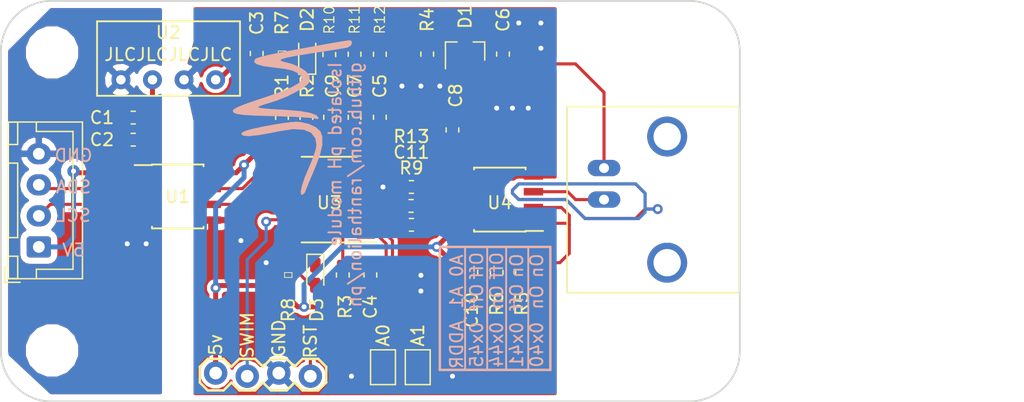
<source format=kicad_pcb>
(kicad_pcb (version 20171130) (host pcbnew "(5.0.1)-3")

  (general
    (thickness 1.6)
    (drawings 33)
    (tracks 220)
    (zones 0)
    (modules 41)
    (nets 33)
  )

  (page A4)
  (layers
    (0 F.Cu signal)
    (31 B.Cu signal)
    (32 B.Adhes user)
    (33 F.Adhes user)
    (34 B.Paste user)
    (35 F.Paste user)
    (36 B.SilkS user)
    (37 F.SilkS user)
    (38 B.Mask user)
    (39 F.Mask user)
    (40 Dwgs.User user)
    (41 Cmts.User user)
    (42 Eco1.User user)
    (43 Eco2.User user)
    (44 Edge.Cuts user)
    (45 Margin user)
    (46 B.CrtYd user)
    (47 F.CrtYd user)
    (48 B.Fab user)
    (49 F.Fab user hide)
  )

  (setup
    (last_trace_width 0.25)
    (trace_clearance 0.2)
    (zone_clearance 0.3)
    (zone_45_only no)
    (trace_min 0.2)
    (segment_width 0.2)
    (edge_width 0.15)
    (via_size 0.8)
    (via_drill 0.4)
    (via_min_size 0.4)
    (via_min_drill 0.3)
    (uvia_size 0.3)
    (uvia_drill 0.1)
    (uvias_allowed no)
    (uvia_min_size 0.2)
    (uvia_min_drill 0.1)
    (pcb_text_width 0.3)
    (pcb_text_size 1.5 1.5)
    (mod_edge_width 0.15)
    (mod_text_size 1 1)
    (mod_text_width 0.15)
    (pad_size 3.2 3.2)
    (pad_drill 3.2)
    (pad_to_mask_clearance 0.051)
    (solder_mask_min_width 0.25)
    (aux_axis_origin 0 0)
    (visible_elements 7FFFFB7F)
    (pcbplotparams
      (layerselection 0x010fc_ffffffff)
      (usegerberextensions false)
      (usegerberattributes false)
      (usegerberadvancedattributes false)
      (creategerberjobfile false)
      (excludeedgelayer true)
      (linewidth 0.100000)
      (plotframeref false)
      (viasonmask false)
      (mode 1)
      (useauxorigin false)
      (hpglpennumber 1)
      (hpglpenspeed 20)
      (hpglpendiameter 15.000000)
      (psnegative false)
      (psa4output false)
      (plotreference true)
      (plotvalue true)
      (plotinvisibletext false)
      (padsonsilk false)
      (subtractmaskfromsilk false)
      (outputformat 1)
      (mirror false)
      (drillshape 0)
      (scaleselection 1)
      (outputdirectory "gerbers/"))
  )

  (net 0 "")
  (net 1 GND)
  (net 2 +5V)
  (net 3 +5VD)
  (net 4 GNDD)
  (net 5 /NRST)
  (net 6 "Net-(C5-Pad1)")
  (net 7 "Net-(C6-Pad1)")
  (net 8 /SWIM)
  (net 9 "Net-(J3-PadS)")
  (net 10 /I2C_SCL)
  (net 11 /I2C_SDA)
  (net 12 "Net-(R5-Pad2)")
  (net 13 "Net-(R5-Pad1)")
  (net 14 /Aout)
  (net 15 "Net-(U3-Pad13)")
  (net 16 "Net-(U3-Pad14)")
  (net 17 "Net-(U3-Pad15)")
  (net 18 "Net-(U3-Pad16)")
  (net 19 "Net-(U3-Pad17)")
  (net 20 "Net-(D3-Pad1)")
  (net 21 "Net-(D2-Pad2)")
  (net 22 "Net-(D3-Pad2)")
  (net 23 /SCL)
  (net 24 /SDA)
  (net 25 /ADDR1)
  (net 26 /ADDR2)
  (net 27 "Net-(U3-Pad19)")
  (net 28 "Net-(R6-Pad1)")
  (net 29 "Net-(U3-Pad6)")
  (net 30 "Net-(U3-Pad10)")
  (net 31 "Net-(C11-Pad1)")
  (net 32 "Net-(R13-Pad1)")

  (net_class Default "This is the default net class."
    (clearance 0.2)
    (trace_width 0.25)
    (via_dia 0.8)
    (via_drill 0.4)
    (uvia_dia 0.3)
    (uvia_drill 0.1)
    (add_net /ADDR1)
    (add_net /ADDR2)
    (add_net /Aout)
    (add_net /I2C_SCL)
    (add_net /I2C_SDA)
    (add_net /NRST)
    (add_net /SCL)
    (add_net /SDA)
    (add_net /SWIM)
    (add_net GND)
    (add_net GNDD)
    (add_net "Net-(C11-Pad1)")
    (add_net "Net-(C5-Pad1)")
    (add_net "Net-(C6-Pad1)")
    (add_net "Net-(D2-Pad2)")
    (add_net "Net-(D3-Pad1)")
    (add_net "Net-(D3-Pad2)")
    (add_net "Net-(J3-PadS)")
    (add_net "Net-(R13-Pad1)")
    (add_net "Net-(R5-Pad1)")
    (add_net "Net-(R5-Pad2)")
    (add_net "Net-(R6-Pad1)")
    (add_net "Net-(U3-Pad10)")
    (add_net "Net-(U3-Pad13)")
    (add_net "Net-(U3-Pad14)")
    (add_net "Net-(U3-Pad15)")
    (add_net "Net-(U3-Pad16)")
    (add_net "Net-(U3-Pad17)")
    (add_net "Net-(U3-Pad19)")
    (add_net "Net-(U3-Pad6)")
  )

  (net_class +5V ""
    (clearance 0.2)
    (trace_width 0.4)
    (via_dia 0.8)
    (via_drill 0.4)
    (uvia_dia 0.3)
    (uvia_drill 0.1)
    (add_net +5V)
    (add_net +5VD)
  )

  (net_class +5VD ""
    (clearance 0.2)
    (trace_width 0.4)
    (via_dia 0.8)
    (via_drill 0.4)
    (uvia_dia 0.3)
    (uvia_drill 0.1)
  )

  (module Package_SO:SOIC-8_3.9x4.9mm_P1.27mm (layer F.Cu) (tedit 5A02F2D3) (tstamp 5E096120)
    (at 144.018 101.854 180)
    (descr "8-Lead Plastic Small Outline (SN) - Narrow, 3.90 mm Body [SOIC] (see Microchip Packaging Specification 00000049BS.pdf)")
    (tags "SOIC 1.27")
    (path /5DF420AE)
    (attr smd)
    (fp_text reference U4 (at 0 -0.254 180) (layer F.SilkS)
      (effects (font (size 1 1) (thickness 0.15)))
    )
    (fp_text value LTC6081xMS8 (at 0 3.5 180) (layer F.Fab)
      (effects (font (size 1 1) (thickness 0.15)))
    )
    (fp_text user %R (at 0 0 180) (layer F.Fab)
      (effects (font (size 1 1) (thickness 0.15)))
    )
    (fp_line (start -0.95 -2.45) (end 1.95 -2.45) (layer F.Fab) (width 0.1))
    (fp_line (start 1.95 -2.45) (end 1.95 2.45) (layer F.Fab) (width 0.1))
    (fp_line (start 1.95 2.45) (end -1.95 2.45) (layer F.Fab) (width 0.1))
    (fp_line (start -1.95 2.45) (end -1.95 -1.45) (layer F.Fab) (width 0.1))
    (fp_line (start -1.95 -1.45) (end -0.95 -2.45) (layer F.Fab) (width 0.1))
    (fp_line (start -3.73 -2.7) (end -3.73 2.7) (layer F.CrtYd) (width 0.05))
    (fp_line (start 3.73 -2.7) (end 3.73 2.7) (layer F.CrtYd) (width 0.05))
    (fp_line (start -3.73 -2.7) (end 3.73 -2.7) (layer F.CrtYd) (width 0.05))
    (fp_line (start -3.73 2.7) (end 3.73 2.7) (layer F.CrtYd) (width 0.05))
    (fp_line (start -2.075 -2.575) (end -2.075 -2.525) (layer F.SilkS) (width 0.15))
    (fp_line (start 2.075 -2.575) (end 2.075 -2.43) (layer F.SilkS) (width 0.15))
    (fp_line (start 2.075 2.575) (end 2.075 2.43) (layer F.SilkS) (width 0.15))
    (fp_line (start -2.075 2.575) (end -2.075 2.43) (layer F.SilkS) (width 0.15))
    (fp_line (start -2.075 -2.575) (end 2.075 -2.575) (layer F.SilkS) (width 0.15))
    (fp_line (start -2.075 2.575) (end 2.075 2.575) (layer F.SilkS) (width 0.15))
    (fp_line (start -2.075 -2.525) (end -3.475 -2.525) (layer F.SilkS) (width 0.15))
    (pad 1 smd rect (at -2.7 -1.905 180) (size 1.55 0.6) (layers F.Cu F.Paste F.Mask)
      (net 12 "Net-(R5-Pad2)"))
    (pad 2 smd rect (at -2.7 -0.635 180) (size 1.55 0.6) (layers F.Cu F.Paste F.Mask)
      (net 12 "Net-(R5-Pad2)"))
    (pad 3 smd rect (at -2.7 0.635 180) (size 1.55 0.6) (layers F.Cu F.Paste F.Mask)
      (net 9 "Net-(J3-PadS)"))
    (pad 4 smd rect (at -2.7 1.905 180) (size 1.55 0.6) (layers F.Cu F.Paste F.Mask)
      (net 4 GNDD))
    (pad 5 smd rect (at 2.7 1.905 180) (size 1.55 0.6) (layers F.Cu F.Paste F.Mask)
      (net 7 "Net-(C6-Pad1)"))
    (pad 6 smd rect (at 2.7 0.635 180) (size 1.55 0.6) (layers F.Cu F.Paste F.Mask)
      (net 13 "Net-(R5-Pad1)"))
    (pad 7 smd rect (at 2.7 -0.635 180) (size 1.55 0.6) (layers F.Cu F.Paste F.Mask)
      (net 28 "Net-(R6-Pad1)"))
    (pad 8 smd rect (at 2.7 -1.905 180) (size 1.55 0.6) (layers F.Cu F.Paste F.Mask)
      (net 3 +5VD))
    (model ${KISYS3DMOD}/Package_SO.3dshapes/SOIC-8_3.9x4.9mm_P1.27mm.wrl
      (at (xyz 0 0 0))
      (scale (xyz 1 1 1))
      (rotate (xyz 0 0 0))
    )
  )

  (module SparkFunConnectors:BNC (layer F.Cu) (tedit 5DF562C4) (tstamp 5DFC185E)
    (at 152.4 101.854 270)
    (descr "BNC JACK - MOUSER PART#5227161")
    (tags "BNC JACK - MOUSER PART#5227161")
    (path /5DF42213)
    (attr virtual)
    (fp_text reference J3 (at -6.35 1.778) (layer F.Fab) hide
      (effects (font (size 0.6096 0.6096) (thickness 0.127)))
    )
    (fp_text value BNCPTH (at 6.604 0.508) (layer F.Fab) hide
      (effects (font (size 0.6096 0.6096) (thickness 0.127)))
    )
    (fp_line (start -7.493 2.9718) (end 7.493 2.9718) (layer F.SilkS) (width 0.127))
    (fp_line (start 7.493 2.9718) (end 7.493 -10.8712) (layer F.SilkS) (width 0.127))
    (fp_line (start 7.493 -10.8712) (end -7.493 -10.8712) (layer F.SilkS) (width 0.127))
    (fp_line (start -7.493 -10.8712) (end -7.493 2.9718) (layer F.SilkS) (width 0.127))
    (fp_line (start -7.112 -10.8712) (end -7.112 -19.8882) (layer Dwgs.User) (width 0.127))
    (fp_line (start -7.112 -19.8882) (end -6.604 -19.8882) (layer Dwgs.User) (width 0.127))
    (fp_line (start -6.604 -19.8882) (end 6.604 -19.8882) (layer Dwgs.User) (width 0.127))
    (fp_line (start 6.604 -19.8882) (end 7.0866 -19.8882) (layer Dwgs.User) (width 0.127))
    (fp_line (start 7.0866 -19.8882) (end 7.112 -19.8882) (layer Dwgs.User) (width 0.127))
    (fp_line (start 7.112 -19.8882) (end 7.112 -10.8712) (layer Dwgs.User) (width 0.127))
    (fp_line (start 6.604 -19.8882) (end 6.604 -33.7312) (layer Dwgs.User) (width 0.127))
    (fp_line (start 6.604 -33.7312) (end -6.604 -33.7312) (layer Dwgs.User) (width 0.127))
    (fp_line (start -6.604 -33.7312) (end -6.604 -19.8882) (layer Dwgs.User) (width 0.127))
    (fp_line (start -7.0866 -17.7546) (end 7.0866 -18.6182) (layer Dwgs.User) (width 0.127))
    (fp_line (start -7.0866 -16.4846) (end 7.0866 -17.3482) (layer Dwgs.User) (width 0.127))
    (fp_line (start -7.0866 -15.2146) (end 7.0866 -16.0782) (layer Dwgs.User) (width 0.127))
    (fp_line (start -7.0866 -13.9446) (end 7.0866 -14.8082) (layer Dwgs.User) (width 0.127))
    (fp_line (start -7.0866 -12.6746) (end 7.0866 -13.5382) (layer Dwgs.User) (width 0.127))
    (fp_line (start -7.0866 -11.4046) (end 7.0866 -12.2682) (layer Dwgs.User) (width 0.127))
    (fp_line (start -7.0866 -19.0246) (end 7.0866 -19.8882) (layer Dwgs.User) (width 0.127))
    (fp_circle (center 0 -30.48) (end 0 -31.29788) (layer Dwgs.User) (width 0.127))
    (pad 3 thru_hole circle (at -5.08 -5.08 270) (size 3.21564 3.21564) (drill 2.19964) (layers *.Cu *.Mask)
      (solder_mask_margin 0.1016))
    (pad 4 thru_hole circle (at 5.08 -5.08 270) (size 3.21564 3.21564) (drill 2.19964) (layers *.Cu *.Mask)
      (solder_mask_margin 0.1016))
    (pad GND thru_hole oval (at -2.54 0 90) (size 1.30556 2.61366) (drill 0.79756) (layers *.Cu *.Mask)
      (net 7 "Net-(C6-Pad1)") (solder_mask_margin 0.1016))
    (pad S thru_hole oval (at 0 0 90) (size 1.30556 2.61366) (drill 0.79756) (layers *.Cu *.Mask)
      (net 9 "Net-(J3-PadS)") (solder_mask_margin 0.1016))
  )

  (module Connector_JST:JST_XH_B04B-XH-A_1x04_P2.50mm_Vertical (layer F.Cu) (tedit 5DF563C9) (tstamp 5DFC273D)
    (at 106.934 105.664 90)
    (descr "JST XH series connector, B04B-XH-A (http://www.jst-mfg.com/product/pdf/eng/eXH.pdf), generated with kicad-footprint-generator")
    (tags "connector JST XH side entry")
    (path /5DF43154)
    (fp_text reference J1 (at 3.75 -2.032 90) (layer F.SilkS) hide
      (effects (font (size 1 1) (thickness 0.15)))
    )
    (fp_text value Conn_01x04_Male (at 3.75 4.6 90) (layer F.Fab)
      (effects (font (size 1 1) (thickness 0.15)))
    )
    (fp_line (start -2.45 -2.35) (end -2.45 3.4) (layer F.Fab) (width 0.1))
    (fp_line (start -2.45 3.4) (end 9.95 3.4) (layer F.Fab) (width 0.1))
    (fp_line (start 9.95 3.4) (end 9.95 -2.35) (layer F.Fab) (width 0.1))
    (fp_line (start 9.95 -2.35) (end -2.45 -2.35) (layer F.Fab) (width 0.1))
    (fp_line (start -2.56 -2.46) (end -2.56 3.51) (layer F.SilkS) (width 0.12))
    (fp_line (start -2.56 3.51) (end 10.06 3.51) (layer F.SilkS) (width 0.12))
    (fp_line (start 10.06 3.51) (end 10.06 -2.46) (layer F.SilkS) (width 0.12))
    (fp_line (start 10.06 -2.46) (end -2.56 -2.46) (layer F.SilkS) (width 0.12))
    (fp_line (start -2.95 -2.85) (end -2.95 3.9) (layer F.CrtYd) (width 0.05))
    (fp_line (start -2.95 3.9) (end 10.45 3.9) (layer F.CrtYd) (width 0.05))
    (fp_line (start 10.45 3.9) (end 10.45 -2.85) (layer F.CrtYd) (width 0.05))
    (fp_line (start 10.45 -2.85) (end -2.95 -2.85) (layer F.CrtYd) (width 0.05))
    (fp_line (start -0.625 -2.35) (end 0 -1.35) (layer F.Fab) (width 0.1))
    (fp_line (start 0 -1.35) (end 0.625 -2.35) (layer F.Fab) (width 0.1))
    (fp_line (start 0.75 -2.45) (end 0.75 -1.7) (layer F.SilkS) (width 0.12))
    (fp_line (start 0.75 -1.7) (end 6.75 -1.7) (layer F.SilkS) (width 0.12))
    (fp_line (start 6.75 -1.7) (end 6.75 -2.45) (layer F.SilkS) (width 0.12))
    (fp_line (start 6.75 -2.45) (end 0.75 -2.45) (layer F.SilkS) (width 0.12))
    (fp_line (start -2.55 -2.45) (end -2.55 -1.7) (layer F.SilkS) (width 0.12))
    (fp_line (start -2.55 -1.7) (end -0.75 -1.7) (layer F.SilkS) (width 0.12))
    (fp_line (start -0.75 -1.7) (end -0.75 -2.45) (layer F.SilkS) (width 0.12))
    (fp_line (start -0.75 -2.45) (end -2.55 -2.45) (layer F.SilkS) (width 0.12))
    (fp_line (start 8.25 -2.45) (end 8.25 -1.7) (layer F.SilkS) (width 0.12))
    (fp_line (start 8.25 -1.7) (end 10.05 -1.7) (layer F.SilkS) (width 0.12))
    (fp_line (start 10.05 -1.7) (end 10.05 -2.45) (layer F.SilkS) (width 0.12))
    (fp_line (start 10.05 -2.45) (end 8.25 -2.45) (layer F.SilkS) (width 0.12))
    (fp_line (start -2.55 -0.2) (end -1.8 -0.2) (layer F.SilkS) (width 0.12))
    (fp_line (start -1.8 -0.2) (end -1.8 2.75) (layer F.SilkS) (width 0.12))
    (fp_line (start -1.8 2.75) (end 3.75 2.75) (layer F.SilkS) (width 0.12))
    (fp_line (start 10.05 -0.2) (end 9.3 -0.2) (layer F.SilkS) (width 0.12))
    (fp_line (start 9.3 -0.2) (end 9.3 2.75) (layer F.SilkS) (width 0.12))
    (fp_line (start 9.3 2.75) (end 3.75 2.75) (layer F.SilkS) (width 0.12))
    (fp_line (start -1.6 -2.75) (end -2.85 -2.75) (layer F.SilkS) (width 0.12))
    (fp_line (start -2.85 -2.75) (end -2.85 -1.5) (layer F.SilkS) (width 0.12))
    (fp_text user %R (at 3.75 2.7 90) (layer F.Fab)
      (effects (font (size 1 1) (thickness 0.15)))
    )
    (pad 1 thru_hole roundrect (at 0 0 90) (size 1.7 1.95) (drill 0.95) (layers *.Cu *.Mask) (roundrect_rratio 0.147059)
      (net 2 +5V))
    (pad 2 thru_hole oval (at 2.5 0 90) (size 1.7 1.95) (drill 0.95) (layers *.Cu *.Mask)
      (net 23 /SCL))
    (pad 3 thru_hole oval (at 5 0 90) (size 1.7 1.95) (drill 0.95) (layers *.Cu *.Mask)
      (net 24 /SDA))
    (pad 4 thru_hole oval (at 7.5 0 90) (size 1.7 1.95) (drill 0.95) (layers *.Cu *.Mask)
      (net 1 GND))
    (model ${KISYS3DMOD}/Connector_JST.3dshapes/JST_XH_B04B-XH-A_1x04_P2.50mm_Vertical.wrl
      (at (xyz 0 0 0))
      (scale (xyz 1 1 1))
      (rotate (xyz 0 0 0))
    )
  )

  (module Capacitor_SMD:C_0603_1608Metric (layer F.Cu) (tedit 5B301BBE) (tstamp 5DFC2EDA)
    (at 114.5285 95.25 180)
    (descr "Capacitor SMD 0603 (1608 Metric), square (rectangular) end terminal, IPC_7351 nominal, (Body size source: http://www.tortai-tech.com/upload/download/2011102023233369053.pdf), generated with kicad-footprint-generator")
    (tags capacitor)
    (path /5DF41F19)
    (attr smd)
    (fp_text reference C1 (at 2.5145 0 180) (layer F.SilkS)
      (effects (font (size 1 1) (thickness 0.15)))
    )
    (fp_text value 6.8uF (at 0 1.43 180) (layer F.Fab)
      (effects (font (size 1 1) (thickness 0.15)))
    )
    (fp_text user %R (at 0 0 180) (layer F.Fab)
      (effects (font (size 0.4 0.4) (thickness 0.06)))
    )
    (fp_line (start 1.48 0.73) (end -1.48 0.73) (layer F.CrtYd) (width 0.05))
    (fp_line (start 1.48 -0.73) (end 1.48 0.73) (layer F.CrtYd) (width 0.05))
    (fp_line (start -1.48 -0.73) (end 1.48 -0.73) (layer F.CrtYd) (width 0.05))
    (fp_line (start -1.48 0.73) (end -1.48 -0.73) (layer F.CrtYd) (width 0.05))
    (fp_line (start -0.162779 0.51) (end 0.162779 0.51) (layer F.SilkS) (width 0.12))
    (fp_line (start -0.162779 -0.51) (end 0.162779 -0.51) (layer F.SilkS) (width 0.12))
    (fp_line (start 0.8 0.4) (end -0.8 0.4) (layer F.Fab) (width 0.1))
    (fp_line (start 0.8 -0.4) (end 0.8 0.4) (layer F.Fab) (width 0.1))
    (fp_line (start -0.8 -0.4) (end 0.8 -0.4) (layer F.Fab) (width 0.1))
    (fp_line (start -0.8 0.4) (end -0.8 -0.4) (layer F.Fab) (width 0.1))
    (pad 2 smd roundrect (at 0.7875 0 180) (size 0.875 0.95) (layers F.Cu F.Paste F.Mask) (roundrect_rratio 0.25)
      (net 1 GND))
    (pad 1 smd roundrect (at -0.7875 0 180) (size 0.875 0.95) (layers F.Cu F.Paste F.Mask) (roundrect_rratio 0.25)
      (net 2 +5V))
    (model ${KISYS3DMOD}/Capacitor_SMD.3dshapes/C_0603_1608Metric.wrl
      (at (xyz 0 0 0))
      (scale (xyz 1 1 1))
      (rotate (xyz 0 0 0))
    )
  )

  (module Capacitor_SMD:C_0603_1608Metric (layer F.Cu) (tedit 5B301BBE) (tstamp 5DFC29C6)
    (at 114.5285 97.028 180)
    (descr "Capacitor SMD 0603 (1608 Metric), square (rectangular) end terminal, IPC_7351 nominal, (Body size source: http://www.tortai-tech.com/upload/download/2011102023233369053.pdf), generated with kicad-footprint-generator")
    (tags capacitor)
    (path /5DF44732)
    (attr smd)
    (fp_text reference C2 (at 2.5145 0 180) (layer F.SilkS)
      (effects (font (size 1 1) (thickness 0.15)))
    )
    (fp_text value 0.1uF (at 0 1.43 180) (layer F.Fab)
      (effects (font (size 1 1) (thickness 0.15)))
    )
    (fp_line (start -0.8 0.4) (end -0.8 -0.4) (layer F.Fab) (width 0.1))
    (fp_line (start -0.8 -0.4) (end 0.8 -0.4) (layer F.Fab) (width 0.1))
    (fp_line (start 0.8 -0.4) (end 0.8 0.4) (layer F.Fab) (width 0.1))
    (fp_line (start 0.8 0.4) (end -0.8 0.4) (layer F.Fab) (width 0.1))
    (fp_line (start -0.162779 -0.51) (end 0.162779 -0.51) (layer F.SilkS) (width 0.12))
    (fp_line (start -0.162779 0.51) (end 0.162779 0.51) (layer F.SilkS) (width 0.12))
    (fp_line (start -1.48 0.73) (end -1.48 -0.73) (layer F.CrtYd) (width 0.05))
    (fp_line (start -1.48 -0.73) (end 1.48 -0.73) (layer F.CrtYd) (width 0.05))
    (fp_line (start 1.48 -0.73) (end 1.48 0.73) (layer F.CrtYd) (width 0.05))
    (fp_line (start 1.48 0.73) (end -1.48 0.73) (layer F.CrtYd) (width 0.05))
    (fp_text user %R (at 0 0 180) (layer F.Fab)
      (effects (font (size 0.4 0.4) (thickness 0.06)))
    )
    (pad 1 smd roundrect (at -0.7875 0 180) (size 0.875 0.95) (layers F.Cu F.Paste F.Mask) (roundrect_rratio 0.25)
      (net 2 +5V))
    (pad 2 smd roundrect (at 0.7875 0 180) (size 0.875 0.95) (layers F.Cu F.Paste F.Mask) (roundrect_rratio 0.25)
      (net 1 GND))
    (model ${KISYS3DMOD}/Capacitor_SMD.3dshapes/C_0603_1608Metric.wrl
      (at (xyz 0 0 0))
      (scale (xyz 1 1 1))
      (rotate (xyz 0 0 0))
    )
  )

  (module Capacitor_SMD:C_0603_1608Metric (layer F.Cu) (tedit 5B301BBE) (tstamp 5DFC1762)
    (at 124.46 90.08364 90)
    (descr "Capacitor SMD 0603 (1608 Metric), square (rectangular) end terminal, IPC_7351 nominal, (Body size source: http://www.tortai-tech.com/upload/download/2011102023233369053.pdf), generated with kicad-footprint-generator")
    (tags capacitor)
    (path /5DF447D1)
    (attr smd)
    (fp_text reference C3 (at 2.45364 0 90) (layer F.SilkS)
      (effects (font (size 1 1) (thickness 0.15)))
    )
    (fp_text value 0.1uF (at 0 1.43 90) (layer F.Fab)
      (effects (font (size 1 1) (thickness 0.15)))
    )
    (fp_text user %R (at 0 0 90) (layer F.Fab)
      (effects (font (size 0.4 0.4) (thickness 0.06)))
    )
    (fp_line (start 1.48 0.73) (end -1.48 0.73) (layer F.CrtYd) (width 0.05))
    (fp_line (start 1.48 -0.73) (end 1.48 0.73) (layer F.CrtYd) (width 0.05))
    (fp_line (start -1.48 -0.73) (end 1.48 -0.73) (layer F.CrtYd) (width 0.05))
    (fp_line (start -1.48 0.73) (end -1.48 -0.73) (layer F.CrtYd) (width 0.05))
    (fp_line (start -0.162779 0.51) (end 0.162779 0.51) (layer F.SilkS) (width 0.12))
    (fp_line (start -0.162779 -0.51) (end 0.162779 -0.51) (layer F.SilkS) (width 0.12))
    (fp_line (start 0.8 0.4) (end -0.8 0.4) (layer F.Fab) (width 0.1))
    (fp_line (start 0.8 -0.4) (end 0.8 0.4) (layer F.Fab) (width 0.1))
    (fp_line (start -0.8 -0.4) (end 0.8 -0.4) (layer F.Fab) (width 0.1))
    (fp_line (start -0.8 0.4) (end -0.8 -0.4) (layer F.Fab) (width 0.1))
    (pad 2 smd roundrect (at 0.7875 0 90) (size 0.875 0.95) (layers F.Cu F.Paste F.Mask) (roundrect_rratio 0.25)
      (net 4 GNDD))
    (pad 1 smd roundrect (at -0.7875 0 90) (size 0.875 0.95) (layers F.Cu F.Paste F.Mask) (roundrect_rratio 0.25)
      (net 3 +5VD))
    (model ${KISYS3DMOD}/Capacitor_SMD.3dshapes/C_0603_1608Metric.wrl
      (at (xyz 0 0 0))
      (scale (xyz 1 1 1))
      (rotate (xyz 0 0 0))
    )
  )

  (module Capacitor_SMD:C_0603_1608Metric (layer F.Cu) (tedit 5B301BBE) (tstamp 5DFC1773)
    (at 133.604 107.9245 270)
    (descr "Capacitor SMD 0603 (1608 Metric), square (rectangular) end terminal, IPC_7351 nominal, (Body size source: http://www.tortai-tech.com/upload/download/2011102023233369053.pdf), generated with kicad-footprint-generator")
    (tags capacitor)
    (path /5DF681F0)
    (attr smd)
    (fp_text reference C4 (at 2.5655 0 270) (layer F.SilkS)
      (effects (font (size 1 1) (thickness 0.15)))
    )
    (fp_text value 10nF (at 0 1.43 270) (layer F.Fab)
      (effects (font (size 1 1) (thickness 0.15)))
    )
    (fp_line (start -0.8 0.4) (end -0.8 -0.4) (layer F.Fab) (width 0.1))
    (fp_line (start -0.8 -0.4) (end 0.8 -0.4) (layer F.Fab) (width 0.1))
    (fp_line (start 0.8 -0.4) (end 0.8 0.4) (layer F.Fab) (width 0.1))
    (fp_line (start 0.8 0.4) (end -0.8 0.4) (layer F.Fab) (width 0.1))
    (fp_line (start -0.162779 -0.51) (end 0.162779 -0.51) (layer F.SilkS) (width 0.12))
    (fp_line (start -0.162779 0.51) (end 0.162779 0.51) (layer F.SilkS) (width 0.12))
    (fp_line (start -1.48 0.73) (end -1.48 -0.73) (layer F.CrtYd) (width 0.05))
    (fp_line (start -1.48 -0.73) (end 1.48 -0.73) (layer F.CrtYd) (width 0.05))
    (fp_line (start 1.48 -0.73) (end 1.48 0.73) (layer F.CrtYd) (width 0.05))
    (fp_line (start 1.48 0.73) (end -1.48 0.73) (layer F.CrtYd) (width 0.05))
    (fp_text user %R (at 0 0 270) (layer F.Fab)
      (effects (font (size 0.4 0.4) (thickness 0.06)))
    )
    (pad 1 smd roundrect (at -0.7875 0 270) (size 0.875 0.95) (layers F.Cu F.Paste F.Mask) (roundrect_rratio 0.25)
      (net 5 /NRST))
    (pad 2 smd roundrect (at 0.7875 0 270) (size 0.875 0.95) (layers F.Cu F.Paste F.Mask) (roundrect_rratio 0.25)
      (net 4 GNDD))
    (model ${KISYS3DMOD}/Capacitor_SMD.3dshapes/C_0603_1608Metric.wrl
      (at (xyz 0 0 0))
      (scale (xyz 1 1 1))
      (rotate (xyz 0 0 0))
    )
  )

  (module Capacitor_SMD:C_0603_1608Metric (layer F.Cu) (tedit 5B301BBE) (tstamp 5DFC1784)
    (at 134.366 95.2245 90)
    (descr "Capacitor SMD 0603 (1608 Metric), square (rectangular) end terminal, IPC_7351 nominal, (Body size source: http://www.tortai-tech.com/upload/download/2011102023233369053.pdf), generated with kicad-footprint-generator")
    (tags capacitor)
    (path /5DF62E34)
    (attr smd)
    (fp_text reference C5 (at 2.5145 0 90) (layer F.SilkS)
      (effects (font (size 1 1) (thickness 0.15)))
    )
    (fp_text value 1uF (at 0 1.43 90) (layer F.Fab)
      (effects (font (size 1 1) (thickness 0.15)))
    )
    (fp_line (start -0.8 0.4) (end -0.8 -0.4) (layer F.Fab) (width 0.1))
    (fp_line (start -0.8 -0.4) (end 0.8 -0.4) (layer F.Fab) (width 0.1))
    (fp_line (start 0.8 -0.4) (end 0.8 0.4) (layer F.Fab) (width 0.1))
    (fp_line (start 0.8 0.4) (end -0.8 0.4) (layer F.Fab) (width 0.1))
    (fp_line (start -0.162779 -0.51) (end 0.162779 -0.51) (layer F.SilkS) (width 0.12))
    (fp_line (start -0.162779 0.51) (end 0.162779 0.51) (layer F.SilkS) (width 0.12))
    (fp_line (start -1.48 0.73) (end -1.48 -0.73) (layer F.CrtYd) (width 0.05))
    (fp_line (start -1.48 -0.73) (end 1.48 -0.73) (layer F.CrtYd) (width 0.05))
    (fp_line (start 1.48 -0.73) (end 1.48 0.73) (layer F.CrtYd) (width 0.05))
    (fp_line (start 1.48 0.73) (end -1.48 0.73) (layer F.CrtYd) (width 0.05))
    (fp_text user %R (at 0 0 90) (layer F.Fab)
      (effects (font (size 0.4 0.4) (thickness 0.06)))
    )
    (pad 1 smd roundrect (at -0.7875 0 90) (size 0.875 0.95) (layers F.Cu F.Paste F.Mask) (roundrect_rratio 0.25)
      (net 6 "Net-(C5-Pad1)"))
    (pad 2 smd roundrect (at 0.7875 0 90) (size 0.875 0.95) (layers F.Cu F.Paste F.Mask) (roundrect_rratio 0.25)
      (net 4 GNDD))
    (model ${KISYS3DMOD}/Capacitor_SMD.3dshapes/C_0603_1608Metric.wrl
      (at (xyz 0 0 0))
      (scale (xyz 1 1 1))
      (rotate (xyz 0 0 0))
    )
  )

  (module Capacitor_SMD:C_0603_1608Metric (layer F.Cu) (tedit 5B301BBE) (tstamp 5DFC1795)
    (at 144.272 90.136 90)
    (descr "Capacitor SMD 0603 (1608 Metric), square (rectangular) end terminal, IPC_7351 nominal, (Body size source: http://www.tortai-tech.com/upload/download/2011102023233369053.pdf), generated with kicad-footprint-generator")
    (tags capacitor)
    (path /5DF4F9E8)
    (attr smd)
    (fp_text reference C6 (at 2.76 0 90) (layer F.SilkS)
      (effects (font (size 1 1) (thickness 0.15)))
    )
    (fp_text value 10nF (at 0 1.43 90) (layer F.Fab)
      (effects (font (size 1 1) (thickness 0.15)))
    )
    (fp_line (start -0.8 0.4) (end -0.8 -0.4) (layer F.Fab) (width 0.1))
    (fp_line (start -0.8 -0.4) (end 0.8 -0.4) (layer F.Fab) (width 0.1))
    (fp_line (start 0.8 -0.4) (end 0.8 0.4) (layer F.Fab) (width 0.1))
    (fp_line (start 0.8 0.4) (end -0.8 0.4) (layer F.Fab) (width 0.1))
    (fp_line (start -0.162779 -0.51) (end 0.162779 -0.51) (layer F.SilkS) (width 0.12))
    (fp_line (start -0.162779 0.51) (end 0.162779 0.51) (layer F.SilkS) (width 0.12))
    (fp_line (start -1.48 0.73) (end -1.48 -0.73) (layer F.CrtYd) (width 0.05))
    (fp_line (start -1.48 -0.73) (end 1.48 -0.73) (layer F.CrtYd) (width 0.05))
    (fp_line (start 1.48 -0.73) (end 1.48 0.73) (layer F.CrtYd) (width 0.05))
    (fp_line (start 1.48 0.73) (end -1.48 0.73) (layer F.CrtYd) (width 0.05))
    (fp_text user %R (at 0 0 90) (layer F.Fab)
      (effects (font (size 0.4 0.4) (thickness 0.06)))
    )
    (pad 1 smd roundrect (at -0.7875 0 90) (size 0.875 0.95) (layers F.Cu F.Paste F.Mask) (roundrect_rratio 0.25)
      (net 7 "Net-(C6-Pad1)"))
    (pad 2 smd roundrect (at 0.7875 0 90) (size 0.875 0.95) (layers F.Cu F.Paste F.Mask) (roundrect_rratio 0.25)
      (net 4 GNDD))
    (model ${KISYS3DMOD}/Capacitor_SMD.3dshapes/C_0603_1608Metric.wrl
      (at (xyz 0 0 0))
      (scale (xyz 1 1 1))
      (rotate (xyz 0 0 0))
    )
  )

  (module Capacitor_SMD:C_0603_1608Metric (layer F.Cu) (tedit 5B301BBE) (tstamp 5DFC46E2)
    (at 132.334 95.2245 90)
    (descr "Capacitor SMD 0603 (1608 Metric), square (rectangular) end terminal, IPC_7351 nominal, (Body size source: http://www.tortai-tech.com/upload/download/2011102023233369053.pdf), generated with kicad-footprint-generator")
    (tags capacitor)
    (path /5DF44799)
    (attr smd)
    (fp_text reference C7 (at 2.5145 0 90) (layer F.SilkS)
      (effects (font (size 1 1) (thickness 0.15)))
    )
    (fp_text value 0.1uF (at 0 1.43 90) (layer F.Fab)
      (effects (font (size 1 1) (thickness 0.15)))
    )
    (fp_text user %R (at 0 0 90) (layer F.Fab)
      (effects (font (size 0.4 0.4) (thickness 0.06)))
    )
    (fp_line (start 1.48 0.73) (end -1.48 0.73) (layer F.CrtYd) (width 0.05))
    (fp_line (start 1.48 -0.73) (end 1.48 0.73) (layer F.CrtYd) (width 0.05))
    (fp_line (start -1.48 -0.73) (end 1.48 -0.73) (layer F.CrtYd) (width 0.05))
    (fp_line (start -1.48 0.73) (end -1.48 -0.73) (layer F.CrtYd) (width 0.05))
    (fp_line (start -0.162779 0.51) (end 0.162779 0.51) (layer F.SilkS) (width 0.12))
    (fp_line (start -0.162779 -0.51) (end 0.162779 -0.51) (layer F.SilkS) (width 0.12))
    (fp_line (start 0.8 0.4) (end -0.8 0.4) (layer F.Fab) (width 0.1))
    (fp_line (start 0.8 -0.4) (end 0.8 0.4) (layer F.Fab) (width 0.1))
    (fp_line (start -0.8 -0.4) (end 0.8 -0.4) (layer F.Fab) (width 0.1))
    (fp_line (start -0.8 0.4) (end -0.8 -0.4) (layer F.Fab) (width 0.1))
    (pad 2 smd roundrect (at 0.7875 0 90) (size 0.875 0.95) (layers F.Cu F.Paste F.Mask) (roundrect_rratio 0.25)
      (net 4 GNDD))
    (pad 1 smd roundrect (at -0.7875 0 90) (size 0.875 0.95) (layers F.Cu F.Paste F.Mask) (roundrect_rratio 0.25)
      (net 3 +5VD))
    (model ${KISYS3DMOD}/Capacitor_SMD.3dshapes/C_0603_1608Metric.wrl
      (at (xyz 0 0 0))
      (scale (xyz 1 1 1))
      (rotate (xyz 0 0 0))
    )
  )

  (module Capacitor_SMD:C_0603_1608Metric (layer F.Cu) (tedit 5B301BBE) (tstamp 5DFC17B7)
    (at 140.208 96.2405 90)
    (descr "Capacitor SMD 0603 (1608 Metric), square (rectangular) end terminal, IPC_7351 nominal, (Body size source: http://www.tortai-tech.com/upload/download/2011102023233369053.pdf), generated with kicad-footprint-generator")
    (tags capacitor)
    (path /5DF601B9)
    (attr smd)
    (fp_text reference C8 (at 2.7685 0.254 90) (layer F.SilkS)
      (effects (font (size 1 1) (thickness 0.15)))
    )
    (fp_text value 1nF (at 0 1.43 90) (layer F.Fab)
      (effects (font (size 1 1) (thickness 0.15)))
    )
    (fp_text user %R (at 0 0 90) (layer F.Fab)
      (effects (font (size 0.4 0.4) (thickness 0.06)))
    )
    (fp_line (start 1.48 0.73) (end -1.48 0.73) (layer F.CrtYd) (width 0.05))
    (fp_line (start 1.48 -0.73) (end 1.48 0.73) (layer F.CrtYd) (width 0.05))
    (fp_line (start -1.48 -0.73) (end 1.48 -0.73) (layer F.CrtYd) (width 0.05))
    (fp_line (start -1.48 0.73) (end -1.48 -0.73) (layer F.CrtYd) (width 0.05))
    (fp_line (start -0.162779 0.51) (end 0.162779 0.51) (layer F.SilkS) (width 0.12))
    (fp_line (start -0.162779 -0.51) (end 0.162779 -0.51) (layer F.SilkS) (width 0.12))
    (fp_line (start 0.8 0.4) (end -0.8 0.4) (layer F.Fab) (width 0.1))
    (fp_line (start 0.8 -0.4) (end 0.8 0.4) (layer F.Fab) (width 0.1))
    (fp_line (start -0.8 -0.4) (end 0.8 -0.4) (layer F.Fab) (width 0.1))
    (fp_line (start -0.8 0.4) (end -0.8 -0.4) (layer F.Fab) (width 0.1))
    (pad 2 smd roundrect (at 0.7875 0 90) (size 0.875 0.95) (layers F.Cu F.Paste F.Mask) (roundrect_rratio 0.25)
      (net 4 GNDD))
    (pad 1 smd roundrect (at -0.7875 0 90) (size 0.875 0.95) (layers F.Cu F.Paste F.Mask) (roundrect_rratio 0.25)
      (net 7 "Net-(C6-Pad1)"))
    (model ${KISYS3DMOD}/Capacitor_SMD.3dshapes/C_0603_1608Metric.wrl
      (at (xyz 0 0 0))
      (scale (xyz 1 1 1))
      (rotate (xyz 0 0 0))
    )
  )

  (module Capacitor_SMD:C_0603_1608Metric (layer F.Cu) (tedit 5B301BBE) (tstamp 5DFC17C8)
    (at 130.3655 95.2245 90)
    (descr "Capacitor SMD 0603 (1608 Metric), square (rectangular) end terminal, IPC_7351 nominal, (Body size source: http://www.tortai-tech.com/upload/download/2011102023233369053.pdf), generated with kicad-footprint-generator")
    (tags capacitor)
    (path /5DF570B6)
    (attr smd)
    (fp_text reference C9 (at 2.5145 0.1905 90) (layer F.SilkS)
      (effects (font (size 1 1) (thickness 0.15)))
    )
    (fp_text value 6.8uF (at 0 1.43 90) (layer F.Fab)
      (effects (font (size 1 1) (thickness 0.15)))
    )
    (fp_line (start -0.8 0.4) (end -0.8 -0.4) (layer F.Fab) (width 0.1))
    (fp_line (start -0.8 -0.4) (end 0.8 -0.4) (layer F.Fab) (width 0.1))
    (fp_line (start 0.8 -0.4) (end 0.8 0.4) (layer F.Fab) (width 0.1))
    (fp_line (start 0.8 0.4) (end -0.8 0.4) (layer F.Fab) (width 0.1))
    (fp_line (start -0.162779 -0.51) (end 0.162779 -0.51) (layer F.SilkS) (width 0.12))
    (fp_line (start -0.162779 0.51) (end 0.162779 0.51) (layer F.SilkS) (width 0.12))
    (fp_line (start -1.48 0.73) (end -1.48 -0.73) (layer F.CrtYd) (width 0.05))
    (fp_line (start -1.48 -0.73) (end 1.48 -0.73) (layer F.CrtYd) (width 0.05))
    (fp_line (start 1.48 -0.73) (end 1.48 0.73) (layer F.CrtYd) (width 0.05))
    (fp_line (start 1.48 0.73) (end -1.48 0.73) (layer F.CrtYd) (width 0.05))
    (fp_text user %R (at 0 0 90) (layer F.Fab)
      (effects (font (size 0.4 0.4) (thickness 0.06)))
    )
    (pad 1 smd roundrect (at -0.7875 0 90) (size 0.875 0.95) (layers F.Cu F.Paste F.Mask) (roundrect_rratio 0.25)
      (net 3 +5VD))
    (pad 2 smd roundrect (at 0.7875 0 90) (size 0.875 0.95) (layers F.Cu F.Paste F.Mask) (roundrect_rratio 0.25)
      (net 4 GNDD))
    (model ${KISYS3DMOD}/Capacitor_SMD.3dshapes/C_0603_1608Metric.wrl
      (at (xyz 0 0 0))
      (scale (xyz 1 1 1))
      (rotate (xyz 0 0 0))
    )
  )

  (module Package_TO_SOT_SMD:SOT-23 (layer F.Cu) (tedit 5A02FF57) (tstamp 5DFC17DD)
    (at 141.224 89.916 90)
    (descr "SOT-23, Standard")
    (tags SOT-23)
    (path /5DF649E1)
    (attr smd)
    (fp_text reference D1 (at 2.794 0 90) (layer F.SilkS)
      (effects (font (size 1 1) (thickness 0.15)))
    )
    (fp_text value TL432DBZ (at 0 2.5 90) (layer F.Fab)
      (effects (font (size 1 1) (thickness 0.15)))
    )
    (fp_text user %R (at 0 0 180) (layer F.Fab)
      (effects (font (size 0.5 0.5) (thickness 0.075)))
    )
    (fp_line (start -0.7 -0.95) (end -0.7 1.5) (layer F.Fab) (width 0.1))
    (fp_line (start -0.15 -1.52) (end 0.7 -1.52) (layer F.Fab) (width 0.1))
    (fp_line (start -0.7 -0.95) (end -0.15 -1.52) (layer F.Fab) (width 0.1))
    (fp_line (start 0.7 -1.52) (end 0.7 1.52) (layer F.Fab) (width 0.1))
    (fp_line (start -0.7 1.52) (end 0.7 1.52) (layer F.Fab) (width 0.1))
    (fp_line (start 0.76 1.58) (end 0.76 0.65) (layer F.SilkS) (width 0.12))
    (fp_line (start 0.76 -1.58) (end 0.76 -0.65) (layer F.SilkS) (width 0.12))
    (fp_line (start -1.7 -1.75) (end 1.7 -1.75) (layer F.CrtYd) (width 0.05))
    (fp_line (start 1.7 -1.75) (end 1.7 1.75) (layer F.CrtYd) (width 0.05))
    (fp_line (start 1.7 1.75) (end -1.7 1.75) (layer F.CrtYd) (width 0.05))
    (fp_line (start -1.7 1.75) (end -1.7 -1.75) (layer F.CrtYd) (width 0.05))
    (fp_line (start 0.76 -1.58) (end -1.4 -1.58) (layer F.SilkS) (width 0.12))
    (fp_line (start 0.76 1.58) (end -0.7 1.58) (layer F.SilkS) (width 0.12))
    (pad 1 smd rect (at -1 -0.95 90) (size 0.9 0.8) (layers F.Cu F.Paste F.Mask)
      (net 7 "Net-(C6-Pad1)"))
    (pad 2 smd rect (at -1 0.95 90) (size 0.9 0.8) (layers F.Cu F.Paste F.Mask)
      (net 7 "Net-(C6-Pad1)"))
    (pad 3 smd rect (at 1 0 90) (size 0.9 0.8) (layers F.Cu F.Paste F.Mask)
      (net 4 GNDD))
    (model ${KISYS3DMOD}/Package_TO_SOT_SMD.3dshapes/SOT-23.wrl
      (at (xyz 0 0 0))
      (scale (xyz 1 1 1))
      (rotate (xyz 0 0 0))
    )
  )

  (module MountingHole:MountingHole_3.2mm_M3 (layer F.Cu) (tedit 5DF55EF9) (tstamp 5DF532D2)
    (at 159.258 114)
    (descr "Mounting Hole 3.2mm, no annular, M3")
    (tags "mounting hole 3.2mm no annular m3")
    (path /5DF6A818)
    (attr virtual)
    (fp_text reference H1 (at 0.254 4.11) (layer F.SilkS) hide
      (effects (font (size 1 1) (thickness 0.15)))
    )
    (fp_text value MountingHole (at 0 4.2) (layer F.Fab)
      (effects (font (size 1 1) (thickness 0.15)))
    )
    (fp_text user %R (at 0.3 0) (layer F.Fab)
      (effects (font (size 1 1) (thickness 0.15)))
    )
    (fp_circle (center 0 0) (end 3.2 0) (layer Cmts.User) (width 0.15))
    (fp_circle (center 0 0) (end 3.45 0) (layer F.CrtYd) (width 0.05))
    (pad 1 np_thru_hole circle (at 0 0) (size 3.2 3.2) (drill 3.2) (layers *.Cu *.Mask))
  )

  (module MountingHole:MountingHole_3.2mm_M3 (layer F.Cu) (tedit 5DF55F02) (tstamp 5DFC31AE)
    (at 108 114)
    (descr "Mounting Hole 3.2mm, no annular, M3")
    (tags "mounting hole 3.2mm no annular m3")
    (path /5DF6A9A5)
    (attr virtual)
    (fp_text reference H2 (at 0.204 4.11) (layer F.SilkS) hide
      (effects (font (size 1 1) (thickness 0.15)))
    )
    (fp_text value MountingHole (at 0 4.2) (layer F.Fab)
      (effects (font (size 1 1) (thickness 0.15)))
    )
    (fp_circle (center 0 0) (end 3.45 0) (layer F.CrtYd) (width 0.05))
    (fp_circle (center 0 0) (end 3.2 0) (layer Cmts.User) (width 0.15))
    (fp_text user %R (at 0.3 0) (layer F.Fab)
      (effects (font (size 1 1) (thickness 0.15)))
    )
    (pad 1 np_thru_hole circle (at 0 0) (size 3.2 3.2) (drill 3.2) (layers *.Cu *.Mask))
  )

  (module MountingHole:MountingHole_3.2mm_M3 (layer F.Cu) (tedit 5DF55EEE) (tstamp 5DFC17F5)
    (at 159.258 90)
    (descr "Mounting Hole 3.2mm, no annular, M3")
    (tags "mounting hole 3.2mm no annular m3")
    (path /5DF6A9F5)
    (attr virtual)
    (fp_text reference H3 (at 0 -4.2) (layer F.SilkS) hide
      (effects (font (size 1 1) (thickness 0.15)))
    )
    (fp_text value MountingHole (at 0 4.2) (layer F.Fab)
      (effects (font (size 1 1) (thickness 0.15)))
    )
    (fp_text user %R (at 0.3 0) (layer F.Fab)
      (effects (font (size 1 1) (thickness 0.15)))
    )
    (fp_circle (center 0 0) (end 3.2 0) (layer Cmts.User) (width 0.15))
    (fp_circle (center 0 0) (end 3.45 0) (layer F.CrtYd) (width 0.05))
    (pad 1 np_thru_hole circle (at 0 0) (size 3.2 3.2) (drill 3.2) (layers *.Cu *.Mask))
  )

  (module MountingHole:MountingHole_3.2mm_M3 (layer F.Cu) (tedit 5DF55EE9) (tstamp 5E033E42)
    (at 108 90)
    (descr "Mounting Hole 3.2mm, no annular, M3")
    (tags "mounting hole 3.2mm no annular m3")
    (path /5DF6AA6B)
    (attr virtual)
    (fp_text reference H4 (at 0 -4.2) (layer F.SilkS) hide
      (effects (font (size 1 1) (thickness 0.15)))
    )
    (fp_text value MountingHole (at 0 4.2) (layer F.Fab)
      (effects (font (size 1 1) (thickness 0.15)))
    )
    (fp_circle (center 0 0) (end 3.45 0) (layer F.CrtYd) (width 0.05))
    (fp_circle (center 0 0) (end 3.2 0) (layer Cmts.User) (width 0.15))
    (fp_text user %R (at 0.3 0) (layer F.Fab)
      (effects (font (size 1 1) (thickness 0.15)))
    )
    (pad 1 np_thru_hole circle (at 0 0) (size 3.2 3.2) (drill 3.2) (layers *.Cu *.Mask))
  )

  (module SparkFunConnectors:1X04_LOCK (layer F.Cu) (tedit 5DF56037) (tstamp 5DFC1841)
    (at 121.158 115.951)
    (descr "PLATED THROUGH HOLE - 4 PIN LOCKING FOOTPRINT")
    (tags "PLATED THROUGH HOLE - 4 PIN LOCKING FOOTPRINT")
    (path /5DF6CAC0)
    (attr virtual)
    (fp_text reference J2 (at -2.032 0.381) (layer F.SilkS) hide
      (effects (font (size 0.6096 0.6096) (thickness 0.127)))
    )
    (fp_text value Conn_01x04 (at 0 1.905) (layer F.Fab) hide
      (effects (font (size 0.6096 0.6096) (thickness 0.127)))
    )
    (fp_line (start 8.89 -0.635) (end 8.89 0.635) (layer F.SilkS) (width 0.2032))
    (fp_line (start 0.635 1.27) (end -0.635 1.27) (layer F.SilkS) (width 0.2032))
    (fp_line (start -1.27 0.635) (end -0.635 1.27) (layer F.SilkS) (width 0.2032))
    (fp_line (start -0.635 -1.27) (end -1.27 -0.635) (layer F.SilkS) (width 0.2032))
    (fp_line (start -1.27 -0.635) (end -1.27 0.635) (layer F.SilkS) (width 0.2032))
    (fp_line (start 1.905 1.27) (end 1.27 0.635) (layer F.SilkS) (width 0.2032))
    (fp_line (start 3.175 1.27) (end 1.905 1.27) (layer F.SilkS) (width 0.2032))
    (fp_line (start 3.81 0.635) (end 3.175 1.27) (layer F.SilkS) (width 0.2032))
    (fp_line (start 3.175 -1.27) (end 3.81 -0.635) (layer F.SilkS) (width 0.2032))
    (fp_line (start 1.905 -1.27) (end 3.175 -1.27) (layer F.SilkS) (width 0.2032))
    (fp_line (start 1.27 -0.635) (end 1.905 -1.27) (layer F.SilkS) (width 0.2032))
    (fp_line (start 1.27 0.635) (end 0.635 1.27) (layer F.SilkS) (width 0.2032))
    (fp_line (start 0.635 -1.27) (end 1.27 -0.635) (layer F.SilkS) (width 0.2032))
    (fp_line (start -0.635 -1.27) (end 0.635 -1.27) (layer F.SilkS) (width 0.2032))
    (fp_line (start 8.255 1.27) (end 6.985 1.27) (layer F.SilkS) (width 0.2032))
    (fp_line (start 6.35 0.635) (end 6.985 1.27) (layer F.SilkS) (width 0.2032))
    (fp_line (start 6.985 -1.27) (end 6.35 -0.635) (layer F.SilkS) (width 0.2032))
    (fp_line (start 4.445 1.27) (end 3.81 0.635) (layer F.SilkS) (width 0.2032))
    (fp_line (start 5.715 1.27) (end 4.445 1.27) (layer F.SilkS) (width 0.2032))
    (fp_line (start 6.35 0.635) (end 5.715 1.27) (layer F.SilkS) (width 0.2032))
    (fp_line (start 5.715 -1.27) (end 6.35 -0.635) (layer F.SilkS) (width 0.2032))
    (fp_line (start 4.445 -1.27) (end 5.715 -1.27) (layer F.SilkS) (width 0.2032))
    (fp_line (start 3.81 -0.635) (end 4.445 -1.27) (layer F.SilkS) (width 0.2032))
    (fp_line (start 8.89 0.635) (end 8.255 1.27) (layer F.SilkS) (width 0.2032))
    (fp_line (start 8.255 -1.27) (end 8.89 -0.635) (layer F.SilkS) (width 0.2032))
    (fp_line (start 6.985 -1.27) (end 8.255 -1.27) (layer F.SilkS) (width 0.2032))
    (pad 4 thru_hole circle (at 7.62 0.127) (size 1.8796 1.8796) (drill 1.016) (layers *.Cu *.Mask)
      (net 5 /NRST) (solder_mask_margin 0.1016))
    (pad 3 thru_hole circle (at 5.08 -0.127) (size 1.8796 1.8796) (drill 1.016) (layers *.Cu *.Mask)
      (net 4 GNDD) (solder_mask_margin 0.1016))
    (pad 2 thru_hole circle (at 2.54 0.127) (size 1.8796 1.8796) (drill 1.016) (layers *.Cu *.Mask)
      (net 8 /SWIM) (solder_mask_margin 0.1016))
    (pad 1 thru_hole circle (at 0 -0.127) (size 1.8796 1.8796) (drill 1.016) (layers *.Cu *.Mask)
      (net 3 +5VD) (solder_mask_margin 0.1016))
  )

  (module Resistor_SMD:R_0603_1608Metric (layer F.Cu) (tedit 5B301BBD) (tstamp 5DFC186F)
    (at 126.492 95.2245 270)
    (descr "Resistor SMD 0603 (1608 Metric), square (rectangular) end terminal, IPC_7351 nominal, (Body size source: http://www.tortai-tech.com/upload/download/2011102023233369053.pdf), generated with kicad-footprint-generator")
    (tags resistor)
    (path /5DF44F77)
    (attr smd)
    (fp_text reference R1 (at -2.5145 0 270) (layer F.SilkS)
      (effects (font (size 1 1) (thickness 0.15)))
    )
    (fp_text value 1.5k (at 0 1.43 270) (layer F.Fab)
      (effects (font (size 1 1) (thickness 0.15)))
    )
    (fp_text user %R (at 0 0 270) (layer F.Fab)
      (effects (font (size 0.4 0.4) (thickness 0.06)))
    )
    (fp_line (start 1.48 0.73) (end -1.48 0.73) (layer F.CrtYd) (width 0.05))
    (fp_line (start 1.48 -0.73) (end 1.48 0.73) (layer F.CrtYd) (width 0.05))
    (fp_line (start -1.48 -0.73) (end 1.48 -0.73) (layer F.CrtYd) (width 0.05))
    (fp_line (start -1.48 0.73) (end -1.48 -0.73) (layer F.CrtYd) (width 0.05))
    (fp_line (start -0.162779 0.51) (end 0.162779 0.51) (layer F.SilkS) (width 0.12))
    (fp_line (start -0.162779 -0.51) (end 0.162779 -0.51) (layer F.SilkS) (width 0.12))
    (fp_line (start 0.8 0.4) (end -0.8 0.4) (layer F.Fab) (width 0.1))
    (fp_line (start 0.8 -0.4) (end 0.8 0.4) (layer F.Fab) (width 0.1))
    (fp_line (start -0.8 -0.4) (end 0.8 -0.4) (layer F.Fab) (width 0.1))
    (fp_line (start -0.8 0.4) (end -0.8 -0.4) (layer F.Fab) (width 0.1))
    (pad 2 smd roundrect (at 0.7875 0 270) (size 0.875 0.95) (layers F.Cu F.Paste F.Mask) (roundrect_rratio 0.25)
      (net 11 /I2C_SDA))
    (pad 1 smd roundrect (at -0.7875 0 270) (size 0.875 0.95) (layers F.Cu F.Paste F.Mask) (roundrect_rratio 0.25)
      (net 3 +5VD))
    (model ${KISYS3DMOD}/Resistor_SMD.3dshapes/R_0603_1608Metric.wrl
      (at (xyz 0 0 0))
      (scale (xyz 1 1 1))
      (rotate (xyz 0 0 0))
    )
  )

  (module Resistor_SMD:R_0603_1608Metric (layer F.Cu) (tedit 5B301BBD) (tstamp 5DFC1880)
    (at 128.4605 95.2245 270)
    (descr "Resistor SMD 0603 (1608 Metric), square (rectangular) end terminal, IPC_7351 nominal, (Body size source: http://www.tortai-tech.com/upload/download/2011102023233369053.pdf), generated with kicad-footprint-generator")
    (tags resistor)
    (path /5DF44FCD)
    (attr smd)
    (fp_text reference R2 (at -2.5145 -0.0635 270) (layer F.SilkS)
      (effects (font (size 1 1) (thickness 0.15)))
    )
    (fp_text value 1.5k (at 0 1.43 270) (layer F.Fab)
      (effects (font (size 1 1) (thickness 0.15)))
    )
    (fp_line (start -0.8 0.4) (end -0.8 -0.4) (layer F.Fab) (width 0.1))
    (fp_line (start -0.8 -0.4) (end 0.8 -0.4) (layer F.Fab) (width 0.1))
    (fp_line (start 0.8 -0.4) (end 0.8 0.4) (layer F.Fab) (width 0.1))
    (fp_line (start 0.8 0.4) (end -0.8 0.4) (layer F.Fab) (width 0.1))
    (fp_line (start -0.162779 -0.51) (end 0.162779 -0.51) (layer F.SilkS) (width 0.12))
    (fp_line (start -0.162779 0.51) (end 0.162779 0.51) (layer F.SilkS) (width 0.12))
    (fp_line (start -1.48 0.73) (end -1.48 -0.73) (layer F.CrtYd) (width 0.05))
    (fp_line (start -1.48 -0.73) (end 1.48 -0.73) (layer F.CrtYd) (width 0.05))
    (fp_line (start 1.48 -0.73) (end 1.48 0.73) (layer F.CrtYd) (width 0.05))
    (fp_line (start 1.48 0.73) (end -1.48 0.73) (layer F.CrtYd) (width 0.05))
    (fp_text user %R (at 0 0 270) (layer F.Fab)
      (effects (font (size 0.4 0.4) (thickness 0.06)))
    )
    (pad 1 smd roundrect (at -0.7875 0 270) (size 0.875 0.95) (layers F.Cu F.Paste F.Mask) (roundrect_rratio 0.25)
      (net 3 +5VD))
    (pad 2 smd roundrect (at 0.7875 0 270) (size 0.875 0.95) (layers F.Cu F.Paste F.Mask) (roundrect_rratio 0.25)
      (net 10 /I2C_SCL))
    (model ${KISYS3DMOD}/Resistor_SMD.3dshapes/R_0603_1608Metric.wrl
      (at (xyz 0 0 0))
      (scale (xyz 1 1 1))
      (rotate (xyz 0 0 0))
    )
  )

  (module Resistor_SMD:R_0603_1608Metric (layer F.Cu) (tedit 5B301BBD) (tstamp 5DFC1891)
    (at 131.385632 107.9245 90)
    (descr "Resistor SMD 0603 (1608 Metric), square (rectangular) end terminal, IPC_7351 nominal, (Body size source: http://www.tortai-tech.com/upload/download/2011102023233369053.pdf), generated with kicad-footprint-generator")
    (tags resistor)
    (path /5DF6573D)
    (attr smd)
    (fp_text reference R3 (at -2.5655 0.186368 90) (layer F.SilkS)
      (effects (font (size 1 1) (thickness 0.15)))
    )
    (fp_text value 10k (at 0 1.43 90) (layer F.Fab)
      (effects (font (size 1 1) (thickness 0.15)))
    )
    (fp_line (start -0.8 0.4) (end -0.8 -0.4) (layer F.Fab) (width 0.1))
    (fp_line (start -0.8 -0.4) (end 0.8 -0.4) (layer F.Fab) (width 0.1))
    (fp_line (start 0.8 -0.4) (end 0.8 0.4) (layer F.Fab) (width 0.1))
    (fp_line (start 0.8 0.4) (end -0.8 0.4) (layer F.Fab) (width 0.1))
    (fp_line (start -0.162779 -0.51) (end 0.162779 -0.51) (layer F.SilkS) (width 0.12))
    (fp_line (start -0.162779 0.51) (end 0.162779 0.51) (layer F.SilkS) (width 0.12))
    (fp_line (start -1.48 0.73) (end -1.48 -0.73) (layer F.CrtYd) (width 0.05))
    (fp_line (start -1.48 -0.73) (end 1.48 -0.73) (layer F.CrtYd) (width 0.05))
    (fp_line (start 1.48 -0.73) (end 1.48 0.73) (layer F.CrtYd) (width 0.05))
    (fp_line (start 1.48 0.73) (end -1.48 0.73) (layer F.CrtYd) (width 0.05))
    (fp_text user %R (at 0 0 90) (layer F.Fab)
      (effects (font (size 0.4 0.4) (thickness 0.06)))
    )
    (pad 1 smd roundrect (at -0.7875 0 90) (size 0.875 0.95) (layers F.Cu F.Paste F.Mask) (roundrect_rratio 0.25)
      (net 3 +5VD))
    (pad 2 smd roundrect (at 0.7875 0 90) (size 0.875 0.95) (layers F.Cu F.Paste F.Mask) (roundrect_rratio 0.25)
      (net 5 /NRST))
    (model ${KISYS3DMOD}/Resistor_SMD.3dshapes/R_0603_1608Metric.wrl
      (at (xyz 0 0 0))
      (scale (xyz 1 1 1))
      (rotate (xyz 0 0 0))
    )
  )

  (module Resistor_SMD:R_0603_1608Metric (layer F.Cu) (tedit 5B301BBD) (tstamp 5DFC18A2)
    (at 138.176 90.136 90)
    (descr "Resistor SMD 0603 (1608 Metric), square (rectangular) end terminal, IPC_7351 nominal, (Body size source: http://www.tortai-tech.com/upload/download/2011102023233369053.pdf), generated with kicad-footprint-generator")
    (tags resistor)
    (path /5DF4C3CC)
    (attr smd)
    (fp_text reference R4 (at 2.76 0 90) (layer F.SilkS)
      (effects (font (size 1 1) (thickness 0.15)))
    )
    (fp_text value 1k (at 0 1.43 90) (layer F.Fab)
      (effects (font (size 1 1) (thickness 0.15)))
    )
    (fp_text user %R (at 0 0 90) (layer F.Fab)
      (effects (font (size 0.4 0.4) (thickness 0.06)))
    )
    (fp_line (start 1.48 0.73) (end -1.48 0.73) (layer F.CrtYd) (width 0.05))
    (fp_line (start 1.48 -0.73) (end 1.48 0.73) (layer F.CrtYd) (width 0.05))
    (fp_line (start -1.48 -0.73) (end 1.48 -0.73) (layer F.CrtYd) (width 0.05))
    (fp_line (start -1.48 0.73) (end -1.48 -0.73) (layer F.CrtYd) (width 0.05))
    (fp_line (start -0.162779 0.51) (end 0.162779 0.51) (layer F.SilkS) (width 0.12))
    (fp_line (start -0.162779 -0.51) (end 0.162779 -0.51) (layer F.SilkS) (width 0.12))
    (fp_line (start 0.8 0.4) (end -0.8 0.4) (layer F.Fab) (width 0.1))
    (fp_line (start 0.8 -0.4) (end 0.8 0.4) (layer F.Fab) (width 0.1))
    (fp_line (start -0.8 -0.4) (end 0.8 -0.4) (layer F.Fab) (width 0.1))
    (fp_line (start -0.8 0.4) (end -0.8 -0.4) (layer F.Fab) (width 0.1))
    (pad 2 smd roundrect (at 0.7875 0 90) (size 0.875 0.95) (layers F.Cu F.Paste F.Mask) (roundrect_rratio 0.25)
      (net 3 +5VD))
    (pad 1 smd roundrect (at -0.7875 0 90) (size 0.875 0.95) (layers F.Cu F.Paste F.Mask) (roundrect_rratio 0.25)
      (net 7 "Net-(C6-Pad1)"))
    (model ${KISYS3DMOD}/Resistor_SMD.3dshapes/R_0603_1608Metric.wrl
      (at (xyz 0 0 0))
      (scale (xyz 1 1 1))
      (rotate (xyz 0 0 0))
    )
  )

  (module Resistor_SMD:R_0603_1608Metric (layer F.Cu) (tedit 5B301BBD) (tstamp 5DFC18B3)
    (at 145.796 107.7215 90)
    (descr "Resistor SMD 0603 (1608 Metric), square (rectangular) end terminal, IPC_7351 nominal, (Body size source: http://www.tortai-tech.com/upload/download/2011102023233369053.pdf), generated with kicad-footprint-generator")
    (tags resistor)
    (path /5DF5564E)
    (attr smd)
    (fp_text reference R5 (at -2.5145 0 90) (layer F.SilkS)
      (effects (font (size 1 1) (thickness 0.15)))
    )
    (fp_text value 1k (at 0 1.43 90) (layer F.Fab)
      (effects (font (size 1 1) (thickness 0.15)))
    )
    (fp_text user %R (at 0 0 90) (layer F.Fab)
      (effects (font (size 0.4 0.4) (thickness 0.06)))
    )
    (fp_line (start 1.48 0.73) (end -1.48 0.73) (layer F.CrtYd) (width 0.05))
    (fp_line (start 1.48 -0.73) (end 1.48 0.73) (layer F.CrtYd) (width 0.05))
    (fp_line (start -1.48 -0.73) (end 1.48 -0.73) (layer F.CrtYd) (width 0.05))
    (fp_line (start -1.48 0.73) (end -1.48 -0.73) (layer F.CrtYd) (width 0.05))
    (fp_line (start -0.162779 0.51) (end 0.162779 0.51) (layer F.SilkS) (width 0.12))
    (fp_line (start -0.162779 -0.51) (end 0.162779 -0.51) (layer F.SilkS) (width 0.12))
    (fp_line (start 0.8 0.4) (end -0.8 0.4) (layer F.Fab) (width 0.1))
    (fp_line (start 0.8 -0.4) (end 0.8 0.4) (layer F.Fab) (width 0.1))
    (fp_line (start -0.8 -0.4) (end 0.8 -0.4) (layer F.Fab) (width 0.1))
    (fp_line (start -0.8 0.4) (end -0.8 -0.4) (layer F.Fab) (width 0.1))
    (pad 2 smd roundrect (at 0.7875 0 90) (size 0.875 0.95) (layers F.Cu F.Paste F.Mask) (roundrect_rratio 0.25)
      (net 12 "Net-(R5-Pad2)"))
    (pad 1 smd roundrect (at -0.7875 0 90) (size 0.875 0.95) (layers F.Cu F.Paste F.Mask) (roundrect_rratio 0.25)
      (net 13 "Net-(R5-Pad1)"))
    (model ${KISYS3DMOD}/Resistor_SMD.3dshapes/R_0603_1608Metric.wrl
      (at (xyz 0 0 0))
      (scale (xyz 1 1 1))
      (rotate (xyz 0 0 0))
    )
  )

  (module Resistor_SMD:R_0603_1608Metric (layer F.Cu) (tedit 5B301BBD) (tstamp 5DFC18C4)
    (at 143.764 107.7215 270)
    (descr "Resistor SMD 0603 (1608 Metric), square (rectangular) end terminal, IPC_7351 nominal, (Body size source: http://www.tortai-tech.com/upload/download/2011102023233369053.pdf), generated with kicad-footprint-generator")
    (tags resistor)
    (path /5DF55696)
    (attr smd)
    (fp_text reference R6 (at 2.5145 0 270) (layer F.SilkS)
      (effects (font (size 1 1) (thickness 0.15)))
    )
    (fp_text value 4.7k (at 0 1.43 270) (layer F.Fab)
      (effects (font (size 1 1) (thickness 0.15)))
    )
    (fp_line (start -0.8 0.4) (end -0.8 -0.4) (layer F.Fab) (width 0.1))
    (fp_line (start -0.8 -0.4) (end 0.8 -0.4) (layer F.Fab) (width 0.1))
    (fp_line (start 0.8 -0.4) (end 0.8 0.4) (layer F.Fab) (width 0.1))
    (fp_line (start 0.8 0.4) (end -0.8 0.4) (layer F.Fab) (width 0.1))
    (fp_line (start -0.162779 -0.51) (end 0.162779 -0.51) (layer F.SilkS) (width 0.12))
    (fp_line (start -0.162779 0.51) (end 0.162779 0.51) (layer F.SilkS) (width 0.12))
    (fp_line (start -1.48 0.73) (end -1.48 -0.73) (layer F.CrtYd) (width 0.05))
    (fp_line (start -1.48 -0.73) (end 1.48 -0.73) (layer F.CrtYd) (width 0.05))
    (fp_line (start 1.48 -0.73) (end 1.48 0.73) (layer F.CrtYd) (width 0.05))
    (fp_line (start 1.48 0.73) (end -1.48 0.73) (layer F.CrtYd) (width 0.05))
    (fp_text user %R (at 0 0 270) (layer F.Fab)
      (effects (font (size 0.4 0.4) (thickness 0.06)))
    )
    (pad 1 smd roundrect (at -0.7875 0 270) (size 0.875 0.95) (layers F.Cu F.Paste F.Mask) (roundrect_rratio 0.25)
      (net 28 "Net-(R6-Pad1)"))
    (pad 2 smd roundrect (at 0.7875 0 270) (size 0.875 0.95) (layers F.Cu F.Paste F.Mask) (roundrect_rratio 0.25)
      (net 13 "Net-(R5-Pad1)"))
    (model ${KISYS3DMOD}/Resistor_SMD.3dshapes/R_0603_1608Metric.wrl
      (at (xyz 0 0 0))
      (scale (xyz 1 1 1))
      (rotate (xyz 0 0 0))
    )
  )

  (module Package_SO:SOIC-8_3.9x4.9mm_P1.27mm (layer F.Cu) (tedit 5A02F2D3) (tstamp 5DFC18E1)
    (at 118.11 101.6)
    (descr "8-Lead Plastic Small Outline (SN) - Narrow, 3.90 mm Body [SOIC] (see Microchip Packaging Specification 00000049BS.pdf)")
    (tags "SOIC 1.27")
    (path /5DF42F63)
    (attr smd)
    (fp_text reference U1 (at 0 0) (layer F.SilkS)
      (effects (font (size 1 1) (thickness 0.15)))
    )
    (fp_text value ISO1540 (at 0 3.5) (layer F.Fab)
      (effects (font (size 1 1) (thickness 0.15)))
    )
    (fp_text user %R (at 0 0) (layer F.Fab)
      (effects (font (size 1 1) (thickness 0.15)))
    )
    (fp_line (start -0.95 -2.45) (end 1.95 -2.45) (layer F.Fab) (width 0.1))
    (fp_line (start 1.95 -2.45) (end 1.95 2.45) (layer F.Fab) (width 0.1))
    (fp_line (start 1.95 2.45) (end -1.95 2.45) (layer F.Fab) (width 0.1))
    (fp_line (start -1.95 2.45) (end -1.95 -1.45) (layer F.Fab) (width 0.1))
    (fp_line (start -1.95 -1.45) (end -0.95 -2.45) (layer F.Fab) (width 0.1))
    (fp_line (start -3.73 -2.7) (end -3.73 2.7) (layer F.CrtYd) (width 0.05))
    (fp_line (start 3.73 -2.7) (end 3.73 2.7) (layer F.CrtYd) (width 0.05))
    (fp_line (start -3.73 -2.7) (end 3.73 -2.7) (layer F.CrtYd) (width 0.05))
    (fp_line (start -3.73 2.7) (end 3.73 2.7) (layer F.CrtYd) (width 0.05))
    (fp_line (start -2.075 -2.575) (end -2.075 -2.525) (layer F.SilkS) (width 0.15))
    (fp_line (start 2.075 -2.575) (end 2.075 -2.43) (layer F.SilkS) (width 0.15))
    (fp_line (start 2.075 2.575) (end 2.075 2.43) (layer F.SilkS) (width 0.15))
    (fp_line (start -2.075 2.575) (end -2.075 2.43) (layer F.SilkS) (width 0.15))
    (fp_line (start -2.075 -2.575) (end 2.075 -2.575) (layer F.SilkS) (width 0.15))
    (fp_line (start -2.075 2.575) (end 2.075 2.575) (layer F.SilkS) (width 0.15))
    (fp_line (start -2.075 -2.525) (end -3.475 -2.525) (layer F.SilkS) (width 0.15))
    (pad 1 smd rect (at -2.7 -1.905) (size 1.55 0.6) (layers F.Cu F.Paste F.Mask)
      (net 2 +5V))
    (pad 2 smd rect (at -2.7 -0.635) (size 1.55 0.6) (layers F.Cu F.Paste F.Mask)
      (net 24 /SDA))
    (pad 3 smd rect (at -2.7 0.635) (size 1.55 0.6) (layers F.Cu F.Paste F.Mask)
      (net 23 /SCL))
    (pad 4 smd rect (at -2.7 1.905) (size 1.55 0.6) (layers F.Cu F.Paste F.Mask)
      (net 1 GND))
    (pad 5 smd rect (at 2.7 1.905) (size 1.55 0.6) (layers F.Cu F.Paste F.Mask)
      (net 4 GNDD))
    (pad 6 smd rect (at 2.7 0.635) (size 1.55 0.6) (layers F.Cu F.Paste F.Mask)
      (net 10 /I2C_SCL))
    (pad 7 smd rect (at 2.7 -0.635) (size 1.55 0.6) (layers F.Cu F.Paste F.Mask)
      (net 11 /I2C_SDA))
    (pad 8 smd rect (at 2.7 -1.905) (size 1.55 0.6) (layers F.Cu F.Paste F.Mask)
      (net 3 +5VD))
    (model ${KISYS3DMOD}/Package_SO.3dshapes/SOIC-8_3.9x4.9mm_P1.27mm.wrl
      (at (xyz 0 0 0))
      (scale (xyz 1 1 1))
      (rotate (xyz 0 0 0))
    )
  )

  (module ml_footprints:ml_RFM-0505S-SIP4 (layer F.Cu) (tedit 5DF56ECF) (tstamp 5DFC18ED)
    (at 117.348 92.202)
    (path /5DF5533F)
    (fp_text reference U2 (at 0 -3.81) (layer F.SilkS)
      (effects (font (size 1 1) (thickness 0.15)))
    )
    (fp_text value RFM-0505S (at 0 2.54) (layer F.Fab)
      (effects (font (size 1 1) (thickness 0.15)))
    )
    (fp_line (start -5.73 1.29) (end 5.77 1.29) (layer F.SilkS) (width 0.15))
    (fp_line (start -5.73 1.29) (end -5.73 -4.71) (layer F.SilkS) (width 0.15))
    (fp_line (start -5.73 -4.71) (end 5.77 -4.71) (layer F.SilkS) (width 0.15))
    (fp_line (start 5.77 1.29) (end 5.77 -4.71) (layer F.SilkS) (width 0.15))
    (pad 1 thru_hole circle (at -3.81 0) (size 1.524 1.524) (drill 0.762) (layers *.Cu *.Mask)
      (net 1 GND))
    (pad 2 thru_hole circle (at -1.27 0) (size 1.524 1.524) (drill 0.762) (layers *.Cu *.Mask)
      (net 2 +5V))
    (pad 3 thru_hole circle (at 1.27 0) (size 1.524 1.524) (drill 0.762) (layers *.Cu *.Mask)
      (net 4 GNDD))
    (pad 4 thru_hole circle (at 3.81 0) (size 1.524 1.524) (drill 0.762) (layers *.Cu *.Mask)
      (net 3 +5VD))
  )

  (module Package_SO:TSSOP-20_4.4x6.5mm_P0.65mm (layer F.Cu) (tedit 5A02F25C) (tstamp 5DFC42A6)
    (at 130.302 101.854 180)
    (descr "20-Lead Plastic Thin Shrink Small Outline (ST)-4.4 mm Body [TSSOP] (see Microchip Packaging Specification 00000049BS.pdf)")
    (tags "SSOP 0.65")
    (path /5DF422EF)
    (attr smd)
    (fp_text reference U3 (at 0 -0.254 180) (layer F.SilkS)
      (effects (font (size 1 1) (thickness 0.15)))
    )
    (fp_text value STM8S003F3P (at 0 4.3 180) (layer F.Fab)
      (effects (font (size 1 1) (thickness 0.15)))
    )
    (fp_line (start -1.2 -3.25) (end 2.2 -3.25) (layer F.Fab) (width 0.15))
    (fp_line (start 2.2 -3.25) (end 2.2 3.25) (layer F.Fab) (width 0.15))
    (fp_line (start 2.2 3.25) (end -2.2 3.25) (layer F.Fab) (width 0.15))
    (fp_line (start -2.2 3.25) (end -2.2 -2.25) (layer F.Fab) (width 0.15))
    (fp_line (start -2.2 -2.25) (end -1.2 -3.25) (layer F.Fab) (width 0.15))
    (fp_line (start -3.95 -3.55) (end -3.95 3.55) (layer F.CrtYd) (width 0.05))
    (fp_line (start 3.95 -3.55) (end 3.95 3.55) (layer F.CrtYd) (width 0.05))
    (fp_line (start -3.95 -3.55) (end 3.95 -3.55) (layer F.CrtYd) (width 0.05))
    (fp_line (start -3.95 3.55) (end 3.95 3.55) (layer F.CrtYd) (width 0.05))
    (fp_line (start -2.225 3.45) (end 2.225 3.45) (layer F.SilkS) (width 0.15))
    (fp_line (start -3.75 -3.45) (end 2.225 -3.45) (layer F.SilkS) (width 0.15))
    (fp_text user %R (at 0 0 180) (layer F.Fab)
      (effects (font (size 0.8 0.8) (thickness 0.15)))
    )
    (pad 1 smd rect (at -2.95 -2.925 180) (size 1.45 0.45) (layers F.Cu F.Paste F.Mask)
      (net 25 /ADDR1))
    (pad 2 smd rect (at -2.95 -2.275 180) (size 1.45 0.45) (layers F.Cu F.Paste F.Mask)
      (net 26 /ADDR2))
    (pad 3 smd rect (at -2.95 -1.625 180) (size 1.45 0.45) (layers F.Cu F.Paste F.Mask)
      (net 14 /Aout))
    (pad 4 smd rect (at -2.95 -0.975 180) (size 1.45 0.45) (layers F.Cu F.Paste F.Mask)
      (net 5 /NRST))
    (pad 5 smd rect (at -2.95 -0.325 180) (size 1.45 0.45) (layers F.Cu F.Paste F.Mask)
      (net 32 "Net-(R13-Pad1)"))
    (pad 6 smd rect (at -2.95 0.325 180) (size 1.45 0.45) (layers F.Cu F.Paste F.Mask)
      (net 29 "Net-(U3-Pad6)"))
    (pad 7 smd rect (at -2.95 0.975 180) (size 1.45 0.45) (layers F.Cu F.Paste F.Mask)
      (net 4 GNDD))
    (pad 8 smd rect (at -2.95 1.625 180) (size 1.45 0.45) (layers F.Cu F.Paste F.Mask)
      (net 6 "Net-(C5-Pad1)"))
    (pad 9 smd rect (at -2.95 2.275 180) (size 1.45 0.45) (layers F.Cu F.Paste F.Mask)
      (net 3 +5VD))
    (pad 10 smd rect (at -2.95 2.925 180) (size 1.45 0.45) (layers F.Cu F.Paste F.Mask)
      (net 30 "Net-(U3-Pad10)"))
    (pad 11 smd rect (at 2.95 2.925 180) (size 1.45 0.45) (layers F.Cu F.Paste F.Mask)
      (net 11 /I2C_SDA))
    (pad 12 smd rect (at 2.95 2.275 180) (size 1.45 0.45) (layers F.Cu F.Paste F.Mask)
      (net 10 /I2C_SCL))
    (pad 13 smd rect (at 2.95 1.625 180) (size 1.45 0.45) (layers F.Cu F.Paste F.Mask)
      (net 15 "Net-(U3-Pad13)"))
    (pad 14 smd rect (at 2.95 0.975 180) (size 1.45 0.45) (layers F.Cu F.Paste F.Mask)
      (net 16 "Net-(U3-Pad14)"))
    (pad 15 smd rect (at 2.95 0.325 180) (size 1.45 0.45) (layers F.Cu F.Paste F.Mask)
      (net 17 "Net-(U3-Pad15)"))
    (pad 16 smd rect (at 2.95 -0.325 180) (size 1.45 0.45) (layers F.Cu F.Paste F.Mask)
      (net 18 "Net-(U3-Pad16)"))
    (pad 17 smd rect (at 2.95 -0.975 180) (size 1.45 0.45) (layers F.Cu F.Paste F.Mask)
      (net 19 "Net-(U3-Pad17)"))
    (pad 18 smd rect (at 2.95 -1.625 180) (size 1.45 0.45) (layers F.Cu F.Paste F.Mask)
      (net 8 /SWIM))
    (pad 19 smd rect (at 2.95 -2.275 180) (size 1.45 0.45) (layers F.Cu F.Paste F.Mask)
      (net 27 "Net-(U3-Pad19)"))
    (pad 20 smd rect (at 2.95 -2.925 180) (size 1.45 0.45) (layers F.Cu F.Paste F.Mask)
      (net 20 "Net-(D3-Pad1)"))
    (model ${KISYS3DMOD}/Package_SO.3dshapes/TSSOP-20_4.4x6.5mm_P0.65mm.wrl
      (at (xyz 0 0 0))
      (scale (xyz 1 1 1))
      (rotate (xyz 0 0 0))
    )
  )

  (module LED_SMD:LED_0603_1608Metric_Castellated (layer F.Cu) (tedit 5B301BBE) (tstamp 5DFC2480)
    (at 128.524 90.06364 90)
    (descr "LED SMD 0603 (1608 Metric), castellated end terminal, IPC_7351 nominal, (Body size source: http://www.tortai-tech.com/upload/download/2011102023233369053.pdf), generated with kicad-footprint-generator")
    (tags "LED castellated")
    (path /5DF7936C)
    (attr smd)
    (fp_text reference D2 (at 2.68764 0 90) (layer F.SilkS)
      (effects (font (size 1 1) (thickness 0.15)))
    )
    (fp_text value LED (at 0 1.38 90) (layer F.Fab)
      (effects (font (size 1 1) (thickness 0.15)))
    )
    (fp_text user %R (at 0 0 90) (layer F.Fab)
      (effects (font (size 0.4 0.4) (thickness 0.06)))
    )
    (fp_line (start 1.68 0.68) (end -1.68 0.68) (layer F.CrtYd) (width 0.05))
    (fp_line (start 1.68 -0.68) (end 1.68 0.68) (layer F.CrtYd) (width 0.05))
    (fp_line (start -1.68 -0.68) (end 1.68 -0.68) (layer F.CrtYd) (width 0.05))
    (fp_line (start -1.68 0.68) (end -1.68 -0.68) (layer F.CrtYd) (width 0.05))
    (fp_line (start -1.685 0.685) (end 0.8 0.685) (layer F.SilkS) (width 0.12))
    (fp_line (start -1.685 -0.685) (end -1.685 0.685) (layer F.SilkS) (width 0.12))
    (fp_line (start 0.8 -0.685) (end -1.685 -0.685) (layer F.SilkS) (width 0.12))
    (fp_line (start 0.8 0.4) (end 0.8 -0.4) (layer F.Fab) (width 0.1))
    (fp_line (start -0.8 0.4) (end 0.8 0.4) (layer F.Fab) (width 0.1))
    (fp_line (start -0.8 -0.1) (end -0.8 0.4) (layer F.Fab) (width 0.1))
    (fp_line (start -0.5 -0.4) (end -0.8 -0.1) (layer F.Fab) (width 0.1))
    (fp_line (start 0.8 -0.4) (end -0.5 -0.4) (layer F.Fab) (width 0.1))
    (pad 2 smd roundrect (at 0.8125 0 90) (size 1.225 0.85) (layers F.Cu F.Paste F.Mask) (roundrect_rratio 0.25)
      (net 21 "Net-(D2-Pad2)"))
    (pad 1 smd roundrect (at -0.8125 0 90) (size 1.225 0.85) (layers F.Cu F.Paste F.Mask) (roundrect_rratio 0.25)
      (net 4 GNDD))
    (model ${KISYS3DMOD}/LED_SMD.3dshapes/LED_0603_1608Metric_Castellated.wrl
      (at (xyz 0 0 0))
      (scale (xyz 1 1 1))
      (rotate (xyz 0 0 0))
    )
  )

  (module LED_SMD:LED_0603_1608Metric_Castellated (layer F.Cu) (tedit 5B301BBE) (tstamp 5DFC2493)
    (at 129.177266 107.9445 270)
    (descr "LED SMD 0603 (1608 Metric), castellated end terminal, IPC_7351 nominal, (Body size source: http://www.tortai-tech.com/upload/download/2011102023233369053.pdf), generated with kicad-footprint-generator")
    (tags "LED castellated")
    (path /5DF6CB7C)
    (attr smd)
    (fp_text reference D3 (at 2.7995 -0.108734 270) (layer F.SilkS)
      (effects (font (size 1 1) (thickness 0.15)))
    )
    (fp_text value LED (at 0 1.38 270) (layer F.Fab)
      (effects (font (size 1 1) (thickness 0.15)))
    )
    (fp_line (start 0.8 -0.4) (end -0.5 -0.4) (layer F.Fab) (width 0.1))
    (fp_line (start -0.5 -0.4) (end -0.8 -0.1) (layer F.Fab) (width 0.1))
    (fp_line (start -0.8 -0.1) (end -0.8 0.4) (layer F.Fab) (width 0.1))
    (fp_line (start -0.8 0.4) (end 0.8 0.4) (layer F.Fab) (width 0.1))
    (fp_line (start 0.8 0.4) (end 0.8 -0.4) (layer F.Fab) (width 0.1))
    (fp_line (start 0.8 -0.685) (end -1.685 -0.685) (layer F.SilkS) (width 0.12))
    (fp_line (start -1.685 -0.685) (end -1.685 0.685) (layer F.SilkS) (width 0.12))
    (fp_line (start -1.685 0.685) (end 0.8 0.685) (layer F.SilkS) (width 0.12))
    (fp_line (start -1.68 0.68) (end -1.68 -0.68) (layer F.CrtYd) (width 0.05))
    (fp_line (start -1.68 -0.68) (end 1.68 -0.68) (layer F.CrtYd) (width 0.05))
    (fp_line (start 1.68 -0.68) (end 1.68 0.68) (layer F.CrtYd) (width 0.05))
    (fp_line (start 1.68 0.68) (end -1.68 0.68) (layer F.CrtYd) (width 0.05))
    (fp_text user %R (at 0 0 270) (layer F.Fab)
      (effects (font (size 0.4 0.4) (thickness 0.06)))
    )
    (pad 1 smd roundrect (at -0.8125 0 270) (size 1.225 0.85) (layers F.Cu F.Paste F.Mask) (roundrect_rratio 0.25)
      (net 20 "Net-(D3-Pad1)"))
    (pad 2 smd roundrect (at 0.8125 0 270) (size 1.225 0.85) (layers F.Cu F.Paste F.Mask) (roundrect_rratio 0.25)
      (net 22 "Net-(D3-Pad2)"))
    (model ${KISYS3DMOD}/LED_SMD.3dshapes/LED_0603_1608Metric_Castellated.wrl
      (at (xyz 0 0 0))
      (scale (xyz 1 1 1))
      (rotate (xyz 0 0 0))
    )
  )

  (module Resistors:0603 (layer F.Cu) (tedit 5DF55FBF) (tstamp 5DFC24AB)
    (at 126.497 90.08364 90)
    (descr "GENERIC 1608 (0603) PACKAGE")
    (tags "GENERIC 1608 (0603) PACKAGE")
    (path /5DF79365)
    (attr smd)
    (fp_text reference R7 (at 2.45364 -0.005 90) (layer F.SilkS)
      (effects (font (size 1 1) (thickness 0.15)))
    )
    (fp_text value R_Small_US (at 7.27964 4.059 90) (layer F.Fab) hide
      (effects (font (size 0.6096 0.6096) (thickness 0.127)))
    )
    (fp_line (start -0.8382 0.4699) (end -0.33782 0.4699) (layer Dwgs.User) (width 0.06604))
    (fp_line (start -0.33782 0.4699) (end -0.33782 -0.48006) (layer Dwgs.User) (width 0.06604))
    (fp_line (start -0.8382 -0.48006) (end -0.33782 -0.48006) (layer Dwgs.User) (width 0.06604))
    (fp_line (start -0.8382 0.4699) (end -0.8382 -0.48006) (layer Dwgs.User) (width 0.06604))
    (fp_line (start 0.3302 0.4699) (end 0.82804 0.4699) (layer Dwgs.User) (width 0.06604))
    (fp_line (start 0.82804 0.4699) (end 0.82804 -0.48006) (layer Dwgs.User) (width 0.06604))
    (fp_line (start 0.3302 -0.48006) (end 0.82804 -0.48006) (layer Dwgs.User) (width 0.06604))
    (fp_line (start 0.3302 0.4699) (end 0.3302 -0.48006) (layer Dwgs.User) (width 0.06604))
    (fp_line (start -0.19812 0.29972) (end 0.19812 0.29972) (layer F.SilkS) (width 0.06604))
    (fp_line (start 0.19812 0.29972) (end 0.19812 -0.29972) (layer F.SilkS) (width 0.06604))
    (fp_line (start -0.19812 -0.29972) (end 0.19812 -0.29972) (layer F.SilkS) (width 0.06604))
    (fp_line (start -0.19812 0.29972) (end -0.19812 -0.29972) (layer F.SilkS) (width 0.06604))
    (fp_line (start -1.59766 -0.6985) (end 1.59766 -0.6985) (layer F.CrtYd) (width 0.0508))
    (fp_line (start 1.59766 -0.6985) (end 1.59766 0.6985) (layer F.CrtYd) (width 0.0508))
    (fp_line (start 1.59766 0.6985) (end -1.59766 0.6985) (layer F.CrtYd) (width 0.0508))
    (fp_line (start -1.59766 0.6985) (end -1.59766 -0.6985) (layer F.CrtYd) (width 0.0508))
    (fp_line (start -0.3556 -0.4318) (end 0.3556 -0.4318) (layer Dwgs.User) (width 0.1016))
    (fp_line (start -0.3556 0.41656) (end 0.3556 0.41656) (layer Dwgs.User) (width 0.1016))
    (pad 1 smd rect (at -0.84836 0 90) (size 1.09982 0.99822) (layers F.Cu F.Paste F.Mask)
      (net 3 +5VD) (solder_mask_margin 0.1016))
    (pad 2 smd rect (at 0.84836 0 90) (size 1.09982 0.99822) (layers F.Cu F.Paste F.Mask)
      (net 21 "Net-(D2-Pad2)") (solder_mask_margin 0.1016))
  )

  (module Resistors:0603 (layer F.Cu) (tedit 5DF56017) (tstamp 5DFC24C3)
    (at 127 107.9245 90)
    (descr "GENERIC 1608 (0603) PACKAGE")
    (tags "GENERIC 1608 (0603) PACKAGE")
    (path /5DF6CA84)
    (attr smd)
    (fp_text reference R8 (at -2.8195 0 90) (layer F.SilkS)
      (effects (font (size 1 1) (thickness 0.15)))
    )
    (fp_text value R_Small_US (at 0 1.27 90) (layer F.Fab) hide
      (effects (font (size 0.6096 0.6096) (thickness 0.127)))
    )
    (fp_line (start -0.3556 0.41656) (end 0.3556 0.41656) (layer Dwgs.User) (width 0.1016))
    (fp_line (start -0.3556 -0.4318) (end 0.3556 -0.4318) (layer Dwgs.User) (width 0.1016))
    (fp_line (start -1.59766 0.6985) (end -1.59766 -0.6985) (layer F.CrtYd) (width 0.0508))
    (fp_line (start 1.59766 0.6985) (end -1.59766 0.6985) (layer F.CrtYd) (width 0.0508))
    (fp_line (start 1.59766 -0.6985) (end 1.59766 0.6985) (layer F.CrtYd) (width 0.0508))
    (fp_line (start -1.59766 -0.6985) (end 1.59766 -0.6985) (layer F.CrtYd) (width 0.0508))
    (fp_line (start -0.19812 0.29972) (end -0.19812 -0.29972) (layer F.SilkS) (width 0.06604))
    (fp_line (start -0.19812 -0.29972) (end 0.19812 -0.29972) (layer F.SilkS) (width 0.06604))
    (fp_line (start 0.19812 0.29972) (end 0.19812 -0.29972) (layer F.SilkS) (width 0.06604))
    (fp_line (start -0.19812 0.29972) (end 0.19812 0.29972) (layer F.SilkS) (width 0.06604))
    (fp_line (start 0.3302 0.4699) (end 0.3302 -0.48006) (layer Dwgs.User) (width 0.06604))
    (fp_line (start 0.3302 -0.48006) (end 0.82804 -0.48006) (layer Dwgs.User) (width 0.06604))
    (fp_line (start 0.82804 0.4699) (end 0.82804 -0.48006) (layer Dwgs.User) (width 0.06604))
    (fp_line (start 0.3302 0.4699) (end 0.82804 0.4699) (layer Dwgs.User) (width 0.06604))
    (fp_line (start -0.8382 0.4699) (end -0.8382 -0.48006) (layer Dwgs.User) (width 0.06604))
    (fp_line (start -0.8382 -0.48006) (end -0.33782 -0.48006) (layer Dwgs.User) (width 0.06604))
    (fp_line (start -0.33782 0.4699) (end -0.33782 -0.48006) (layer Dwgs.User) (width 0.06604))
    (fp_line (start -0.8382 0.4699) (end -0.33782 0.4699) (layer Dwgs.User) (width 0.06604))
    (pad 2 smd rect (at 0.84836 0 90) (size 1.09982 0.99822) (layers F.Cu F.Paste F.Mask)
      (net 22 "Net-(D3-Pad2)") (solder_mask_margin 0.1016))
    (pad 1 smd rect (at -0.84836 0 90) (size 1.09982 0.99822) (layers F.Cu F.Paste F.Mask)
      (net 3 +5VD) (solder_mask_margin 0.1016))
  )

  (module Jumper:SolderJumper-2_P1.3mm_Open_TrianglePad1.0x1.5mm (layer F.Cu) (tedit 5DF56372) (tstamp 5DFC3398)
    (at 134.62 115.353 270)
    (descr "SMD Solder Jumper, 1x1.5mm Triangular Pads, 0.3mm gap, open")
    (tags "solder jumper open")
    (path /5DFC88E9)
    (attr virtual)
    (fp_text reference JP1 (at -0.037 0 270) (layer F.SilkS) hide
      (effects (font (size 1 1) (thickness 0.15)))
    )
    (fp_text value Jumper_NO_Small (at 0 1.9 270) (layer F.Fab)
      (effects (font (size 1 1) (thickness 0.15)))
    )
    (fp_line (start 1.65 1.25) (end -1.65 1.25) (layer F.CrtYd) (width 0.05))
    (fp_line (start 1.65 1.25) (end 1.65 -1.25) (layer F.CrtYd) (width 0.05))
    (fp_line (start -1.65 -1.25) (end -1.65 1.25) (layer F.CrtYd) (width 0.05))
    (fp_line (start -1.65 -1.25) (end 1.65 -1.25) (layer F.CrtYd) (width 0.05))
    (fp_line (start -1.4 -1) (end 1.4 -1) (layer F.SilkS) (width 0.12))
    (fp_line (start 1.4 -1) (end 1.4 1) (layer F.SilkS) (width 0.12))
    (fp_line (start 1.4 1) (end -1.4 1) (layer F.SilkS) (width 0.12))
    (fp_line (start -1.4 1) (end -1.4 -1) (layer F.SilkS) (width 0.12))
    (pad 1 smd custom (at -0.725 0 270) (size 0.3 0.3) (layers F.Cu F.Mask)
      (net 25 /ADDR1) (zone_connect 0)
      (options (clearance outline) (anchor rect))
      (primitives
        (gr_poly (pts
           (xy -0.5 -0.75) (xy 0.5 -0.75) (xy 1 0) (xy 0.5 0.75) (xy -0.5 0.75)
) (width 0))
      ))
    (pad 2 smd custom (at 0.725 0 270) (size 0.3 0.3) (layers F.Cu F.Mask)
      (net 4 GNDD) (zone_connect 0)
      (options (clearance outline) (anchor rect))
      (primitives
        (gr_poly (pts
           (xy -0.65 -0.75) (xy 0.5 -0.75) (xy 0.5 0.75) (xy -0.65 0.75) (xy -0.15 0)
) (width 0))
      ))
  )

  (module Jumper:SolderJumper-2_P1.3mm_Open_TrianglePad1.0x1.5mm (layer F.Cu) (tedit 5DF5637F) (tstamp 5DFC33A6)
    (at 137.414 115.353 270)
    (descr "SMD Solder Jumper, 1x1.5mm Triangular Pads, 0.3mm gap, open")
    (tags "solder jumper open")
    (path /5DFC899F)
    (attr virtual)
    (fp_text reference JP2 (at -0.037 0 270) (layer F.SilkS) hide
      (effects (font (size 1 1) (thickness 0.15)))
    )
    (fp_text value Jumper_NO_Small (at 0 1.9 270) (layer F.Fab)
      (effects (font (size 1 1) (thickness 0.15)))
    )
    (fp_line (start -1.4 1) (end -1.4 -1) (layer F.SilkS) (width 0.12))
    (fp_line (start 1.4 1) (end -1.4 1) (layer F.SilkS) (width 0.12))
    (fp_line (start 1.4 -1) (end 1.4 1) (layer F.SilkS) (width 0.12))
    (fp_line (start -1.4 -1) (end 1.4 -1) (layer F.SilkS) (width 0.12))
    (fp_line (start -1.65 -1.25) (end 1.65 -1.25) (layer F.CrtYd) (width 0.05))
    (fp_line (start -1.65 -1.25) (end -1.65 1.25) (layer F.CrtYd) (width 0.05))
    (fp_line (start 1.65 1.25) (end 1.65 -1.25) (layer F.CrtYd) (width 0.05))
    (fp_line (start 1.65 1.25) (end -1.65 1.25) (layer F.CrtYd) (width 0.05))
    (pad 2 smd custom (at 0.725 0 270) (size 0.3 0.3) (layers F.Cu F.Mask)
      (net 4 GNDD) (zone_connect 0)
      (options (clearance outline) (anchor rect))
      (primitives
        (gr_poly (pts
           (xy -0.65 -0.75) (xy 0.5 -0.75) (xy 0.5 0.75) (xy -0.65 0.75) (xy -0.15 0)
) (width 0))
      ))
    (pad 1 smd custom (at -0.725 0 270) (size 0.3 0.3) (layers F.Cu F.Mask)
      (net 26 /ADDR2) (zone_connect 0)
      (options (clearance outline) (anchor rect))
      (primitives
        (gr_poly (pts
           (xy -0.5 -0.75) (xy 0.5 -0.75) (xy 1 0) (xy 0.5 0.75) (xy -0.5 0.75)
) (width 0))
      ))
  )

  (module Resistor_SMD:R_0603_1608Metric (layer F.Cu) (tedit 5B301BBD) (tstamp 5DFC40DD)
    (at 136.906 103.886)
    (descr "Resistor SMD 0603 (1608 Metric), square (rectangular) end terminal, IPC_7351 nominal, (Body size source: http://www.tortai-tech.com/upload/download/2011102023233369053.pdf), generated with kicad-footprint-generator")
    (tags resistor)
    (path /5DF57A4B)
    (attr smd)
    (fp_text reference R9 (at 0 -4.572) (layer F.SilkS)
      (effects (font (size 1 1) (thickness 0.15)))
    )
    (fp_text value 10k (at 0 1.43) (layer F.Fab)
      (effects (font (size 1 1) (thickness 0.15)))
    )
    (fp_line (start -0.8 0.4) (end -0.8 -0.4) (layer F.Fab) (width 0.1))
    (fp_line (start -0.8 -0.4) (end 0.8 -0.4) (layer F.Fab) (width 0.1))
    (fp_line (start 0.8 -0.4) (end 0.8 0.4) (layer F.Fab) (width 0.1))
    (fp_line (start 0.8 0.4) (end -0.8 0.4) (layer F.Fab) (width 0.1))
    (fp_line (start -0.162779 -0.51) (end 0.162779 -0.51) (layer F.SilkS) (width 0.12))
    (fp_line (start -0.162779 0.51) (end 0.162779 0.51) (layer F.SilkS) (width 0.12))
    (fp_line (start -1.48 0.73) (end -1.48 -0.73) (layer F.CrtYd) (width 0.05))
    (fp_line (start -1.48 -0.73) (end 1.48 -0.73) (layer F.CrtYd) (width 0.05))
    (fp_line (start 1.48 -0.73) (end 1.48 0.73) (layer F.CrtYd) (width 0.05))
    (fp_line (start 1.48 0.73) (end -1.48 0.73) (layer F.CrtYd) (width 0.05))
    (fp_text user %R (at 0 0) (layer F.Fab)
      (effects (font (size 0.4 0.4) (thickness 0.06)))
    )
    (pad 1 smd roundrect (at -0.7875 0) (size 0.875 0.95) (layers F.Cu F.Paste F.Mask) (roundrect_rratio 0.25)
      (net 14 /Aout))
    (pad 2 smd roundrect (at 0.7875 0) (size 0.875 0.95) (layers F.Cu F.Paste F.Mask) (roundrect_rratio 0.25)
      (net 28 "Net-(R6-Pad1)"))
    (model ${KISYS3DMOD}/Resistor_SMD.3dshapes/R_0603_1608Metric.wrl
      (at (xyz 0 0 0))
      (scale (xyz 1 1 1))
      (rotate (xyz 0 0 0))
    )
  )

  (module Capacitor_SMD:C_0603_1608Metric (layer F.Cu) (tedit 5B301BBE) (tstamp 5E0333A9)
    (at 141.732 107.696 270)
    (descr "Capacitor SMD 0603 (1608 Metric), square (rectangular) end terminal, IPC_7351 nominal, (Body size source: http://www.tortai-tech.com/upload/download/2011102023233369053.pdf), generated with kicad-footprint-generator")
    (tags capacitor)
    (path /5DF6384E)
    (attr smd)
    (fp_text reference C10 (at 3.048 0 270) (layer F.SilkS)
      (effects (font (size 1 1) (thickness 0.15)))
    )
    (fp_text value 10nF (at 0 1.43 270) (layer F.Fab)
      (effects (font (size 1 1) (thickness 0.15)))
    )
    (fp_line (start -0.8 0.4) (end -0.8 -0.4) (layer F.Fab) (width 0.1))
    (fp_line (start -0.8 -0.4) (end 0.8 -0.4) (layer F.Fab) (width 0.1))
    (fp_line (start 0.8 -0.4) (end 0.8 0.4) (layer F.Fab) (width 0.1))
    (fp_line (start 0.8 0.4) (end -0.8 0.4) (layer F.Fab) (width 0.1))
    (fp_line (start -0.162779 -0.51) (end 0.162779 -0.51) (layer F.SilkS) (width 0.12))
    (fp_line (start -0.162779 0.51) (end 0.162779 0.51) (layer F.SilkS) (width 0.12))
    (fp_line (start -1.48 0.73) (end -1.48 -0.73) (layer F.CrtYd) (width 0.05))
    (fp_line (start -1.48 -0.73) (end 1.48 -0.73) (layer F.CrtYd) (width 0.05))
    (fp_line (start 1.48 -0.73) (end 1.48 0.73) (layer F.CrtYd) (width 0.05))
    (fp_line (start 1.48 0.73) (end -1.48 0.73) (layer F.CrtYd) (width 0.05))
    (fp_text user %R (at 0 0 270) (layer F.Fab)
      (effects (font (size 0.4 0.4) (thickness 0.06)))
    )
    (pad 1 smd roundrect (at -0.7875 0 270) (size 0.875 0.95) (layers F.Cu F.Paste F.Mask) (roundrect_rratio 0.25)
      (net 3 +5VD))
    (pad 2 smd roundrect (at 0.7875 0 270) (size 0.875 0.95) (layers F.Cu F.Paste F.Mask) (roundrect_rratio 0.25)
      (net 4 GNDD))
    (model ${KISYS3DMOD}/Capacitor_SMD.3dshapes/C_0603_1608Metric.wrl
      (at (xyz 0 0 0))
      (scale (xyz 1 1 1))
      (rotate (xyz 0 0 0))
    )
  )

  (module Resistor_SMD:R_0603_1608Metric (layer F.Cu) (tedit 5DF56278) (tstamp 5E03393F)
    (at 130.302 90.17 270)
    (descr "Resistor SMD 0603 (1608 Metric), square (rectangular) end terminal, IPC_7351 nominal, (Body size source: http://www.tortai-tech.com/upload/download/2011102023233369053.pdf), generated with kicad-footprint-generator")
    (tags resistor)
    (path /5DFA4163)
    (attr smd)
    (fp_text reference R10 (at -2.794 0 270) (layer F.SilkS)
      (effects (font (size 0.8 0.8) (thickness 0.1)))
    )
    (fp_text value 1k (at 0 1.43 270) (layer F.Fab)
      (effects (font (size 1 1) (thickness 0.15)))
    )
    (fp_line (start -0.8 0.4) (end -0.8 -0.4) (layer F.Fab) (width 0.1))
    (fp_line (start -0.8 -0.4) (end 0.8 -0.4) (layer F.Fab) (width 0.1))
    (fp_line (start 0.8 -0.4) (end 0.8 0.4) (layer F.Fab) (width 0.1))
    (fp_line (start 0.8 0.4) (end -0.8 0.4) (layer F.Fab) (width 0.1))
    (fp_line (start -0.162779 -0.51) (end 0.162779 -0.51) (layer F.SilkS) (width 0.12))
    (fp_line (start -0.162779 0.51) (end 0.162779 0.51) (layer F.SilkS) (width 0.12))
    (fp_line (start -1.48 0.73) (end -1.48 -0.73) (layer F.CrtYd) (width 0.05))
    (fp_line (start -1.48 -0.73) (end 1.48 -0.73) (layer F.CrtYd) (width 0.05))
    (fp_line (start 1.48 -0.73) (end 1.48 0.73) (layer F.CrtYd) (width 0.05))
    (fp_line (start 1.48 0.73) (end -1.48 0.73) (layer F.CrtYd) (width 0.05))
    (fp_text user %R (at 0 0 270) (layer F.Fab)
      (effects (font (size 0.4 0.4) (thickness 0.06)))
    )
    (pad 1 smd roundrect (at -0.7875 0 270) (size 0.875 0.95) (layers F.Cu F.Paste F.Mask) (roundrect_rratio 0.25)
      (net 4 GNDD))
    (pad 2 smd roundrect (at 0.7875 0 270) (size 0.875 0.95) (layers F.Cu F.Paste F.Mask) (roundrect_rratio 0.25)
      (net 3 +5VD))
    (model ${KISYS3DMOD}/Resistor_SMD.3dshapes/R_0603_1608Metric.wrl
      (at (xyz 0 0 0))
      (scale (xyz 1 1 1))
      (rotate (xyz 0 0 0))
    )
  )

  (module Resistor_SMD:R_0603_1608Metric (layer F.Cu) (tedit 5DF56287) (tstamp 5E033950)
    (at 132.334 90.1445 270)
    (descr "Resistor SMD 0603 (1608 Metric), square (rectangular) end terminal, IPC_7351 nominal, (Body size source: http://www.tortai-tech.com/upload/download/2011102023233369053.pdf), generated with kicad-footprint-generator")
    (tags resistor)
    (path /5DFA41F9)
    (attr smd)
    (fp_text reference R11 (at -2.7685 0 270) (layer F.SilkS)
      (effects (font (size 0.8 0.8) (thickness 0.1)))
    )
    (fp_text value 1k (at 0 1.43 270) (layer F.Fab)
      (effects (font (size 1 1) (thickness 0.15)))
    )
    (fp_text user %R (at 0 0 270) (layer F.Fab)
      (effects (font (size 0.4 0.4) (thickness 0.06)))
    )
    (fp_line (start 1.48 0.73) (end -1.48 0.73) (layer F.CrtYd) (width 0.05))
    (fp_line (start 1.48 -0.73) (end 1.48 0.73) (layer F.CrtYd) (width 0.05))
    (fp_line (start -1.48 -0.73) (end 1.48 -0.73) (layer F.CrtYd) (width 0.05))
    (fp_line (start -1.48 0.73) (end -1.48 -0.73) (layer F.CrtYd) (width 0.05))
    (fp_line (start -0.162779 0.51) (end 0.162779 0.51) (layer F.SilkS) (width 0.12))
    (fp_line (start -0.162779 -0.51) (end 0.162779 -0.51) (layer F.SilkS) (width 0.12))
    (fp_line (start 0.8 0.4) (end -0.8 0.4) (layer F.Fab) (width 0.1))
    (fp_line (start 0.8 -0.4) (end 0.8 0.4) (layer F.Fab) (width 0.1))
    (fp_line (start -0.8 -0.4) (end 0.8 -0.4) (layer F.Fab) (width 0.1))
    (fp_line (start -0.8 0.4) (end -0.8 -0.4) (layer F.Fab) (width 0.1))
    (pad 2 smd roundrect (at 0.7875 0 270) (size 0.875 0.95) (layers F.Cu F.Paste F.Mask) (roundrect_rratio 0.25)
      (net 3 +5VD))
    (pad 1 smd roundrect (at -0.7875 0 270) (size 0.875 0.95) (layers F.Cu F.Paste F.Mask) (roundrect_rratio 0.25)
      (net 4 GNDD))
    (model ${KISYS3DMOD}/Resistor_SMD.3dshapes/R_0603_1608Metric.wrl
      (at (xyz 0 0 0))
      (scale (xyz 1 1 1))
      (rotate (xyz 0 0 0))
    )
  )

  (module Resistor_SMD:R_0603_1608Metric (layer F.Cu) (tedit 5DF5628F) (tstamp 5E033961)
    (at 134.366 90.1445 270)
    (descr "Resistor SMD 0603 (1608 Metric), square (rectangular) end terminal, IPC_7351 nominal, (Body size source: http://www.tortai-tech.com/upload/download/2011102023233369053.pdf), generated with kicad-footprint-generator")
    (tags resistor)
    (path /5DFA4279)
    (attr smd)
    (fp_text reference R12 (at -2.7685 0 270) (layer F.SilkS)
      (effects (font (size 0.8 0.8) (thickness 0.1)))
    )
    (fp_text value 1k (at 0 1.43 270) (layer F.Fab)
      (effects (font (size 1 1) (thickness 0.15)))
    )
    (fp_line (start -0.8 0.4) (end -0.8 -0.4) (layer F.Fab) (width 0.1))
    (fp_line (start -0.8 -0.4) (end 0.8 -0.4) (layer F.Fab) (width 0.1))
    (fp_line (start 0.8 -0.4) (end 0.8 0.4) (layer F.Fab) (width 0.1))
    (fp_line (start 0.8 0.4) (end -0.8 0.4) (layer F.Fab) (width 0.1))
    (fp_line (start -0.162779 -0.51) (end 0.162779 -0.51) (layer F.SilkS) (width 0.12))
    (fp_line (start -0.162779 0.51) (end 0.162779 0.51) (layer F.SilkS) (width 0.12))
    (fp_line (start -1.48 0.73) (end -1.48 -0.73) (layer F.CrtYd) (width 0.05))
    (fp_line (start -1.48 -0.73) (end 1.48 -0.73) (layer F.CrtYd) (width 0.05))
    (fp_line (start 1.48 -0.73) (end 1.48 0.73) (layer F.CrtYd) (width 0.05))
    (fp_line (start 1.48 0.73) (end -1.48 0.73) (layer F.CrtYd) (width 0.05))
    (fp_text user %R (at 0 0 270) (layer F.Fab)
      (effects (font (size 0.4 0.4) (thickness 0.06)))
    )
    (pad 1 smd roundrect (at -0.7875 0 270) (size 0.875 0.95) (layers F.Cu F.Paste F.Mask) (roundrect_rratio 0.25)
      (net 4 GNDD))
    (pad 2 smd roundrect (at 0.7875 0 270) (size 0.875 0.95) (layers F.Cu F.Paste F.Mask) (roundrect_rratio 0.25)
      (net 3 +5VD))
    (model ${KISYS3DMOD}/Resistor_SMD.3dshapes/R_0603_1608Metric.wrl
      (at (xyz 0 0 0))
      (scale (xyz 1 1 1))
      (rotate (xyz 0 0 0))
    )
  )

  (module ml_logo:ML_Logo (layer B.Cu) (tedit 0) (tstamp 5E035EEF)
    (at 127.254 95.25 270)
    (fp_text reference G*** (at 0 0 270) (layer B.SilkS) hide
      (effects (font (size 1.524 1.524) (thickness 0.3)) (justify mirror))
    )
    (fp_text value LOGO (at 0.75 0 270) (layer B.SilkS) hide
      (effects (font (size 1.524 1.524) (thickness 0.3)) (justify mirror))
    )
    (fp_poly (pts (xy 1.453015 3.880254) (xy 1.486479 3.418381) (xy 1.411872 2.664402) (xy 1.230095 1.631252)
      (xy 1.100201 1.018098) (xy 0.927611 -0.109332) (xy 0.966577 -0.97695) (xy 1.21686 -1.584098)
      (xy 1.678216 -1.930119) (xy 2.214865 -2.018543) (xy 2.58487 -1.949839) (xy 3.145836 -1.768138)
      (xy 3.787397 -1.510056) (xy 3.901609 -1.458913) (xy 4.76076 -1.095062) (xy 5.456136 -0.855597)
      (xy 5.9488 -0.75072) (xy 6.199814 -0.790631) (xy 6.223842 -0.850544) (xy 6.086782 -1.040256)
      (xy 5.929471 -1.120354) (xy 5.652766 -1.228084) (xy 5.151615 -1.43478) (xy 4.510178 -1.705463)
      (xy 4.120899 -1.872028) (xy 3.039497 -2.283428) (xy 2.184746 -2.484242) (xy 1.524917 -2.47934)
      (xy 1.11967 -2.332673) (xy 0.783673 -1.978373) (xy 0.51366 -1.403055) (xy 0.355945 -0.721551)
      (xy 0.333692 -0.38388) (xy 0.364747 0.041488) (xy 0.450911 0.698507) (xy 0.578113 1.489593)
      (xy 0.698276 2.144702) (xy 0.884526 3.033718) (xy 1.042856 3.622655) (xy 1.184292 3.945595)
      (xy 1.310579 4.037086) (xy 1.453015 3.880254)) (layer B.SilkS) (width 0.01))
    (fp_poly (pts (xy -0.447799 4.677159) (xy -0.350536 4.551497) (xy -0.277038 4.291944) (xy -0.22199 3.857495)
      (xy -0.180079 3.207146) (xy -0.145991 2.299892) (xy -0.116364 1.177483) (xy -0.086755 0.226168)
      (xy -0.047148 -0.621582) (xy -0.001542 -1.302222) (xy 0.046066 -1.752205) (xy 0.076817 -1.892384)
      (xy 0.1137 -2.132539) (xy 0.044998 -2.186755) (xy -0.183918 -2.021975) (xy -0.372225 -1.537226)
      (xy -0.51656 -0.746893) (xy -0.613563 0.334636) (xy -0.632983 0.7149) (xy -0.675531 1.48523)
      (xy -0.727483 2.115182) (xy -0.782218 2.539105) (xy -0.832349 2.691391) (xy -0.933714 2.543351)
      (xy -1.07226 2.163236) (xy -1.165679 1.83296) (xy -1.375501 1.172042) (xy -1.667109 0.456141)
      (xy -2.001167 -0.238347) (xy -2.338337 -0.835025) (xy -2.639282 -1.257497) (xy -2.842996 -1.424531)
      (xy -3.244705 -1.456647) (xy -3.416895 -1.418594) (xy -3.735704 -1.155621) (xy -4.056408 -0.66466)
      (xy -4.321367 -0.048837) (xy -4.4474 0.425236) (xy -4.533679 0.776758) (xy -4.623136 0.893202)
      (xy -4.722196 0.755938) (xy -4.837284 0.346336) (xy -4.974827 -0.354234) (xy -5.141247 -1.364402)
      (xy -5.203195 -1.766225) (xy -5.339266 -2.648673) (xy -5.463959 -3.43734) (xy -5.565581 -4.059669)
      (xy -5.632437 -4.443101) (xy -5.643744 -4.499669) (xy -5.79234 -4.766295) (xy -6.014664 -4.879658)
      (xy -6.190763 -4.805012) (xy -6.224476 -4.667881) (xy -6.193656 -4.407975) (xy -6.104516 -3.85109)
      (xy -5.96294 -3.030483) (xy -5.774815 -1.979416) (xy -5.546027 -0.731148) (xy -5.282461 0.681061)
      (xy -5.207727 1.077535) (xy -5.057832 1.799753) (xy -4.907751 2.402058) (xy -4.778845 2.804213)
      (xy -4.717365 2.919455) (xy -4.489736 3.008993) (xy -4.300316 2.7791) (xy -4.14678 2.224546)
      (xy -4.030013 1.372216) (xy -3.921272 0.5106) (xy -3.783506 -0.089719) (xy -3.59174 -0.503843)
      (xy -3.320996 -0.806872) (xy -3.299232 -0.825208) (xy -3.051155 -0.855484) (xy -2.758481 -0.56816)
      (xy -2.419318 0.040278) (xy -2.031774 0.973346) (xy -1.593955 2.234559) (xy -1.5086 2.500036)
      (xy -1.177243 3.48848) (xy -0.902625 4.196369) (xy -0.691852 4.606899) (xy -0.57414 4.709934)
      (xy -0.447799 4.677159)) (layer B.SilkS) (width 0.01))
  )

  (module Capacitor_SMD:C_0603_1608Metric (layer F.Cu) (tedit 5B301BBE) (tstamp 5E0954D5)
    (at 136.8805 102.362 180)
    (descr "Capacitor SMD 0603 (1608 Metric), square (rectangular) end terminal, IPC_7351 nominal, (Body size source: http://www.tortai-tech.com/upload/download/2011102023233369053.pdf), generated with kicad-footprint-generator")
    (tags capacitor)
    (path /5E033499)
    (attr smd)
    (fp_text reference C11 (at -0.0255 4.318 180) (layer F.SilkS)
      (effects (font (size 1 1) (thickness 0.15)))
    )
    (fp_text value 0.1uF (at 0 1.43 180) (layer F.Fab)
      (effects (font (size 1 1) (thickness 0.15)))
    )
    (fp_line (start -0.8 0.4) (end -0.8 -0.4) (layer F.Fab) (width 0.1))
    (fp_line (start -0.8 -0.4) (end 0.8 -0.4) (layer F.Fab) (width 0.1))
    (fp_line (start 0.8 -0.4) (end 0.8 0.4) (layer F.Fab) (width 0.1))
    (fp_line (start 0.8 0.4) (end -0.8 0.4) (layer F.Fab) (width 0.1))
    (fp_line (start -0.162779 -0.51) (end 0.162779 -0.51) (layer F.SilkS) (width 0.12))
    (fp_line (start -0.162779 0.51) (end 0.162779 0.51) (layer F.SilkS) (width 0.12))
    (fp_line (start -1.48 0.73) (end -1.48 -0.73) (layer F.CrtYd) (width 0.05))
    (fp_line (start -1.48 -0.73) (end 1.48 -0.73) (layer F.CrtYd) (width 0.05))
    (fp_line (start 1.48 -0.73) (end 1.48 0.73) (layer F.CrtYd) (width 0.05))
    (fp_line (start 1.48 0.73) (end -1.48 0.73) (layer F.CrtYd) (width 0.05))
    (fp_text user %R (at 0 0 180) (layer F.Fab)
      (effects (font (size 0.4 0.4) (thickness 0.06)))
    )
    (pad 1 smd roundrect (at -0.7875 0 180) (size 0.875 0.95) (layers F.Cu F.Paste F.Mask) (roundrect_rratio 0.25)
      (net 31 "Net-(C11-Pad1)"))
    (pad 2 smd roundrect (at 0.7875 0 180) (size 0.875 0.95) (layers F.Cu F.Paste F.Mask) (roundrect_rratio 0.25)
      (net 14 /Aout))
    (model ${KISYS3DMOD}/Capacitor_SMD.3dshapes/C_0603_1608Metric.wrl
      (at (xyz 0 0 0))
      (scale (xyz 1 1 1))
      (rotate (xyz 0 0 0))
    )
  )

  (module Resistor_SMD:R_0603_1608Metric (layer F.Cu) (tedit 5B301BBD) (tstamp 5E0954E6)
    (at 136.906 100.838)
    (descr "Resistor SMD 0603 (1608 Metric), square (rectangular) end terminal, IPC_7351 nominal, (Body size source: http://www.tortai-tech.com/upload/download/2011102023233369053.pdf), generated with kicad-footprint-generator")
    (tags resistor)
    (path /5E0333DE)
    (attr smd)
    (fp_text reference R13 (at 0 -4.064) (layer F.SilkS)
      (effects (font (size 1 1) (thickness 0.15)))
    )
    (fp_text value 1.5k (at 0 1.43) (layer F.Fab)
      (effects (font (size 1 1) (thickness 0.15)))
    )
    (fp_line (start -0.8 0.4) (end -0.8 -0.4) (layer F.Fab) (width 0.1))
    (fp_line (start -0.8 -0.4) (end 0.8 -0.4) (layer F.Fab) (width 0.1))
    (fp_line (start 0.8 -0.4) (end 0.8 0.4) (layer F.Fab) (width 0.1))
    (fp_line (start 0.8 0.4) (end -0.8 0.4) (layer F.Fab) (width 0.1))
    (fp_line (start -0.162779 -0.51) (end 0.162779 -0.51) (layer F.SilkS) (width 0.12))
    (fp_line (start -0.162779 0.51) (end 0.162779 0.51) (layer F.SilkS) (width 0.12))
    (fp_line (start -1.48 0.73) (end -1.48 -0.73) (layer F.CrtYd) (width 0.05))
    (fp_line (start -1.48 -0.73) (end 1.48 -0.73) (layer F.CrtYd) (width 0.05))
    (fp_line (start 1.48 -0.73) (end 1.48 0.73) (layer F.CrtYd) (width 0.05))
    (fp_line (start 1.48 0.73) (end -1.48 0.73) (layer F.CrtYd) (width 0.05))
    (fp_text user %R (at 0 0) (layer F.Fab)
      (effects (font (size 0.4 0.4) (thickness 0.06)))
    )
    (pad 1 smd roundrect (at -0.7875 0) (size 0.875 0.95) (layers F.Cu F.Paste F.Mask) (roundrect_rratio 0.25)
      (net 32 "Net-(R13-Pad1)"))
    (pad 2 smd roundrect (at 0.7875 0) (size 0.875 0.95) (layers F.Cu F.Paste F.Mask) (roundrect_rratio 0.25)
      (net 31 "Net-(C11-Pad1)"))
    (model ${KISYS3DMOD}/Resistor_SMD.3dshapes/R_0603_1608Metric.wrl
      (at (xyz 0 0 0))
      (scale (xyz 1 1 1))
      (rotate (xyz 0 0 0))
    )
  )

  (gr_text JLCJLCJLCJLC (at 117.348 90.17) (layer F.SilkS)
    (effects (font (size 1 1) (thickness 0.15)))
  )
  (gr_line (start 146.304 105.664) (end 146.304 115.57) (layer B.SilkS) (width 0.15))
  (gr_line (start 144.526 105.664) (end 144.526 115.57) (layer B.SilkS) (width 0.15))
  (gr_line (start 143.002 105.664) (end 143.002 115.57) (layer B.SilkS) (width 0.15))
  (gr_line (start 141.224 105.664) (end 141.224 115.57) (layer B.SilkS) (width 0.15))
  (gr_line (start 139.192 115.57) (end 139.192 105.664) (layer B.SilkS) (width 0.2))
  (gr_line (start 148.082 115.57) (end 139.192 115.57) (layer B.SilkS) (width 0.2))
  (gr_line (start 148.082 105.664) (end 148.082 115.57) (layer B.SilkS) (width 0.2))
  (gr_line (start 139.192 105.664) (end 148.082 105.664) (layer B.SilkS) (width 0.2))
  (gr_text "ADDR\n0x45\n0x44\n0x41\n0x40" (at 143.764 113.538 90) (layer B.SilkS)
    (effects (font (size 1 1) (thickness 0.15)) (justify mirror))
  )
  (gr_text "A1\nOff\nOn\nOff\nOn" (at 143.764 109.728 90) (layer B.SilkS)
    (effects (font (size 1 1) (thickness 0.15)) (justify mirror))
  )
  (gr_text "A0\nOff\nOff\nOn\nOn" (at 143.764 107.188 90) (layer B.SilkS)
    (effects (font (size 1 1) (thickness 0.15)) (justify mirror))
  )
  (gr_text "Isolated pH module\ngithub.com/ranthalion/ph" (at 131.572 90.678 90) (layer B.SilkS)
    (effects (font (size 1 1) (thickness 0.15)) (justify left mirror))
  )
  (gr_text 5V (at 109.728 105.918) (layer B.SilkS)
    (effects (font (size 1 1) (thickness 0.15)) (justify mirror))
  )
  (gr_text SCL (at 109.728 103.124) (layer B.SilkS)
    (effects (font (size 1 1) (thickness 0.15)) (justify mirror))
  )
  (gr_text SDA (at 109.728 100.838) (layer B.SilkS)
    (effects (font (size 1 1) (thickness 0.15)) (justify mirror))
  )
  (gr_text GND (at 109.728 98.298) (layer B.SilkS)
    (effects (font (size 1 1) (thickness 0.15)) (justify mirror))
  )
  (gr_text A1 (at 137.414 112.776 90) (layer F.SilkS)
    (effects (font (size 1 1) (thickness 0.15)))
  )
  (gr_text A0 (at 134.62 112.776 90) (layer F.SilkS)
    (effects (font (size 1 1) (thickness 0.15)))
  )
  (gr_text RST (at 128.778 113.284 90) (layer F.SilkS)
    (effects (font (size 1 1) (thickness 0.15)))
  )
  (gr_text 5v (at 121.158 113.538 90) (layer F.SilkS)
    (effects (font (size 1 1) (thickness 0.15)))
  )
  (gr_text GND (at 126.238 113.03 90) (layer F.SilkS)
    (effects (font (size 1 1) (thickness 0.15)))
  )
  (gr_text SWIM (at 123.698 112.776 90) (layer F.SilkS)
    (effects (font (size 1 1) (thickness 0.15)))
  )
  (gr_poly (pts (xy 145.796 100.584) (xy 156.972 100.584) (xy 157.226 103.886) (xy 150.368 103.886) (xy 149.352 101.854) (xy 144.78 101.854) (xy 144.78 100.584)) (layer B.Mask) (width 0.15))
  (gr_poly (pts (xy 144.78 100.584) (xy 156.972 100.584) (xy 157.226 102.616) (xy 157.226 103.886) (xy 150.368 103.886) (xy 149.352 101.854) (xy 144.78 101.854)) (layer F.Mask) (width 0.15))
  (gr_line (start 107.95 118.11) (end 159.258 118.11) (layer Edge.Cuts) (width 0.15))
  (gr_arc (start 107.95 114.046) (end 103.886 114.046) (angle -90) (layer Edge.Cuts) (width 0.15))
  (gr_line (start 103.886 89.916) (end 103.886 114.046) (layer Edge.Cuts) (width 0.15))
  (gr_arc (start 107.95 89.916) (end 107.95 85.852) (angle -90) (layer Edge.Cuts) (width 0.15))
  (gr_line (start 159.258 85.852) (end 107.95 85.852) (layer Edge.Cuts) (width 0.15))
  (gr_line (start 163.322 89.916) (end 163.322 114.046) (layer Edge.Cuts) (width 0.15))
  (gr_arc (start 159.258 114.046) (end 159.258 118.11) (angle -90) (layer Edge.Cuts) (width 0.15))
  (gr_arc (start 159.258 89.916) (end 163.322 89.916) (angle -90) (layer Edge.Cuts) (width 0.15))

  (via (at 156.718 102.616) (size 0.8) (drill 0.4) (layers F.Cu B.Cu) (net 0))
  (segment (start 156.718 102.616) (end 155.702 102.616) (width 0.25) (layer F.Cu) (net 0))
  (segment (start 155.702 101.346) (end 155.702 102.616) (width 0.25) (layer F.Cu) (net 0))
  (segment (start 154.94 100.584) (end 155.702 101.346) (width 0.25) (layer F.Cu) (net 0))
  (segment (start 145.542 100.584) (end 154.94 100.584) (width 0.25) (layer F.Cu) (net 0))
  (segment (start 145.034 101.092) (end 145.542 100.584) (width 0.25) (layer F.Cu) (net 0))
  (segment (start 154.94 103.378) (end 150.876 103.378) (width 0.25) (layer F.Cu) (net 0))
  (segment (start 155.702 102.616) (end 154.94 103.378) (width 0.25) (layer F.Cu) (net 0))
  (segment (start 149.352 101.854) (end 145.542 101.854) (width 0.25) (layer F.Cu) (net 0))
  (segment (start 145.542 101.854) (end 145.034 101.346) (width 0.25) (layer F.Cu) (net 0))
  (segment (start 150.876 103.378) (end 149.352 101.854) (width 0.25) (layer F.Cu) (net 0))
  (segment (start 145.034 101.346) (end 145.034 101.092) (width 0.25) (layer F.Cu) (net 0))
  (segment (start 149.098 101.854) (end 148.59 101.854) (width 0.25) (layer B.Cu) (net 0))
  (segment (start 150.876 103.378) (end 149.352 101.854) (width 0.25) (layer B.Cu) (net 0))
  (segment (start 155.702 102.87) (end 155.194 103.378) (width 0.25) (layer B.Cu) (net 0))
  (segment (start 155.702 101.346) (end 154.94 100.584) (width 0.25) (layer B.Cu) (net 0))
  (segment (start 155.702 102.616) (end 155.702 101.346) (width 0.25) (layer B.Cu) (net 0))
  (segment (start 155.702 102.616) (end 155.702 102.87) (width 0.25) (layer B.Cu) (net 0))
  (segment (start 155.194 103.378) (end 150.876 103.378) (width 0.25) (layer B.Cu) (net 0))
  (segment (start 149.352 101.854) (end 149.098 101.854) (width 0.25) (layer B.Cu) (net 0))
  (segment (start 145.542 100.584) (end 145.034 101.092) (width 0.25) (layer B.Cu) (net 0))
  (segment (start 145.034 101.346) (end 145.542 101.854) (width 0.25) (layer B.Cu) (net 0))
  (segment (start 145.034 101.092) (end 145.034 101.346) (width 0.25) (layer B.Cu) (net 0))
  (segment (start 154.94 100.584) (end 145.542 100.584) (width 0.25) (layer B.Cu) (net 0))
  (segment (start 155.702 102.616) (end 156.718 102.616) (width 0.25) (layer B.Cu) (net 0))
  (segment (start 147.066 101.854) (end 145.796 101.854) (width 0.25) (layer B.Cu) (net 0))
  (segment (start 145.796 101.854) (end 146.05 101.854) (width 0.25) (layer B.Cu) (net 0))
  (segment (start 145.542 101.854) (end 145.796 101.854) (width 0.25) (layer B.Cu) (net 0))
  (segment (start 147.066 101.854) (end 146.304 101.854) (width 0.25) (layer B.Cu) (net 0))
  (segment (start 149.098 101.854) (end 147.066 101.854) (width 0.25) (layer B.Cu) (net 0))
  (via (at 115.57 105.41) (size 0.8) (drill 0.4) (layers F.Cu B.Cu) (net 1))
  (via (at 114.046 105.41) (size 0.8) (drill 0.4) (layers F.Cu B.Cu) (net 1))
  (segment (start 116.078 93.472) (end 116.078 92.202) (width 0.4) (layer F.Cu) (net 2))
  (segment (start 115.316 97.028) (end 115.316 95.25) (width 0.4) (layer F.Cu) (net 2))
  (segment (start 115.316 94.234) (end 116.078 93.472) (width 0.4) (layer F.Cu) (net 2))
  (segment (start 115.316 95.25) (end 115.316 94.234) (width 0.4) (layer F.Cu) (net 2))
  (segment (start 115.41 97.122) (end 115.316 97.028) (width 0.4) (layer F.Cu) (net 2))
  (segment (start 115.41 99.695) (end 115.41 97.122) (width 0.4) (layer F.Cu) (net 2))
  (via (at 109.728 99.568) (size 1) (drill 0.4) (layers F.Cu B.Cu) (net 2))
  (segment (start 115.41 99.695) (end 109.855 99.695) (width 0.4) (layer F.Cu) (net 2))
  (segment (start 109.855 99.695) (end 109.728 99.568) (width 0.4) (layer F.Cu) (net 2))
  (segment (start 109.728 99.568) (end 109.728 104.902) (width 0.4) (layer B.Cu) (net 2))
  (segment (start 108.966 105.664) (end 109.728 104.902) (width 0.4) (layer B.Cu) (net 2))
  (segment (start 106.934 105.664) (end 108.966 105.664) (width 0.4) (layer B.Cu) (net 2))
  (segment (start 124.52086 90.932) (end 124.46 90.87114) (width 0.4) (layer F.Cu) (net 3))
  (segment (start 126.497 90.932) (end 124.52086 90.932) (width 0.4) (layer F.Cu) (net 3))
  (segment (start 121.158 92.202) (end 121.412 92.202) (width 0.4) (layer F.Cu) (net 3))
  (segment (start 122.74286 90.87114) (end 124.46 90.87114) (width 0.4) (layer F.Cu) (net 3))
  (segment (start 121.412 92.202) (end 122.74286 90.87114) (width 0.4) (layer F.Cu) (net 3))
  (segment (start 126.492 94.437) (end 128.4605 94.437) (width 0.4) (layer F.Cu) (net 3))
  (segment (start 130.3655 96.012) (end 132.334 96.012) (width 0.4) (layer F.Cu) (net 3))
  (segment (start 128.7905 94.437) (end 130.3655 96.012) (width 0.4) (layer F.Cu) (net 3))
  (segment (start 128.4605 94.437) (end 128.7905 94.437) (width 0.4) (layer F.Cu) (net 3))
  (segment (start 126.497 94.432) (end 126.492 94.437) (width 0.4) (layer F.Cu) (net 3))
  (segment (start 126.497 90.932) (end 126.497 94.432) (width 0.4) (layer F.Cu) (net 3))
  (segment (start 128.4605 94.0435) (end 128.4605 94.437) (width 0.4) (layer F.Cu) (net 3))
  (segment (start 120.81 99.695) (end 122.809 99.695) (width 0.4) (layer F.Cu) (net 3))
  (segment (start 124.968 97.536) (end 124.968 94.996) (width 0.4) (layer F.Cu) (net 3))
  (segment (start 125.527 94.437) (end 126.492 94.437) (width 0.4) (layer F.Cu) (net 3))
  (segment (start 124.968 94.996) (end 125.527 94.437) (width 0.4) (layer F.Cu) (net 3))
  (segment (start 131.385632 108.712) (end 131.385632 109.660368) (width 0.4) (layer F.Cu) (net 3))
  (segment (start 131.385632 109.660368) (end 130.556 110.49) (width 0.4) (layer F.Cu) (net 3))
  (via (at 123.444 99.06) (size 0.8) (drill 0.4) (layers F.Cu B.Cu) (net 3))
  (segment (start 122.809 99.695) (end 123.444 99.06) (width 0.4) (layer F.Cu) (net 3))
  (segment (start 123.444 99.06) (end 124.968 97.536) (width 0.4) (layer F.Cu) (net 3))
  (segment (start 134.366 90.932) (end 132.334 90.932) (width 0.4) (layer F.Cu) (net 3))
  (segment (start 130.3275 90.932) (end 130.302 90.9575) (width 0.4) (layer F.Cu) (net 3))
  (segment (start 132.334 90.932) (end 130.3275 90.932) (width 0.4) (layer F.Cu) (net 3))
  (segment (start 130.302 90.9575) (end 130.302 92.202) (width 0.4) (layer F.Cu) (net 3))
  (segment (start 130.302 92.202) (end 128.4605 94.0435) (width 0.4) (layer F.Cu) (net 3))
  (segment (start 134.366 90.932) (end 135.128 90.932) (width 0.4) (layer F.Cu) (net 3))
  (segment (start 136.7115 89.3485) (end 138.176 89.3485) (width 0.4) (layer F.Cu) (net 3))
  (segment (start 135.128 90.932) (end 136.7115 89.3485) (width 0.4) (layer F.Cu) (net 3))
  (segment (start 121.158 115.824) (end 121.158 108.966) (width 0.4) (layer F.Cu) (net 3))
  (segment (start 127 108.77286) (end 127 109.728) (width 0.4) (layer F.Cu) (net 3))
  (segment (start 127 109.728) (end 127.762 110.49) (width 0.4) (layer F.Cu) (net 3))
  (via (at 138.938 105.664) (size 0.8) (drill 0.4) (layers F.Cu B.Cu) (net 3))
  (segment (start 140.1825 106.9085) (end 138.938 105.664) (width 0.4) (layer F.Cu) (net 3))
  (segment (start 141.732 106.9085) (end 140.1825 106.9085) (width 0.4) (layer F.Cu) (net 3))
  (segment (start 130.3655 98.3615) (end 130.3655 96.012) (width 0.4) (layer F.Cu) (net 3))
  (segment (start 133.252 99.579) (end 131.583 99.579) (width 0.4) (layer F.Cu) (net 3))
  (segment (start 131.583 99.579) (end 130.3655 98.3615) (width 0.4) (layer F.Cu) (net 3))
  (segment (start 138.938 105.664) (end 131.318 105.664) (width 0.4) (layer B.Cu) (net 3))
  (via (at 128.27 110.49) (size 0.8) (drill 0.4) (layers F.Cu B.Cu) (net 3))
  (segment (start 128.27 108.712) (end 128.27 110.49) (width 0.4) (layer B.Cu) (net 3))
  (segment (start 131.318 105.664) (end 128.27 108.712) (width 0.4) (layer B.Cu) (net 3))
  (segment (start 127.762 110.49) (end 128.27 110.49) (width 0.4) (layer F.Cu) (net 3))
  (segment (start 128.27 110.49) (end 130.556 110.49) (width 0.4) (layer F.Cu) (net 3))
  (segment (start 140.843 103.759) (end 138.938 105.664) (width 0.4) (layer F.Cu) (net 3))
  (segment (start 141.318 103.759) (end 140.843 103.759) (width 0.4) (layer F.Cu) (net 3))
  (via (at 121.158 108.966) (size 0.8) (drill 0.4) (layers F.Cu B.Cu) (net 3))
  (segment (start 121.35114 108.77286) (end 121.158 108.966) (width 0.4) (layer F.Cu) (net 3))
  (segment (start 127 108.77286) (end 121.35114 108.77286) (width 0.4) (layer F.Cu) (net 3))
  (segment (start 123.444 99.06) (end 123.444 100.076) (width 0.4) (layer B.Cu) (net 3))
  (segment (start 121.158 102.362) (end 121.158 108.966) (width 0.4) (layer B.Cu) (net 3))
  (segment (start 123.444 100.076) (end 121.158 102.362) (width 0.4) (layer B.Cu) (net 3))
  (via (at 123.19 105.156) (size 0.8) (drill 0.4) (layers F.Cu B.Cu) (net 4))
  (via (at 125.222 106.934) (size 0.8) (drill 0.4) (layers F.Cu B.Cu) (net 4))
  (via (at 137.668 107.95) (size 0.8) (drill 0.4) (layers F.Cu B.Cu) (net 4))
  (via (at 137.668 109.22) (size 0.8) (drill 0.4) (layers F.Cu B.Cu) (net 4))
  (via (at 136.144 92.71) (size 0.8) (drill 0.4) (layers F.Cu B.Cu) (net 4))
  (via (at 137.668 92.71) (size 0.8) (drill 0.4) (layers F.Cu B.Cu) (net 4))
  (via (at 139.192 92.71) (size 0.8) (drill 0.4) (layers F.Cu B.Cu) (net 4))
  (via (at 147.32 87.63) (size 0.8) (drill 0.4) (layers F.Cu B.Cu) (net 4))
  (via (at 147.32 89.662) (size 0.8) (drill 0.4) (layers F.Cu B.Cu) (net 4))
  (via (at 145.542 87.63) (size 0.8) (drill 0.4) (layers F.Cu B.Cu) (net 4))
  (segment (start 134.62 116.078) (end 137.414 116.078) (width 0.25) (layer F.Cu) (net 4))
  (segment (start 137.414 116.078) (end 139.192 116.078) (width 0.25) (layer F.Cu) (net 4))
  (via (at 140.208 116.078) (size 0.8) (drill 0.4) (layers F.Cu B.Cu) (net 4))
  (segment (start 139.192 116.078) (end 140.208 116.078) (width 0.25) (layer F.Cu) (net 4))
  (segment (start 134.62 116.078) (end 132.08 116.078) (width 0.25) (layer F.Cu) (net 4))
  (via (at 132.08 116.078) (size 0.8) (drill 0.4) (layers F.Cu B.Cu) (net 4))
  (via (at 143.764 94.488) (size 0.8) (drill 0.4) (layers F.Cu B.Cu) (net 4))
  (via (at 145.034 94.488) (size 0.8) (drill 0.4) (layers F.Cu B.Cu) (net 4))
  (via (at 146.304 94.488) (size 0.8) (drill 0.4) (layers F.Cu B.Cu) (net 4))
  (segment (start 128.80836 90.87614) (end 130.302 89.3825) (width 0.25) (layer F.Cu) (net 4))
  (segment (start 128.524 90.87614) (end 128.80836 90.87614) (width 0.25) (layer F.Cu) (net 4))
  (via (at 134.62 100.838) (size 0.8) (drill 0.4) (layers F.Cu B.Cu) (net 4))
  (segment (start 133.252 100.879) (end 134.579 100.879) (width 0.25) (layer F.Cu) (net 4))
  (segment (start 134.579 100.879) (end 134.62 100.838) (width 0.25) (layer F.Cu) (net 4))
  (segment (start 132.588 107.137) (end 132.588 109.728) (width 0.25) (layer F.Cu) (net 5))
  (segment (start 132.588 107.137) (end 133.604 107.137) (width 0.25) (layer F.Cu) (net 5))
  (segment (start 131.385632 107.137) (end 132.588 107.137) (width 0.25) (layer F.Cu) (net 5))
  (segment (start 128.778 113.538) (end 128.778 116.078) (width 0.25) (layer F.Cu) (net 5))
  (segment (start 132.588 109.728) (end 128.778 113.538) (width 0.25) (layer F.Cu) (net 5))
  (segment (start 133.252 102.829) (end 131.867 102.829) (width 0.25) (layer F.Cu) (net 5))
  (segment (start 131.385632 103.310368) (end 131.385632 107.137) (width 0.25) (layer F.Cu) (net 5))
  (segment (start 131.867 102.829) (end 131.385632 103.310368) (width 0.25) (layer F.Cu) (net 5))
  (segment (start 134.366 96.774) (end 134.366 96.012) (width 0.25) (layer F.Cu) (net 6))
  (segment (start 135.636 98.044) (end 134.366 96.774) (width 0.25) (layer F.Cu) (net 6))
  (segment (start 133.252 100.229) (end 134.213 100.229) (width 0.25) (layer F.Cu) (net 6))
  (segment (start 134.213 100.229) (end 135.636 98.806) (width 0.25) (layer F.Cu) (net 6))
  (segment (start 135.636 98.806) (end 135.636 98.044) (width 0.25) (layer F.Cu) (net 6))
  (segment (start 142.1815 90.9235) (end 142.174 90.916) (width 0.25) (layer F.Cu) (net 7))
  (segment (start 144.272 90.9235) (end 142.1815 90.9235) (width 0.25) (layer F.Cu) (net 7))
  (segment (start 140.2665 90.9235) (end 140.274 90.916) (width 0.25) (layer F.Cu) (net 7))
  (segment (start 138.176 90.9235) (end 140.2665 90.9235) (width 0.25) (layer F.Cu) (net 7))
  (segment (start 142.174 90.916) (end 140.274 90.916) (width 0.25) (layer F.Cu) (net 7))
  (segment (start 152.4 99.314) (end 152.4 93.218) (width 0.25) (layer F.Cu) (net 7))
  (segment (start 150.1055 90.9235) (end 152.4 93.218) (width 0.25) (layer F.Cu) (net 7))
  (segment (start 140.208 99.839) (end 140.318 99.949) (width 0.25) (layer F.Cu) (net 7))
  (segment (start 140.208 97.028) (end 140.208 99.839) (width 0.25) (layer F.Cu) (net 7))
  (segment (start 141.478 97.028) (end 140.208 97.028) (width 0.25) (layer F.Cu) (net 7))
  (segment (start 142.174 90.916) (end 142.174 96.332) (width 0.25) (layer F.Cu) (net 7))
  (segment (start 142.174 96.332) (end 141.478 97.028) (width 0.25) (layer F.Cu) (net 7))
  (segment (start 150.1055 90.9235) (end 144.272 90.9235) (width 0.25) (layer F.Cu) (net 7))
  (segment (start 141.318 99.949) (end 140.318 99.949) (width 0.25) (layer F.Cu) (net 7))
  (via (at 125.222 103.632) (size 0.8) (drill 0.4) (layers F.Cu B.Cu) (net 8))
  (segment (start 127.352 103.479) (end 125.375 103.479) (width 0.25) (layer F.Cu) (net 8))
  (segment (start 125.375 103.479) (end 125.222 103.632) (width 0.25) (layer F.Cu) (net 8))
  (segment (start 123.698 116.078) (end 123.698 106.68) (width 0.25) (layer B.Cu) (net 8))
  (segment (start 125.222 105.156) (end 125.222 103.632) (width 0.25) (layer B.Cu) (net 8))
  (segment (start 123.698 106.68) (end 125.222 105.156) (width 0.25) (layer B.Cu) (net 8))
  (segment (start 150.114 101.854) (end 152.4 101.854) (width 0.25) (layer F.Cu) (net 9))
  (segment (start 146.718 101.219) (end 149.479 101.219) (width 0.25) (layer F.Cu) (net 9))
  (segment (start 149.479 101.219) (end 150.114 101.854) (width 0.25) (layer F.Cu) (net 9))
  (segment (start 120.81 102.235) (end 123.063 102.235) (width 0.25) (layer F.Cu) (net 10))
  (segment (start 125.719 99.579) (end 127.352 99.579) (width 0.25) (layer F.Cu) (net 10))
  (segment (start 123.063 102.235) (end 125.719 99.579) (width 0.25) (layer F.Cu) (net 10))
  (segment (start 127.352 99.579) (end 128.767 99.579) (width 0.25) (layer F.Cu) (net 10))
  (segment (start 128.767 99.579) (end 129.032 99.314) (width 0.25) (layer F.Cu) (net 10))
  (segment (start 129.032 99.314) (end 129.032 97.282) (width 0.25) (layer F.Cu) (net 10))
  (segment (start 128.4605 96.7105) (end 128.4605 96.012) (width 0.25) (layer F.Cu) (net 10))
  (segment (start 129.032 97.282) (end 128.4605 96.7105) (width 0.25) (layer F.Cu) (net 10))
  (segment (start 127.352 98.929) (end 125.353 98.929) (width 0.25) (layer F.Cu) (net 11))
  (segment (start 123.317 100.965) (end 120.81 100.965) (width 0.25) (layer F.Cu) (net 11))
  (segment (start 125.353 98.929) (end 123.317 100.965) (width 0.25) (layer F.Cu) (net 11))
  (segment (start 126.492 97.79) (end 125.353 98.929) (width 0.25) (layer F.Cu) (net 11))
  (segment (start 126.492 96.012) (end 126.492 97.79) (width 0.25) (layer F.Cu) (net 11))
  (segment (start 148.844 106.934) (end 145.796 106.934) (width 0.25) (layer F.Cu) (net 12))
  (segment (start 149.606 106.172) (end 148.844 106.934) (width 0.25) (layer F.Cu) (net 12))
  (segment (start 149.606 103.886) (end 149.606 106.172) (width 0.25) (layer F.Cu) (net 12))
  (segment (start 149.606 103.124) (end 149.606 103.886) (width 0.25) (layer F.Cu) (net 12))
  (segment (start 146.718 102.489) (end 148.971 102.489) (width 0.25) (layer F.Cu) (net 12))
  (segment (start 148.971 102.489) (end 149.606 103.124) (width 0.25) (layer F.Cu) (net 12))
  (segment (start 149.479 103.759) (end 149.606 103.886) (width 0.25) (layer F.Cu) (net 12))
  (segment (start 146.718 103.759) (end 149.479 103.759) (width 0.25) (layer F.Cu) (net 12))
  (segment (start 145.796 108.509) (end 144.78 108.509) (width 0.25) (layer F.Cu) (net 13))
  (segment (start 144.78 108.509) (end 143.764 108.509) (width 0.25) (layer F.Cu) (net 13))
  (segment (start 142.621 101.219) (end 141.318 101.219) (width 0.25) (layer F.Cu) (net 13))
  (segment (start 144.78 108.509) (end 144.78 103.378) (width 0.25) (layer F.Cu) (net 13))
  (segment (start 144.78 103.378) (end 142.621 101.219) (width 0.25) (layer F.Cu) (net 13))
  (segment (start 133.252 103.479) (end 134.975 103.479) (width 0.25) (layer F.Cu) (net 14))
  (segment (start 135.382 103.886) (end 136.1185 103.886) (width 0.25) (layer F.Cu) (net 14))
  (segment (start 134.975 103.479) (end 135.382 103.886) (width 0.25) (layer F.Cu) (net 14))
  (segment (start 136.093 103.8605) (end 136.1185 103.886) (width 0.25) (layer F.Cu) (net 14))
  (segment (start 136.093 102.362) (end 136.093 103.8605) (width 0.25) (layer F.Cu) (net 14))
  (segment (start 127.352 104.779) (end 128.147 104.779) (width 0.25) (layer F.Cu) (net 20))
  (segment (start 129.177266 105.809266) (end 129.177266 107.132) (width 0.25) (layer F.Cu) (net 20))
  (segment (start 128.147 104.779) (end 129.177266 105.809266) (width 0.25) (layer F.Cu) (net 20))
  (segment (start 128.50814 89.23528) (end 128.524 89.25114) (width 0.25) (layer F.Cu) (net 21))
  (segment (start 126.497 89.23528) (end 128.50814 89.23528) (width 0.25) (layer F.Cu) (net 21))
  (segment (start 129.161406 108.77286) (end 129.177266 108.757) (width 0.25) (layer F.Cu) (net 22))
  (segment (start 129.177266 108.757) (end 128.823 108.757) (width 0.25) (layer F.Cu) (net 22))
  (segment (start 127.14214 107.07614) (end 127 107.07614) (width 0.25) (layer F.Cu) (net 22))
  (segment (start 128.823 108.757) (end 127.14214 107.07614) (width 0.25) (layer F.Cu) (net 22))
  (segment (start 107.863 102.235) (end 106.934 103.164) (width 0.25) (layer F.Cu) (net 23))
  (segment (start 115.41 102.235) (end 107.863 102.235) (width 0.25) (layer F.Cu) (net 23))
  (segment (start 107.235 100.965) (end 106.934 100.664) (width 0.25) (layer F.Cu) (net 24))
  (segment (start 115.41 100.965) (end 107.235 100.965) (width 0.25) (layer F.Cu) (net 24))
  (segment (start 134.62 114.628) (end 134.62 111.506) (width 0.25) (layer F.Cu) (net 25))
  (segment (start 133.252 104.779) (end 134.243 104.779) (width 0.25) (layer F.Cu) (net 25))
  (segment (start 134.243 104.779) (end 134.874 105.41) (width 0.25) (layer F.Cu) (net 25))
  (segment (start 134.874 111.252) (end 134.62 111.506) (width 0.25) (layer F.Cu) (net 25))
  (segment (start 134.874 105.41) (end 134.874 111.252) (width 0.25) (layer F.Cu) (net 25))
  (segment (start 137.414 111.506) (end 137.414 114.628) (width 0.25) (layer F.Cu) (net 26))
  (segment (start 135.382 109.474) (end 137.414 111.506) (width 0.25) (layer F.Cu) (net 26))
  (segment (start 135.382 105.156) (end 135.382 109.474) (width 0.25) (layer F.Cu) (net 26))
  (segment (start 133.252 104.129) (end 134.355 104.129) (width 0.25) (layer F.Cu) (net 26))
  (segment (start 134.355 104.129) (end 135.382 105.156) (width 0.25) (layer F.Cu) (net 26))
  (segment (start 139.0905 102.489) (end 137.6935 103.886) (width 0.25) (layer F.Cu) (net 28))
  (segment (start 141.318 102.489) (end 139.0905 102.489) (width 0.25) (layer F.Cu) (net 28))
  (segment (start 142.367 102.489) (end 141.318 102.489) (width 0.25) (layer F.Cu) (net 28))
  (segment (start 143.764 106.934) (end 143.764 103.886) (width 0.25) (layer F.Cu) (net 28))
  (segment (start 143.764 103.886) (end 142.367 102.489) (width 0.25) (layer F.Cu) (net 28))
  (segment (start 137.668 100.8635) (end 137.6935 100.838) (width 0.25) (layer F.Cu) (net 31))
  (segment (start 137.668 102.362) (end 137.668 100.8635) (width 0.25) (layer F.Cu) (net 31))
  (segment (start 134.549 102.179) (end 133.252 102.179) (width 0.25) (layer F.Cu) (net 32))
  (segment (start 136.1185 100.838) (end 135.89 100.838) (width 0.25) (layer F.Cu) (net 32))
  (segment (start 135.89 100.838) (end 134.549 102.179) (width 0.25) (layer F.Cu) (net 32))

  (zone (net 1) (net_name GND) (layer F.Cu) (tstamp 5E036540) (hatch edge 0.508)
    (connect_pads (clearance 0.508))
    (min_thickness 0.254)
    (fill yes (arc_segments 16) (thermal_gap 0.508) (thermal_bridge_width 0.508))
    (polygon
      (pts
        (xy 104.14 90.17) (xy 107.95 86.36) (xy 116.84 86.36) (xy 116.84 117.602) (xy 107.95 117.602)
        (xy 104.14 114.046)
      )
    )
    (filled_polygon
      (pts
        (xy 116.713 90.952923) (xy 116.355881 90.805) (xy 115.800119 90.805) (xy 115.286663 91.01768) (xy 114.89368 91.410663)
        (xy 114.814572 91.601647) (xy 114.760397 91.470857) (xy 114.518213 91.401392) (xy 113.717605 92.202) (xy 114.518213 93.002608)
        (xy 114.760397 92.933143) (xy 114.810535 92.792607) (xy 114.89368 92.993337) (xy 115.134738 93.234395) (xy 114.783718 93.585415)
        (xy 114.714 93.631999) (xy 114.667416 93.701717) (xy 114.529448 93.9082) (xy 114.469751 94.208321) (xy 114.304809 94.14)
        (xy 114.02675 94.14) (xy 113.868 94.29875) (xy 113.868 95.123) (xy 113.888 95.123) (xy 113.888 95.377)
        (xy 113.868 95.377) (xy 113.868 96.901) (xy 113.888 96.901) (xy 113.888 97.155) (xy 113.868 97.155)
        (xy 113.868 97.97925) (xy 114.02675 98.138) (xy 114.304809 98.138) (xy 114.538198 98.041327) (xy 114.575001 98.004525)
        (xy 114.575 98.759495) (xy 114.387235 98.796843) (xy 114.292715 98.86) (xy 110.625133 98.86) (xy 110.370926 98.605793)
        (xy 109.953766 98.433) (xy 109.502234 98.433) (xy 109.085074 98.605793) (xy 108.765793 98.925074) (xy 108.593 99.342234)
        (xy 108.593 99.793766) (xy 108.763338 100.205) (xy 108.481792 100.205) (xy 108.457839 100.084582) (xy 108.129625 99.593375)
        (xy 107.856313 99.410754) (xy 108.261497 99.035193) (xy 108.500476 98.52089) (xy 108.379155 98.291) (xy 107.061 98.291)
        (xy 107.061 98.311) (xy 106.807 98.311) (xy 106.807 98.291) (xy 105.488845 98.291) (xy 105.367524 98.52089)
        (xy 105.606503 99.035193) (xy 106.011687 99.410754) (xy 105.738375 99.593375) (xy 105.410161 100.084582) (xy 105.294908 100.664)
        (xy 105.410161 101.243418) (xy 105.738375 101.734625) (xy 106.006829 101.914) (xy 105.738375 102.093375) (xy 105.410161 102.584582)
        (xy 105.294908 103.164) (xy 105.410161 103.743418) (xy 105.738375 104.234625) (xy 105.802156 104.277242) (xy 105.574414 104.429414)
        (xy 105.379874 104.720565) (xy 105.31156 105.064) (xy 105.31156 106.264) (xy 105.379874 106.607435) (xy 105.574414 106.898586)
        (xy 105.865565 107.093126) (xy 106.209 107.16144) (xy 107.659 107.16144) (xy 108.002435 107.093126) (xy 108.293586 106.898586)
        (xy 108.488126 106.607435) (xy 108.55644 106.264) (xy 108.55644 105.064) (xy 108.488126 104.720565) (xy 108.293586 104.429414)
        (xy 108.065844 104.277242) (xy 108.129625 104.234625) (xy 108.426212 103.79075) (xy 114 103.79075) (xy 114 103.93131)
        (xy 114.096673 104.164699) (xy 114.275302 104.343327) (xy 114.508691 104.44) (xy 115.12425 104.44) (xy 115.283 104.28125)
        (xy 115.283 103.632) (xy 114.15875 103.632) (xy 114 103.79075) (xy 108.426212 103.79075) (xy 108.457839 103.743418)
        (xy 108.573092 103.164) (xy 108.539476 102.995) (xy 114.034666 102.995) (xy 114 103.07869) (xy 114 103.21925)
        (xy 114.15875 103.378) (xy 115.283 103.378) (xy 115.283 103.358) (xy 115.537 103.358) (xy 115.537 103.378)
        (xy 115.557 103.378) (xy 115.557 103.632) (xy 115.537 103.632) (xy 115.537 104.28125) (xy 115.69575 104.44)
        (xy 116.311309 104.44) (xy 116.544698 104.343327) (xy 116.713 104.175026) (xy 116.713 117.4) (xy 107.984729 117.4)
        (xy 107.912068 117.392876) (xy 104.626493 114.326339) (xy 104.596 114.036217) (xy 104.596 113.555431) (xy 105.765 113.555431)
        (xy 105.765 114.444569) (xy 106.105259 115.266026) (xy 106.733974 115.894741) (xy 107.555431 116.235) (xy 108.444569 116.235)
        (xy 109.266026 115.894741) (xy 109.894741 115.266026) (xy 110.235 114.444569) (xy 110.235 113.555431) (xy 109.894741 112.733974)
        (xy 109.266026 112.105259) (xy 108.444569 111.765) (xy 107.555431 111.765) (xy 106.733974 112.105259) (xy 106.105259 112.733974)
        (xy 105.765 113.555431) (xy 104.596 113.555431) (xy 104.596 97.80711) (xy 105.367524 97.80711) (xy 105.488845 98.037)
        (xy 106.807 98.037) (xy 106.807 96.837835) (xy 107.061 96.837835) (xy 107.061 98.037) (xy 108.379155 98.037)
        (xy 108.500476 97.80711) (xy 108.271229 97.31375) (xy 112.6685 97.31375) (xy 112.6685 97.62931) (xy 112.765173 97.862699)
        (xy 112.943802 98.041327) (xy 113.177191 98.138) (xy 113.45525 98.138) (xy 113.614 97.97925) (xy 113.614 97.155)
        (xy 112.82725 97.155) (xy 112.6685 97.31375) (xy 108.271229 97.31375) (xy 108.261497 97.292807) (xy 107.836571 96.898947)
        (xy 107.293267 96.69768) (xy 107.061 96.837835) (xy 106.807 96.837835) (xy 106.574733 96.69768) (xy 106.031429 96.898947)
        (xy 105.606503 97.292807) (xy 105.367524 97.80711) (xy 104.596 97.80711) (xy 104.596 95.53575) (xy 112.6685 95.53575)
        (xy 112.6685 95.85131) (xy 112.765173 96.084699) (xy 112.819474 96.139) (xy 112.765173 96.193301) (xy 112.6685 96.42669)
        (xy 112.6685 96.74225) (xy 112.82725 96.901) (xy 113.614 96.901) (xy 113.614 95.377) (xy 112.82725 95.377)
        (xy 112.6685 95.53575) (xy 104.596 95.53575) (xy 104.596 94.64869) (xy 112.6685 94.64869) (xy 112.6685 94.96425)
        (xy 112.82725 95.123) (xy 113.614 95.123) (xy 113.614 94.29875) (xy 113.45525 94.14) (xy 113.177191 94.14)
        (xy 112.943802 94.236673) (xy 112.765173 94.415301) (xy 112.6685 94.64869) (xy 104.596 94.64869) (xy 104.596 93.182213)
        (xy 112.737392 93.182213) (xy 112.806857 93.424397) (xy 113.330302 93.611144) (xy 113.885368 93.583362) (xy 114.269143 93.424397)
        (xy 114.338608 93.182213) (xy 113.538 92.381605) (xy 112.737392 93.182213) (xy 104.596 93.182213) (xy 104.596 89.95072)
        (xy 104.602209 89.887397) (xy 104.934175 89.555431) (xy 105.765 89.555431) (xy 105.765 90.444569) (xy 106.105259 91.266026)
        (xy 106.733974 91.894741) (xy 107.555431 92.235) (xy 108.444569 92.235) (xy 109.025664 91.994302) (xy 112.128856 91.994302)
        (xy 112.156638 92.549368) (xy 112.315603 92.933143) (xy 112.557787 93.002608) (xy 113.358395 92.202) (xy 112.557787 91.401392)
        (xy 112.315603 91.470857) (xy 112.128856 91.994302) (xy 109.025664 91.994302) (xy 109.266026 91.894741) (xy 109.894741 91.266026)
        (xy 109.913065 91.221787) (xy 112.737392 91.221787) (xy 113.538 92.022395) (xy 114.338608 91.221787) (xy 114.269143 90.979603)
        (xy 113.745698 90.792856) (xy 113.190632 90.820638) (xy 112.806857 90.979603) (xy 112.737392 91.221787) (xy 109.913065 91.221787)
        (xy 110.235 90.444569) (xy 110.235 89.555431) (xy 109.894741 88.733974) (xy 109.266026 88.105259) (xy 108.444569 87.765)
        (xy 107.555431 87.765) (xy 106.733974 88.105259) (xy 106.105259 88.733974) (xy 105.765 89.555431) (xy 104.934175 89.555431)
        (xy 107.923827 86.565779) (xy 107.959783 86.562) (xy 116.713 86.562)
      )
    )
  )
  (zone (net 1) (net_name GND) (layer B.Cu) (tstamp 5E03653D) (hatch edge 0.508)
    (connect_pads (clearance 0.508))
    (min_thickness 0.254)
    (fill yes (arc_segments 16) (thermal_gap 0.508) (thermal_bridge_width 0.508))
    (polygon
      (pts
        (xy 104.14 90.17) (xy 107.95 86.36) (xy 116.84 86.36) (xy 116.84 117.602) (xy 107.95 117.602)
        (xy 104.14 114.046)
      )
    )
    (filled_polygon
      (pts
        (xy 116.713 90.952923) (xy 116.355881 90.805) (xy 115.800119 90.805) (xy 115.286663 91.01768) (xy 114.89368 91.410663)
        (xy 114.814572 91.601647) (xy 114.760397 91.470857) (xy 114.518213 91.401392) (xy 113.717605 92.202) (xy 114.518213 93.002608)
        (xy 114.760397 92.933143) (xy 114.810535 92.792607) (xy 114.89368 92.993337) (xy 115.286663 93.38632) (xy 115.800119 93.599)
        (xy 116.355881 93.599) (xy 116.713 93.451077) (xy 116.713 117.4) (xy 107.984729 117.4) (xy 107.912068 117.392876)
        (xy 104.626493 114.326339) (xy 104.596 114.036217) (xy 104.596 113.555431) (xy 105.765 113.555431) (xy 105.765 114.444569)
        (xy 106.105259 115.266026) (xy 106.733974 115.894741) (xy 107.555431 116.235) (xy 108.444569 116.235) (xy 109.266026 115.894741)
        (xy 109.894741 115.266026) (xy 110.235 114.444569) (xy 110.235 113.555431) (xy 109.894741 112.733974) (xy 109.266026 112.105259)
        (xy 108.444569 111.765) (xy 107.555431 111.765) (xy 106.733974 112.105259) (xy 106.105259 112.733974) (xy 105.765 113.555431)
        (xy 104.596 113.555431) (xy 104.596 100.664) (xy 105.294908 100.664) (xy 105.410161 101.243418) (xy 105.738375 101.734625)
        (xy 106.006829 101.914) (xy 105.738375 102.093375) (xy 105.410161 102.584582) (xy 105.294908 103.164) (xy 105.410161 103.743418)
        (xy 105.738375 104.234625) (xy 105.802156 104.277242) (xy 105.574414 104.429414) (xy 105.379874 104.720565) (xy 105.31156 105.064)
        (xy 105.31156 106.264) (xy 105.379874 106.607435) (xy 105.574414 106.898586) (xy 105.865565 107.093126) (xy 106.209 107.16144)
        (xy 107.659 107.16144) (xy 108.002435 107.093126) (xy 108.293586 106.898586) (xy 108.488126 106.607435) (xy 108.509695 106.499)
        (xy 108.883767 106.499) (xy 108.966 106.515357) (xy 109.048233 106.499) (xy 109.048237 106.499) (xy 109.291801 106.450552)
        (xy 109.568001 106.266001) (xy 109.614587 106.19628) (xy 110.260282 105.550586) (xy 110.330001 105.504001) (xy 110.514552 105.227801)
        (xy 110.563 104.984237) (xy 110.579358 104.902) (xy 110.563 104.819763) (xy 110.563 100.338133) (xy 110.690207 100.210926)
        (xy 110.863 99.793766) (xy 110.863 99.342234) (xy 110.690207 98.925074) (xy 110.370926 98.605793) (xy 109.953766 98.433)
        (xy 109.502234 98.433) (xy 109.085074 98.605793) (xy 108.765793 98.925074) (xy 108.593 99.342234) (xy 108.593 99.793766)
        (xy 108.765793 100.210926) (xy 108.893 100.338133) (xy 108.893001 104.556131) (xy 108.620133 104.829) (xy 108.509695 104.829)
        (xy 108.488126 104.720565) (xy 108.293586 104.429414) (xy 108.065844 104.277242) (xy 108.129625 104.234625) (xy 108.457839 103.743418)
        (xy 108.573092 103.164) (xy 108.457839 102.584582) (xy 108.129625 102.093375) (xy 107.861171 101.914) (xy 108.129625 101.734625)
        (xy 108.457839 101.243418) (xy 108.573092 100.664) (xy 108.457839 100.084582) (xy 108.129625 99.593375) (xy 107.856313 99.410754)
        (xy 108.261497 99.035193) (xy 108.500476 98.52089) (xy 108.379155 98.291) (xy 107.061 98.291) (xy 107.061 98.311)
        (xy 106.807 98.311) (xy 106.807 98.291) (xy 105.488845 98.291) (xy 105.367524 98.52089) (xy 105.606503 99.035193)
        (xy 106.011687 99.410754) (xy 105.738375 99.593375) (xy 105.410161 100.084582) (xy 105.294908 100.664) (xy 104.596 100.664)
        (xy 104.596 97.80711) (xy 105.367524 97.80711) (xy 105.488845 98.037) (xy 106.807 98.037) (xy 106.807 96.837835)
        (xy 107.061 96.837835) (xy 107.061 98.037) (xy 108.379155 98.037) (xy 108.500476 97.80711) (xy 108.261497 97.292807)
        (xy 107.836571 96.898947) (xy 107.293267 96.69768) (xy 107.061 96.837835) (xy 106.807 96.837835) (xy 106.574733 96.69768)
        (xy 106.031429 96.898947) (xy 105.606503 97.292807) (xy 105.367524 97.80711) (xy 104.596 97.80711) (xy 104.596 93.182213)
        (xy 112.737392 93.182213) (xy 112.806857 93.424397) (xy 113.330302 93.611144) (xy 113.885368 93.583362) (xy 114.269143 93.424397)
        (xy 114.338608 93.182213) (xy 113.538 92.381605) (xy 112.737392 93.182213) (xy 104.596 93.182213) (xy 104.596 89.95072)
        (xy 104.602209 89.887397) (xy 104.934175 89.555431) (xy 105.765 89.555431) (xy 105.765 90.444569) (xy 106.105259 91.266026)
        (xy 106.733974 91.894741) (xy 107.555431 92.235) (xy 108.444569 92.235) (xy 109.025664 91.994302) (xy 112.128856 91.994302)
        (xy 112.156638 92.549368) (xy 112.315603 92.933143) (xy 112.557787 93.002608) (xy 113.358395 92.202) (xy 112.557787 91.401392)
        (xy 112.315603 91.470857) (xy 112.128856 91.994302) (xy 109.025664 91.994302) (xy 109.266026 91.894741) (xy 109.894741 91.266026)
        (xy 109.913065 91.221787) (xy 112.737392 91.221787) (xy 113.538 92.022395) (xy 114.338608 91.221787) (xy 114.269143 90.979603)
        (xy 113.745698 90.792856) (xy 113.190632 90.820638) (xy 112.806857 90.979603) (xy 112.737392 91.221787) (xy 109.913065 91.221787)
        (xy 110.235 90.444569) (xy 110.235 89.555431) (xy 109.894741 88.733974) (xy 109.266026 88.105259) (xy 108.444569 87.765)
        (xy 107.555431 87.765) (xy 106.733974 88.105259) (xy 106.105259 88.733974) (xy 105.765 89.555431) (xy 104.934175 89.555431)
        (xy 107.923827 86.565779) (xy 107.959783 86.562) (xy 116.713 86.562)
      )
    )
  )
  (zone (net 4) (net_name GNDD) (layer F.Cu) (tstamp 5E03653A) (hatch edge 0.508)
    (connect_pads (clearance 0.3))
    (min_thickness 0.254)
    (fill yes (arc_segments 16) (thermal_gap 0.508) (thermal_bridge_width 0.508))
    (polygon
      (pts
        (xy 119.38 95.504) (xy 118.872 93.218) (xy 118.11 92.202) (xy 118.872 90.932) (xy 119.38 89.154)
        (xy 119.38 86.36) (xy 148.59 86.36) (xy 148.59 100.33) (xy 141.224 100.33) (xy 141.224 105.156)
        (xy 148.59 105.156) (xy 148.59 117.602) (xy 119.38 117.602)
      )
    )
    (filled_polygon
      (pts
        (xy 126.191635 100.454) (xy 126.211526 100.554) (xy 126.191635 100.654) (xy 126.191635 101.104) (xy 126.211526 101.204)
        (xy 126.191635 101.304) (xy 126.191635 101.754) (xy 126.211526 101.853999) (xy 126.191635 101.954) (xy 126.191635 102.404)
        (xy 126.211526 102.504) (xy 126.191635 102.604) (xy 126.191635 102.927) (xy 125.681035 102.927) (xy 125.386501 102.805)
        (xy 125.057499 102.805) (xy 124.753542 102.930903) (xy 124.520903 103.163542) (xy 124.395 103.467499) (xy 124.395 103.796501)
        (xy 124.520903 104.100458) (xy 124.753542 104.333097) (xy 125.057499 104.459) (xy 125.386501 104.459) (xy 125.690458 104.333097)
        (xy 125.923097 104.100458) (xy 125.951867 104.031) (xy 126.191635 104.031) (xy 126.191635 104.354) (xy 126.211526 104.454)
        (xy 126.191635 104.554) (xy 126.191635 105.004) (xy 126.224775 105.170607) (xy 126.31915 105.31185) (xy 126.460393 105.406225)
        (xy 126.627 105.439365) (xy 128.02672 105.439365) (xy 128.625266 106.037912) (xy 128.625266 106.194638) (xy 128.506656 106.27389)
        (xy 128.366217 106.484073) (xy 128.316901 106.732) (xy 128.316901 107.470256) (xy 127.934475 107.08783) (xy 127.934475 106.52623)
        (xy 127.901335 106.359623) (xy 127.80696 106.21838) (xy 127.665717 106.124005) (xy 127.49911 106.090865) (xy 126.50089 106.090865)
        (xy 126.334283 106.124005) (xy 126.19304 106.21838) (xy 126.098665 106.359623) (xy 126.065525 106.52623) (xy 126.065525 107.62605)
        (xy 126.098665 107.792657) (xy 126.186759 107.9245) (xy 126.098665 108.056343) (xy 126.080859 108.14586) (xy 121.412884 108.14586)
        (xy 121.351139 108.133578) (xy 121.322949 108.139185) (xy 121.322501 108.139) (xy 120.993499 108.139) (xy 120.689542 108.264903)
        (xy 120.456903 108.497542) (xy 120.331 108.801499) (xy 120.331 109.130501) (xy 120.456903 109.434458) (xy 120.531001 109.508556)
        (xy 120.531 114.604298) (xy 120.38377 114.665283) (xy 119.999283 115.04977) (xy 119.7912 115.552127) (xy 119.7912 116.095873)
        (xy 119.999283 116.59823) (xy 120.38377 116.982717) (xy 120.886127 117.1908) (xy 121.429873 117.1908) (xy 121.93223 116.982717)
        (xy 122.316717 116.59823) (xy 122.375395 116.456569) (xy 122.539283 116.85223) (xy 122.92377 117.236717) (xy 123.426127 117.4448)
        (xy 123.969873 117.4448) (xy 124.47223 117.236717) (xy 124.775979 116.932968) (xy 125.308637 116.932968) (xy 125.399923 117.19358)
        (xy 125.987833 117.410045) (xy 126.613828 117.385049) (xy 127.076077 117.19358) (xy 127.167363 116.932968) (xy 126.238 116.003605)
        (xy 125.308637 116.932968) (xy 124.775979 116.932968) (xy 124.856717 116.85223) (xy 124.926984 116.682591) (xy 125.129032 116.753363)
        (xy 126.058395 115.824) (xy 125.129032 114.894637) (xy 124.86842 114.985923) (xy 124.779735 115.226788) (xy 124.47223 114.919283)
        (xy 123.979125 114.715032) (xy 125.308637 114.715032) (xy 126.238 115.644395) (xy 127.167363 114.715032) (xy 127.076077 114.45442)
        (xy 126.488167 114.237955) (xy 125.862172 114.262951) (xy 125.399923 114.45442) (xy 125.308637 114.715032) (xy 123.979125 114.715032)
        (xy 123.969873 114.7112) (xy 123.426127 114.7112) (xy 122.92377 114.919283) (xy 122.539283 115.30377) (xy 122.480605 115.445431)
        (xy 122.316717 115.04977) (xy 121.93223 114.665283) (xy 121.785 114.604298) (xy 121.785 109.508555) (xy 121.859097 109.434458)
        (xy 121.873428 109.39986) (xy 126.080859 109.39986) (xy 126.098665 109.489377) (xy 126.19304 109.63062) (xy 126.334283 109.724995)
        (xy 126.361185 109.730346) (xy 126.40938 109.972642) (xy 126.511831 110.12597) (xy 126.54796 110.180041) (xy 126.600308 110.215019)
        (xy 127.274979 110.88969) (xy 127.309959 110.942041) (xy 127.517357 111.08062) (xy 127.70025 111.117) (xy 127.700254 111.117)
        (xy 127.734197 111.123752) (xy 127.801542 111.191097) (xy 128.105499 111.317) (xy 128.434501 111.317) (xy 128.738458 111.191097)
        (xy 128.812555 111.117) (xy 130.418354 111.117) (xy 128.426123 113.109232) (xy 128.38003 113.14003) (xy 128.258029 113.32262)
        (xy 128.258028 113.322621) (xy 128.215186 113.538) (xy 128.226 113.592365) (xy 128.226001 114.827232) (xy 128.00377 114.919283)
        (xy 127.704103 115.21895) (xy 127.60758 114.985923) (xy 127.346968 114.894637) (xy 126.417605 115.824) (xy 127.346968 116.753363)
        (xy 127.549016 116.682591) (xy 127.619283 116.85223) (xy 128.00377 117.236717) (xy 128.506127 117.4448) (xy 129.049873 117.4448)
        (xy 129.55223 117.236717) (xy 129.936717 116.85223) (xy 130.1448 116.349873) (xy 130.1448 115.806127) (xy 129.936717 115.30377)
        (xy 129.55223 114.919283) (xy 129.33 114.827232) (xy 129.33 113.766645) (xy 132.939879 110.156767) (xy 132.98597 110.12597)
        (xy 133.107972 109.94338) (xy 133.139575 109.7845) (xy 133.31825 109.7845) (xy 133.477 109.62575) (xy 133.477 108.839)
        (xy 133.457 108.839) (xy 133.457 108.585) (xy 133.477 108.585) (xy 133.477 108.565) (xy 133.731 108.565)
        (xy 133.731 108.585) (xy 133.751 108.585) (xy 133.751 108.839) (xy 133.731 108.839) (xy 133.731 109.62575)
        (xy 133.88975 109.7845) (xy 134.20531 109.7845) (xy 134.322001 109.736165) (xy 134.322001 111.023354) (xy 134.268122 111.077233)
        (xy 134.222031 111.10803) (xy 134.191236 111.154119) (xy 134.100028 111.290621) (xy 134.057186 111.506) (xy 134.068001 111.56037)
        (xy 134.068 113.692635) (xy 133.87 113.692635) (xy 133.703393 113.725775) (xy 133.56215 113.82015) (xy 133.467775 113.961393)
        (xy 133.434635 114.128) (xy 133.434635 115.128) (xy 133.437843 115.160394) (xy 133.391475 115.229788) (xy 133.352048 115.428)
        (xy 133.352048 116.578) (xy 133.391475 116.776212) (xy 133.503753 116.944247) (xy 133.671788 117.056525) (xy 133.87 117.095952)
        (xy 135.37 117.095952) (xy 135.568212 117.056525) (xy 135.736247 116.944247) (xy 135.848525 116.776212) (xy 135.887952 116.578)
        (xy 135.887952 115.428) (xy 135.802096 115.144436) (xy 135.805365 115.128) (xy 135.805365 114.128) (xy 135.772225 113.961393)
        (xy 135.67785 113.82015) (xy 135.536607 113.725775) (xy 135.37 113.692635) (xy 135.172 113.692635) (xy 135.172 111.734645)
        (xy 135.225876 111.680769) (xy 135.27197 111.64997) (xy 135.393972 111.46738) (xy 135.426 111.306365) (xy 135.436814 111.252001)
        (xy 135.426 111.197636) (xy 135.426 110.298645) (xy 136.862 111.734646) (xy 136.862001 113.692635) (xy 136.664 113.692635)
        (xy 136.497393 113.725775) (xy 136.35615 113.82015) (xy 136.261775 113.961393) (xy 136.228635 114.128) (xy 136.228635 115.128)
        (xy 136.231843 115.160394) (xy 136.185475 115.229788) (xy 136.146048 115.428) (xy 136.146048 116.578) (xy 136.185475 116.776212)
        (xy 136.297753 116.944247) (xy 136.465788 117.056525) (xy 136.664 117.095952) (xy 138.164 117.095952) (xy 138.362212 117.056525)
        (xy 138.530247 116.944247) (xy 138.642525 116.776212) (xy 138.681952 116.578) (xy 138.681952 115.428) (xy 138.596096 115.144436)
        (xy 138.599365 115.128) (xy 138.599365 114.128) (xy 138.566225 113.961393) (xy 138.47185 113.82015) (xy 138.330607 113.725775)
        (xy 138.164 113.692635) (xy 137.966 113.692635) (xy 137.966 111.560365) (xy 137.976814 111.506) (xy 137.933972 111.29062)
        (xy 137.842765 111.154119) (xy 137.81197 111.10803) (xy 137.76588 111.077234) (xy 135.934 109.245355) (xy 135.934 108.76925)
        (xy 140.622 108.76925) (xy 140.622 109.047309) (xy 140.718673 109.280698) (xy 140.897301 109.459327) (xy 141.13069 109.556)
        (xy 141.44625 109.556) (xy 141.605 109.39725) (xy 141.605 108.6105) (xy 141.859 108.6105) (xy 141.859 109.39725)
        (xy 142.01775 109.556) (xy 142.33331 109.556) (xy 142.566699 109.459327) (xy 142.745327 109.280698) (xy 142.842 109.047309)
        (xy 142.842 108.76925) (xy 142.68325 108.6105) (xy 141.859 108.6105) (xy 141.605 108.6105) (xy 140.78075 108.6105)
        (xy 140.622 108.76925) (xy 135.934 108.76925) (xy 135.934 105.210364) (xy 135.944814 105.155999) (xy 135.901972 104.94062)
        (xy 135.791151 104.774763) (xy 135.89975 104.796365) (xy 136.33725 104.796365) (xy 136.587569 104.746573) (xy 136.799779 104.604779)
        (xy 136.906 104.445808) (xy 137.012221 104.604779) (xy 137.224431 104.746573) (xy 137.47475 104.796365) (xy 137.91225 104.796365)
        (xy 138.162569 104.746573) (xy 138.374779 104.604779) (xy 138.516573 104.392569) (xy 138.566365 104.14225) (xy 138.566365 103.79378)
        (xy 139.319146 103.041) (xy 140.197832 103.041) (xy 140.23515 103.09685) (xy 140.275783 103.124) (xy 140.23515 103.15115)
        (xy 140.140775 103.292393) (xy 140.107635 103.459) (xy 140.107635 103.607654) (xy 138.878289 104.837) (xy 138.773499 104.837)
        (xy 138.469542 104.962903) (xy 138.236903 105.195542) (xy 138.111 105.499499) (xy 138.111 105.828501) (xy 138.236903 106.132458)
        (xy 138.469542 106.365097) (xy 138.773499 106.491) (xy 138.878289 106.491) (xy 139.695479 107.30819) (xy 139.730459 107.360541)
        (xy 139.937857 107.49912) (xy 140.12075 107.5355) (xy 140.120754 107.5355) (xy 140.1825 107.547782) (xy 140.244246 107.5355)
        (xy 140.869474 107.5355) (xy 140.718673 107.686302) (xy 140.622 107.919691) (xy 140.622 108.19775) (xy 140.78075 108.3565)
        (xy 141.605 108.3565) (xy 141.605 108.3365) (xy 141.859 108.3365) (xy 141.859 108.3565) (xy 142.68325 108.3565)
        (xy 142.842 108.19775) (xy 142.842 107.919691) (xy 142.745327 107.686302) (xy 142.566699 107.507673) (xy 142.518876 107.487864)
        (xy 142.592573 107.377569) (xy 142.642365 107.12725) (xy 142.642365 106.68975) (xy 142.592573 106.439431) (xy 142.450779 106.227221)
        (xy 142.238569 106.085427) (xy 141.98825 106.035635) (xy 141.47575 106.035635) (xy 141.225431 106.085427) (xy 141.013221 106.227221)
        (xy 140.976953 106.2815) (xy 140.442211 106.2815) (xy 139.824711 105.664) (xy 140.994346 104.494365) (xy 141.097 104.494365)
        (xy 141.097 105.156) (xy 141.106667 105.204601) (xy 141.134197 105.245803) (xy 141.175399 105.273333) (xy 141.224 105.283)
        (xy 143.212 105.283) (xy 143.212 106.141283) (xy 143.045221 106.252721) (xy 142.903427 106.464931) (xy 142.853635 106.71525)
        (xy 142.853635 107.15275) (xy 142.903427 107.403069) (xy 143.045221 107.615279) (xy 143.204192 107.7215) (xy 143.045221 107.827721)
        (xy 142.903427 108.039931) (xy 142.853635 108.29025) (xy 142.853635 108.72775) (xy 142.903427 108.978069) (xy 143.045221 109.190279)
        (xy 143.257431 109.332073) (xy 143.50775 109.381865) (xy 144.02025 109.381865) (xy 144.270569 109.332073) (xy 144.482779 109.190279)
        (xy 144.56916 109.061) (xy 144.725635 109.061) (xy 144.78 109.071814) (xy 144.834365 109.061) (xy 144.99084 109.061)
        (xy 145.077221 109.190279) (xy 145.289431 109.332073) (xy 145.53975 109.381865) (xy 146.05225 109.381865) (xy 146.302569 109.332073)
        (xy 146.514779 109.190279) (xy 146.656573 108.978069) (xy 146.706365 108.72775) (xy 146.706365 108.29025) (xy 146.656573 108.039931)
        (xy 146.514779 107.827721) (xy 146.355808 107.7215) (xy 146.514779 107.615279) (xy 146.60116 107.486) (xy 148.463 107.486)
        (xy 148.463 117.475) (xy 119.507 117.475) (xy 119.507 104.175026) (xy 119.675302 104.343327) (xy 119.908691 104.44)
        (xy 120.52425 104.44) (xy 120.683 104.28125) (xy 120.683 103.632) (xy 120.937 103.632) (xy 120.937 104.28125)
        (xy 121.09575 104.44) (xy 121.711309 104.44) (xy 121.944698 104.343327) (xy 122.123327 104.164699) (xy 122.22 103.93131)
        (xy 122.22 103.79075) (xy 122.06125 103.632) (xy 120.937 103.632) (xy 120.683 103.632) (xy 120.663 103.632)
        (xy 120.663 103.378) (xy 120.683 103.378) (xy 120.683 103.358) (xy 120.937 103.358) (xy 120.937 103.378)
        (xy 122.06125 103.378) (xy 122.22 103.21925) (xy 122.22 103.07869) (xy 122.123327 102.845301) (xy 122.065026 102.787)
        (xy 123.008635 102.787) (xy 123.063 102.797814) (xy 123.117365 102.787) (xy 123.27838 102.754972) (xy 123.46097 102.63297)
        (xy 123.491768 102.586877) (xy 125.947646 100.131) (xy 126.191635 100.131)
      )
    )
    (filled_polygon
      (pts
        (xy 148.463 90.3715) (xy 145.07716 90.3715) (xy 145.058876 90.344136) (xy 145.106699 90.324327) (xy 145.285327 90.145698)
        (xy 145.382 89.912309) (xy 145.382 89.63425) (xy 145.22325 89.4755) (xy 144.399 89.4755) (xy 144.399 89.4955)
        (xy 144.145 89.4955) (xy 144.145 89.4755) (xy 143.32075 89.4755) (xy 143.162 89.63425) (xy 143.162 89.912309)
        (xy 143.258673 90.145698) (xy 143.437301 90.324327) (xy 143.485124 90.344136) (xy 143.46684 90.3715) (xy 142.990568 90.3715)
        (xy 142.976225 90.299393) (xy 142.88185 90.15815) (xy 142.740607 90.063775) (xy 142.574 90.030635) (xy 141.774 90.030635)
        (xy 141.607393 90.063775) (xy 141.46615 90.15815) (xy 141.371775 90.299393) (xy 141.358924 90.364) (xy 141.089076 90.364)
        (xy 141.076225 90.299393) (xy 140.98185 90.15815) (xy 140.840607 90.063775) (xy 140.674 90.030635) (xy 139.874 90.030635)
        (xy 139.707393 90.063775) (xy 139.56615 90.15815) (xy 139.471775 90.299393) (xy 139.457432 90.3715) (xy 138.98116 90.3715)
        (xy 138.894779 90.242221) (xy 138.735808 90.136) (xy 138.894779 90.029779) (xy 139.036573 89.817569) (xy 139.086365 89.56725)
        (xy 139.086365 89.20175) (xy 140.189 89.20175) (xy 140.189 89.492309) (xy 140.285673 89.725698) (xy 140.464301 89.904327)
        (xy 140.69769 90.001) (xy 140.93825 90.001) (xy 141.097 89.84225) (xy 141.097 89.043) (xy 141.351 89.043)
        (xy 141.351 89.84225) (xy 141.50975 90.001) (xy 141.75031 90.001) (xy 141.983699 89.904327) (xy 142.162327 89.725698)
        (xy 142.259 89.492309) (xy 142.259 89.20175) (xy 142.10025 89.043) (xy 141.351 89.043) (xy 141.097 89.043)
        (xy 140.34775 89.043) (xy 140.189 89.20175) (xy 139.086365 89.20175) (xy 139.086365 89.12975) (xy 139.036573 88.879431)
        (xy 138.894779 88.667221) (xy 138.682569 88.525427) (xy 138.43225 88.475635) (xy 137.91975 88.475635) (xy 137.669431 88.525427)
        (xy 137.457221 88.667221) (xy 137.420953 88.7215) (xy 136.773245 88.7215) (xy 136.711499 88.709218) (xy 136.649753 88.7215)
        (xy 136.64975 88.7215) (xy 136.466857 88.75788) (xy 136.327284 88.85114) (xy 136.259459 88.896459) (xy 136.224481 88.948807)
        (xy 135.476 89.697289) (xy 135.476 89.64275) (xy 135.31725 89.484) (xy 134.493 89.484) (xy 134.493 89.504)
        (xy 134.239 89.504) (xy 134.239 89.484) (xy 133.41475 89.484) (xy 133.35 89.54875) (xy 133.28525 89.484)
        (xy 132.461 89.484) (xy 132.461 89.504) (xy 132.207 89.504) (xy 132.207 89.484) (xy 131.38275 89.484)
        (xy 131.30525 89.5615) (xy 131.25325 89.5095) (xy 130.429 89.5095) (xy 130.429 89.5295) (xy 130.175 89.5295)
        (xy 130.175 89.5095) (xy 130.155 89.5095) (xy 130.155 89.2555) (xy 130.175 89.2555) (xy 130.175 88.46875)
        (xy 130.429 88.46875) (xy 130.429 89.2555) (xy 131.25325 89.2555) (xy 131.33075 89.178) (xy 131.38275 89.23)
        (xy 132.207 89.23) (xy 132.207 88.44325) (xy 132.461 88.44325) (xy 132.461 89.23) (xy 133.28525 89.23)
        (xy 133.35 89.16525) (xy 133.41475 89.23) (xy 134.239 89.23) (xy 134.239 88.44325) (xy 134.493 88.44325)
        (xy 134.493 89.23) (xy 135.31725 89.23) (xy 135.476 89.07125) (xy 135.476 88.793191) (xy 135.379327 88.559802)
        (xy 135.200699 88.381173) (xy 135.100553 88.339691) (xy 140.189 88.339691) (xy 140.189 88.63025) (xy 140.34775 88.789)
        (xy 141.097 88.789) (xy 141.097 87.98975) (xy 141.351 87.98975) (xy 141.351 88.789) (xy 142.10025 88.789)
        (xy 142.104559 88.784691) (xy 143.162 88.784691) (xy 143.162 89.06275) (xy 143.32075 89.2215) (xy 144.145 89.2215)
        (xy 144.145 88.43475) (xy 144.399 88.43475) (xy 144.399 89.2215) (xy 145.22325 89.2215) (xy 145.382 89.06275)
        (xy 145.382 88.784691) (xy 145.285327 88.551302) (xy 145.106699 88.372673) (xy 144.87331 88.276) (xy 144.55775 88.276)
        (xy 144.399 88.43475) (xy 144.145 88.43475) (xy 143.98625 88.276) (xy 143.67069 88.276) (xy 143.437301 88.372673)
        (xy 143.258673 88.551302) (xy 143.162 88.784691) (xy 142.104559 88.784691) (xy 142.259 88.63025) (xy 142.259 88.339691)
        (xy 142.162327 88.106302) (xy 141.983699 87.927673) (xy 141.75031 87.831) (xy 141.50975 87.831) (xy 141.351 87.98975)
        (xy 141.097 87.98975) (xy 140.93825 87.831) (xy 140.69769 87.831) (xy 140.464301 87.927673) (xy 140.285673 88.106302)
        (xy 140.189 88.339691) (xy 135.100553 88.339691) (xy 134.96731 88.2845) (xy 134.65175 88.2845) (xy 134.493 88.44325)
        (xy 134.239 88.44325) (xy 134.08025 88.2845) (xy 133.76469 88.2845) (xy 133.531301 88.381173) (xy 133.352673 88.559802)
        (xy 133.35 88.566255) (xy 133.347327 88.559802) (xy 133.168699 88.381173) (xy 132.93531 88.2845) (xy 132.61975 88.2845)
        (xy 132.461 88.44325) (xy 132.207 88.44325) (xy 132.04825 88.2845) (xy 131.73269 88.2845) (xy 131.499301 88.381173)
        (xy 131.320673 88.559802) (xy 131.311638 88.581613) (xy 131.136699 88.406673) (xy 130.90331 88.31) (xy 130.58775 88.31)
        (xy 130.429 88.46875) (xy 130.175 88.46875) (xy 130.01625 88.31) (xy 129.70069 88.31) (xy 129.467301 88.406673)
        (xy 129.309299 88.564676) (xy 129.19461 88.39303) (xy 128.984427 88.252591) (xy 128.7365 88.203275) (xy 128.3115 88.203275)
        (xy 128.063573 88.252591) (xy 127.85339 88.39303) (xy 127.712951 88.603213) (xy 127.697025 88.68328) (xy 127.431059 88.68328)
        (xy 127.398335 88.518763) (xy 127.30396 88.37752) (xy 127.162717 88.283145) (xy 126.99611 88.250005) (xy 125.99789 88.250005)
        (xy 125.831283 88.283145) (xy 125.69004 88.37752) (xy 125.595665 88.518763) (xy 125.562525 88.68537) (xy 125.562525 88.714285)
        (xy 125.473327 88.498942) (xy 125.294699 88.320313) (xy 125.06131 88.22364) (xy 124.74575 88.22364) (xy 124.587 88.38239)
        (xy 124.587 89.16914) (xy 124.607 89.16914) (xy 124.607 89.42314) (xy 124.587 89.42314) (xy 124.587 89.44314)
        (xy 124.333 89.44314) (xy 124.333 89.42314) (xy 123.50875 89.42314) (xy 123.35 89.58189) (xy 123.35 89.859949)
        (xy 123.446673 90.093338) (xy 123.597474 90.24414) (xy 122.804604 90.24414) (xy 122.742859 90.231858) (xy 122.681114 90.24414)
        (xy 122.68111 90.24414) (xy 122.498217 90.28052) (xy 122.290819 90.419099) (xy 122.255841 90.471447) (xy 121.620627 91.106662)
        (xy 121.394507 91.013) (xy 120.921493 91.013) (xy 120.484486 91.194014) (xy 120.150014 91.528486) (xy 120.001039 91.888143)
        (xy 119.999362 91.854632) (xy 119.840397 91.470857) (xy 119.598213 91.401392) (xy 118.797605 92.202) (xy 119.598213 93.002608)
        (xy 119.840397 92.933143) (xy 119.994716 92.500592) (xy 120.150014 92.875514) (xy 120.484486 93.209986) (xy 120.921493 93.391)
        (xy 121.394507 93.391) (xy 121.831514 93.209986) (xy 122.165986 92.875514) (xy 122.347 92.438507) (xy 122.347 92.153711)
        (xy 123.002572 91.49814) (xy 123.704953 91.49814) (xy 123.741221 91.552419) (xy 123.953431 91.694213) (xy 124.20375 91.744005)
        (xy 124.71625 91.744005) (xy 124.966569 91.694213) (xy 125.16893 91.559) (xy 125.577859 91.559) (xy 125.595665 91.648517)
        (xy 125.69004 91.78976) (xy 125.831283 91.884135) (xy 125.87 91.891836) (xy 125.870001 93.691055) (xy 125.773221 93.755721)
        (xy 125.736953 93.81) (xy 125.588744 93.81) (xy 125.526999 93.797718) (xy 125.465254 93.81) (xy 125.46525 93.81)
        (xy 125.282357 93.84638) (xy 125.074959 93.984959) (xy 125.039981 94.037307) (xy 124.568307 94.508982) (xy 124.51596 94.543959)
        (xy 124.480982 94.596307) (xy 124.480981 94.596308) (xy 124.37738 94.751358) (xy 124.328718 94.996) (xy 124.341001 95.057751)
        (xy 124.341 97.276288) (xy 123.384289 98.233) (xy 123.279499 98.233) (xy 122.975542 98.358903) (xy 122.742903 98.591542)
        (xy 122.617 98.895499) (xy 122.617 99.000289) (xy 122.549289 99.068) (xy 121.86419 99.068) (xy 121.751607 98.992775)
        (xy 121.585 98.959635) (xy 120.035 98.959635) (xy 119.868393 98.992775) (xy 119.72715 99.08715) (xy 119.632775 99.228393)
        (xy 119.599635 99.395) (xy 119.599635 99.995) (xy 119.632775 100.161607) (xy 119.72715 100.30285) (xy 119.767783 100.33)
        (xy 119.72715 100.35715) (xy 119.632775 100.498393) (xy 119.599635 100.665) (xy 119.599635 101.265) (xy 119.632775 101.431607)
        (xy 119.72715 101.57285) (xy 119.767783 101.6) (xy 119.72715 101.62715) (xy 119.632775 101.768393) (xy 119.599635 101.935)
        (xy 119.599635 102.535) (xy 119.632775 102.701607) (xy 119.635816 102.706159) (xy 119.507 102.834974) (xy 119.507 95.504)
        (xy 119.503976 95.47645) (xy 119.07335 93.538634) (xy 119.349143 93.424397) (xy 119.418608 93.182213) (xy 118.618 92.381605)
        (xy 118.603858 92.395748) (xy 118.424253 92.216143) (xy 118.438395 92.202) (xy 118.424253 92.187858) (xy 118.603858 92.008252)
        (xy 118.618 92.022395) (xy 119.418608 91.221787) (xy 119.349143 90.979603) (xy 119.023659 90.863482) (xy 119.502114 89.18889)
        (xy 119.507 89.154) (xy 119.507 88.732331) (xy 123.35 88.732331) (xy 123.35 89.01039) (xy 123.50875 89.16914)
        (xy 124.333 89.16914) (xy 124.333 88.38239) (xy 124.17425 88.22364) (xy 123.85869 88.22364) (xy 123.625301 88.320313)
        (xy 123.446673 88.498942) (xy 123.35 88.732331) (xy 119.507 88.732331) (xy 119.507 86.487) (xy 148.463 86.487)
      )
    )
    (filled_polygon
      (pts
        (xy 137.457221 90.029779) (xy 137.616192 90.136) (xy 137.457221 90.242221) (xy 137.315427 90.454431) (xy 137.265635 90.70475)
        (xy 137.265635 91.14225) (xy 137.315427 91.392569) (xy 137.457221 91.604779) (xy 137.669431 91.746573) (xy 137.91975 91.796365)
        (xy 138.43225 91.796365) (xy 138.682569 91.746573) (xy 138.894779 91.604779) (xy 138.98116 91.4755) (xy 139.460416 91.4755)
        (xy 139.471775 91.532607) (xy 139.56615 91.67385) (xy 139.707393 91.768225) (xy 139.874 91.801365) (xy 140.674 91.801365)
        (xy 140.840607 91.768225) (xy 140.98185 91.67385) (xy 141.076225 91.532607) (xy 141.089076 91.468) (xy 141.358924 91.468)
        (xy 141.371775 91.532607) (xy 141.46615 91.67385) (xy 141.607393 91.768225) (xy 141.622 91.771131) (xy 141.622001 96.103353)
        (xy 141.249355 96.476) (xy 141.01316 96.476) (xy 140.994876 96.448636) (xy 141.042699 96.428827) (xy 141.221327 96.250198)
        (xy 141.318 96.016809) (xy 141.318 95.73875) (xy 141.15925 95.58) (xy 140.335 95.58) (xy 140.335 95.6)
        (xy 140.081 95.6) (xy 140.081 95.58) (xy 139.25675 95.58) (xy 139.098 95.73875) (xy 139.098 96.016809)
        (xy 139.194673 96.250198) (xy 139.373301 96.428827) (xy 139.421124 96.448636) (xy 139.347427 96.558931) (xy 139.297635 96.80925)
        (xy 139.297635 97.24675) (xy 139.347427 97.497069) (xy 139.489221 97.709279) (xy 139.656 97.820717) (xy 139.656001 99.78463)
        (xy 139.645186 99.839) (xy 139.688028 100.054379) (xy 139.695806 100.066019) (xy 139.810031 100.23697) (xy 139.856122 100.267767)
        (xy 139.889231 100.300876) (xy 139.92003 100.34697) (xy 140.10262 100.468972) (xy 140.176336 100.483635) (xy 140.187746 100.485905)
        (xy 140.23515 100.55685) (xy 140.275783 100.584) (xy 140.23515 100.61115) (xy 140.140775 100.752393) (xy 140.107635 100.919)
        (xy 140.107635 101.519) (xy 140.140775 101.685607) (xy 140.23515 101.82685) (xy 140.275783 101.854) (xy 140.23515 101.88115)
        (xy 140.197832 101.937) (xy 139.144864 101.937) (xy 139.090499 101.926186) (xy 138.87512 101.969028) (xy 138.69253 102.09103)
        (xy 138.661733 102.137121) (xy 138.540865 102.257989) (xy 138.540865 102.10575) (xy 138.491073 101.855431) (xy 138.349279 101.643221)
        (xy 138.297344 101.608519) (xy 138.374779 101.556779) (xy 138.516573 101.344569) (xy 138.566365 101.09425) (xy 138.566365 100.58175)
        (xy 138.516573 100.331431) (xy 138.374779 100.119221) (xy 138.162569 99.977427) (xy 137.91225 99.927635) (xy 137.47475 99.927635)
        (xy 137.224431 99.977427) (xy 137.012221 100.119221) (xy 136.906 100.278192) (xy 136.799779 100.119221) (xy 136.587569 99.977427)
        (xy 136.33725 99.927635) (xy 135.89975 99.927635) (xy 135.649431 99.977427) (xy 135.437221 100.119221) (xy 135.295427 100.331431)
        (xy 135.245635 100.58175) (xy 135.245635 100.701719) (xy 134.537722 101.409633) (xy 134.612 101.23031) (xy 134.612 101.15025)
        (xy 134.45325 100.9915) (xy 134.277891 100.9915) (xy 134.143607 100.901775) (xy 134.029109 100.879) (xy 134.143607 100.856225)
        (xy 134.251453 100.784165) (xy 134.267365 100.781) (xy 134.340261 100.7665) (xy 134.45325 100.7665) (xy 134.556152 100.663598)
        (xy 134.61097 100.62697) (xy 134.641768 100.580877) (xy 135.98788 99.234766) (xy 136.03397 99.20397) (xy 136.155972 99.02138)
        (xy 136.188 98.860365) (xy 136.188 98.860364) (xy 136.198814 98.806) (xy 136.188 98.751635) (xy 136.188 98.098364)
        (xy 136.198814 98.043999) (xy 136.155972 97.82862) (xy 136.130168 97.790001) (xy 136.03397 97.64603) (xy 135.987879 97.615233)
        (xy 135.073476 96.700831) (xy 135.084779 96.693279) (xy 135.226573 96.481069) (xy 135.276365 96.23075) (xy 135.276365 95.79325)
        (xy 135.226573 95.542931) (xy 135.152876 95.432636) (xy 135.200699 95.412827) (xy 135.379327 95.234198) (xy 135.476 95.000809)
        (xy 135.476 94.889191) (xy 139.098 94.889191) (xy 139.098 95.16725) (xy 139.25675 95.326) (xy 140.081 95.326)
        (xy 140.081 94.53925) (xy 140.335 94.53925) (xy 140.335 95.326) (xy 141.15925 95.326) (xy 141.318 95.16725)
        (xy 141.318 94.889191) (xy 141.221327 94.655802) (xy 141.042699 94.477173) (xy 140.80931 94.3805) (xy 140.49375 94.3805)
        (xy 140.335 94.53925) (xy 140.081 94.53925) (xy 139.92225 94.3805) (xy 139.60669 94.3805) (xy 139.373301 94.477173)
        (xy 139.194673 94.655802) (xy 139.098 94.889191) (xy 135.476 94.889191) (xy 135.476 94.72275) (xy 135.31725 94.564)
        (xy 134.493 94.564) (xy 134.493 94.584) (xy 134.239 94.584) (xy 134.239 94.564) (xy 133.41475 94.564)
        (xy 133.35 94.62875) (xy 133.28525 94.564) (xy 132.461 94.564) (xy 132.461 94.584) (xy 132.207 94.584)
        (xy 132.207 94.564) (xy 131.38275 94.564) (xy 131.34975 94.597) (xy 131.31675 94.564) (xy 130.4925 94.564)
        (xy 130.4925 94.584) (xy 130.2385 94.584) (xy 130.2385 94.564) (xy 130.2185 94.564) (xy 130.2185 94.31)
        (xy 130.2385 94.31) (xy 130.2385 93.52325) (xy 130.4925 93.52325) (xy 130.4925 94.31) (xy 131.31675 94.31)
        (xy 131.34975 94.277) (xy 131.38275 94.31) (xy 132.207 94.31) (xy 132.207 93.52325) (xy 132.461 93.52325)
        (xy 132.461 94.31) (xy 133.28525 94.31) (xy 133.35 94.24525) (xy 133.41475 94.31) (xy 134.239 94.31)
        (xy 134.239 93.52325) (xy 134.493 93.52325) (xy 134.493 94.31) (xy 135.31725 94.31) (xy 135.476 94.15125)
        (xy 135.476 93.873191) (xy 135.379327 93.639802) (xy 135.200699 93.461173) (xy 134.96731 93.3645) (xy 134.65175 93.3645)
        (xy 134.493 93.52325) (xy 134.239 93.52325) (xy 134.08025 93.3645) (xy 133.76469 93.3645) (xy 133.531301 93.461173)
        (xy 133.352673 93.639802) (xy 133.35 93.646255) (xy 133.347327 93.639802) (xy 133.168699 93.461173) (xy 132.93531 93.3645)
        (xy 132.61975 93.3645) (xy 132.461 93.52325) (xy 132.207 93.52325) (xy 132.04825 93.3645) (xy 131.73269 93.3645)
        (xy 131.499301 93.461173) (xy 131.34975 93.610725) (xy 131.200199 93.461173) (xy 130.96681 93.3645) (xy 130.65125 93.3645)
        (xy 130.4925 93.52325) (xy 130.2385 93.52325) (xy 130.07975 93.3645) (xy 130.026212 93.3645) (xy 130.701693 92.689019)
        (xy 130.754041 92.654041) (xy 130.89262 92.446643) (xy 130.929 92.26375) (xy 130.929 92.263746) (xy 130.941282 92.202001)
        (xy 130.929 92.140256) (xy 130.929 91.700104) (xy 131.020779 91.638779) (xy 131.074086 91.559) (xy 131.578953 91.559)
        (xy 131.615221 91.613279) (xy 131.827431 91.755073) (xy 132.07775 91.804865) (xy 132.59025 91.804865) (xy 132.840569 91.755073)
        (xy 133.052779 91.613279) (xy 133.089047 91.559) (xy 133.610953 91.559) (xy 133.647221 91.613279) (xy 133.859431 91.755073)
        (xy 134.10975 91.804865) (xy 134.62225 91.804865) (xy 134.872569 91.755073) (xy 135.084779 91.613279) (xy 135.114619 91.56862)
        (xy 135.128 91.571282) (xy 135.189746 91.559) (xy 135.18975 91.559) (xy 135.372643 91.52262) (xy 135.580041 91.384041)
        (xy 135.61502 91.331691) (xy 136.971212 89.9755) (xy 137.420953 89.9755)
      )
    )
    (filled_polygon
      (pts
        (xy 143.553221 91.604779) (xy 143.765431 91.746573) (xy 144.01575 91.796365) (xy 144.52825 91.796365) (xy 144.778569 91.746573)
        (xy 144.990779 91.604779) (xy 145.07716 91.4755) (xy 148.463 91.4755) (xy 148.463 100.032) (xy 145.596364 100.032)
        (xy 145.541999 100.021186) (xy 145.32662 100.064028) (xy 145.14403 100.18603) (xy 145.132691 100.203) (xy 142.528365 100.203)
        (xy 142.528365 99.649) (xy 142.503241 99.52269) (xy 145.308 99.52269) (xy 145.308 99.66325) (xy 145.46675 99.822)
        (xy 146.591 99.822) (xy 146.591 99.17275) (xy 146.845 99.17275) (xy 146.845 99.822) (xy 147.96925 99.822)
        (xy 148.128 99.66325) (xy 148.128 99.52269) (xy 148.031327 99.289301) (xy 147.852698 99.110673) (xy 147.619309 99.014)
        (xy 147.00375 99.014) (xy 146.845 99.17275) (xy 146.591 99.17275) (xy 146.43225 99.014) (xy 145.816691 99.014)
        (xy 145.583302 99.110673) (xy 145.404673 99.289301) (xy 145.308 99.52269) (xy 142.503241 99.52269) (xy 142.495225 99.482393)
        (xy 142.40085 99.34115) (xy 142.259607 99.246775) (xy 142.093 99.213635) (xy 140.76 99.213635) (xy 140.76 97.820717)
        (xy 140.926779 97.709279) (xy 141.01316 97.58) (xy 141.423635 97.58) (xy 141.478 97.590814) (xy 141.532365 97.58)
        (xy 141.69338 97.547972) (xy 141.87597 97.42597) (xy 141.906768 97.379877) (xy 142.525879 96.760767) (xy 142.57197 96.72997)
        (xy 142.693972 96.54738) (xy 142.726 96.386365) (xy 142.736814 96.332) (xy 142.726 96.277635) (xy 142.726 91.77113)
        (xy 142.740607 91.768225) (xy 142.88185 91.67385) (xy 142.976225 91.532607) (xy 142.987584 91.4755) (xy 143.46684 91.4755)
      )
    )
    (filled_polygon
      (pts
        (xy 127.560673 89.903942) (xy 127.464 90.137331) (xy 127.464 90.59039) (xy 127.62275 90.74914) (xy 128.397 90.74914)
        (xy 128.397 90.72914) (xy 128.651 90.72914) (xy 128.651 90.74914) (xy 128.671 90.74914) (xy 128.671 91.00314)
        (xy 128.651 91.00314) (xy 128.651 91.96489) (xy 128.80975 92.12364) (xy 129.07531 92.12364) (xy 129.308699 92.026967)
        (xy 129.487327 91.848338) (xy 129.577609 91.630379) (xy 129.583221 91.638779) (xy 129.675001 91.700104) (xy 129.675001 91.942287)
        (xy 128.060809 93.55648) (xy 128.008459 93.591459) (xy 127.999503 93.604862) (xy 127.953931 93.613927) (xy 127.741721 93.755721)
        (xy 127.705453 93.81) (xy 127.247047 93.81) (xy 127.210779 93.755721) (xy 127.124 93.697737) (xy 127.124 91.891836)
        (xy 127.162717 91.884135) (xy 127.30396 91.78976) (xy 127.398335 91.648517) (xy 127.431475 91.48191) (xy 127.431475 91.16189)
        (xy 127.464 91.16189) (xy 127.464 91.614949) (xy 127.560673 91.848338) (xy 127.739301 92.026967) (xy 127.97269 92.12364)
        (xy 128.23825 92.12364) (xy 128.397 91.96489) (xy 128.397 91.00314) (xy 127.62275 91.00314) (xy 127.464 91.16189)
        (xy 127.431475 91.16189) (xy 127.431475 90.38209) (xy 127.398335 90.215483) (xy 127.310241 90.08364) (xy 127.398335 89.951797)
        (xy 127.431059 89.78728) (xy 127.677334 89.78728)
      )
    )
  )
  (zone (net 4) (net_name GNDD) (layer B.Cu) (tstamp 5E036537) (hatch edge 0.508)
    (connect_pads (clearance 0.508))
    (min_thickness 0.254)
    (fill yes (arc_segments 16) (thermal_gap 0.508) (thermal_bridge_width 0.508))
    (polygon
      (pts
        (xy 119.38 95.504) (xy 118.872 93.218) (xy 118.872 91.186) (xy 119.38 89.154) (xy 119.38 86.36)
        (xy 148.59 86.36) (xy 148.59 117.602) (xy 119.38 117.602)
      )
    )
    (filled_polygon
      (pts
        (xy 148.463 99.824) (xy 145.616846 99.824) (xy 145.541999 99.809112) (xy 145.467152 99.824) (xy 145.467148 99.824)
        (xy 145.245463 99.868096) (xy 145.245461 99.868097) (xy 145.245462 99.868097) (xy 145.057526 99.993671) (xy 145.057524 99.993673)
        (xy 144.994071 100.036071) (xy 144.951672 100.099525) (xy 144.549529 100.50167) (xy 144.486071 100.544071) (xy 144.318096 100.795464)
        (xy 144.274 101.017149) (xy 144.274 101.017153) (xy 144.259112 101.092) (xy 144.274 101.166847) (xy 144.274 101.271153)
        (xy 144.259112 101.346) (xy 144.274 101.420847) (xy 144.274 101.420852) (xy 144.318096 101.642537) (xy 144.486071 101.893929)
        (xy 144.549528 101.93633) (xy 144.951672 102.338475) (xy 144.994071 102.401929) (xy 145.057524 102.444327) (xy 145.057526 102.444329)
        (xy 145.182902 102.528102) (xy 145.245463 102.569904) (xy 145.467148 102.614) (xy 145.467152 102.614) (xy 145.541999 102.628888)
        (xy 145.616846 102.614) (xy 148.463 102.614) (xy 148.463 117.4) (xy 129.683103 117.4) (xy 130.113051 116.970052)
        (xy 130.3528 116.391247) (xy 130.3528 115.764753) (xy 130.113051 115.185948) (xy 129.670052 114.742949) (xy 129.091247 114.5032)
        (xy 128.464753 114.5032) (xy 127.885948 114.742949) (xy 127.617947 115.01095) (xy 127.60758 114.985923) (xy 127.346968 114.894637)
        (xy 126.417605 115.824) (xy 127.346968 116.753363) (xy 127.352405 116.751459) (xy 127.442949 116.970052) (xy 127.872897 117.4)
        (xy 126.239398 117.4) (xy 126.613828 117.385049) (xy 127.076077 117.19358) (xy 127.167363 116.932968) (xy 126.238 116.003605)
        (xy 125.308637 116.932968) (xy 125.399923 117.19358) (xy 125.960551 117.4) (xy 124.603103 117.4) (xy 125.033051 116.970052)
        (xy 125.123595 116.751459) (xy 125.129032 116.753363) (xy 126.058395 115.824) (xy 125.129032 114.894637) (xy 124.86842 114.985923)
        (xy 124.858895 115.011792) (xy 124.590052 114.742949) (xy 124.522655 114.715032) (xy 125.308637 114.715032) (xy 126.238 115.644395)
        (xy 127.167363 114.715032) (xy 127.076077 114.45442) (xy 126.488167 114.237955) (xy 125.862172 114.262951) (xy 125.399923 114.45442)
        (xy 125.308637 114.715032) (xy 124.522655 114.715032) (xy 124.458 114.688251) (xy 124.458 110.284126) (xy 127.235 110.284126)
        (xy 127.235 110.695874) (xy 127.392569 111.07628) (xy 127.68372 111.367431) (xy 128.064126 111.525) (xy 128.475874 111.525)
        (xy 128.85628 111.367431) (xy 129.147431 111.07628) (xy 129.305 110.695874) (xy 129.305 110.284126) (xy 129.147431 109.90372)
        (xy 129.105 109.861289) (xy 129.105 109.057867) (xy 131.663868 106.499) (xy 138.309289 106.499) (xy 138.35172 106.541431)
        (xy 138.732126 106.699) (xy 139.143874 106.699) (xy 139.52428 106.541431) (xy 139.815431 106.25028) (xy 139.973 105.869874)
        (xy 139.973 105.458126) (xy 139.815431 105.07772) (xy 139.52428 104.786569) (xy 139.143874 104.629) (xy 138.732126 104.629)
        (xy 138.35172 104.786569) (xy 138.309289 104.829) (xy 131.400237 104.829) (xy 131.318 104.812642) (xy 131.235763 104.829)
        (xy 130.992199 104.877448) (xy 130.715999 105.061999) (xy 130.669415 105.131717) (xy 127.73772 108.063413) (xy 127.667999 108.109999)
        (xy 127.483448 108.3862) (xy 127.435 108.629764) (xy 127.435 108.629767) (xy 127.418643 108.712) (xy 127.435 108.794233)
        (xy 127.435001 109.861288) (xy 127.392569 109.90372) (xy 127.235 110.284126) (xy 124.458 110.284126) (xy 124.458 106.994801)
        (xy 125.706476 105.746327) (xy 125.769929 105.703929) (xy 125.812327 105.640476) (xy 125.812329 105.640474) (xy 125.896102 105.515098)
        (xy 125.937904 105.452537) (xy 125.982 105.230852) (xy 125.982 105.230848) (xy 125.996888 105.156001) (xy 125.982 105.081154)
        (xy 125.982 104.335711) (xy 126.099431 104.21828) (xy 126.257 103.837874) (xy 126.257 103.426126) (xy 126.099431 103.04572)
        (xy 125.80828 102.754569) (xy 125.427874 102.597) (xy 125.016126 102.597) (xy 124.63572 102.754569) (xy 124.344569 103.04572)
        (xy 124.187 103.426126) (xy 124.187 103.837874) (xy 124.344569 104.21828) (xy 124.462001 104.335712) (xy 124.462 104.841197)
        (xy 123.213528 106.089671) (xy 123.150072 106.132071) (xy 123.107672 106.195527) (xy 123.107671 106.195528) (xy 122.982097 106.383463)
        (xy 122.923112 106.68) (xy 122.938001 106.754852) (xy 122.938 114.688251) (xy 122.805948 114.742949) (xy 122.52934 115.019557)
        (xy 122.493051 114.931948) (xy 122.050052 114.488949) (xy 121.471247 114.2492) (xy 120.844753 114.2492) (xy 120.265948 114.488949)
        (xy 119.822949 114.931948) (xy 119.5832 115.510753) (xy 119.5832 116.137247) (xy 119.822949 116.716052) (xy 120.265948 117.159051)
        (xy 120.844753 117.3988) (xy 121.471247 117.3988) (xy 122.050052 117.159051) (xy 122.32666 116.882443) (xy 122.362949 116.970052)
        (xy 122.792897 117.4) (xy 119.507 117.4) (xy 119.507 108.760126) (xy 120.123 108.760126) (xy 120.123 109.171874)
        (xy 120.280569 109.55228) (xy 120.57172 109.843431) (xy 120.952126 110.001) (xy 121.363874 110.001) (xy 121.74428 109.843431)
        (xy 122.035431 109.55228) (xy 122.193 109.171874) (xy 122.193 108.760126) (xy 122.035431 108.37972) (xy 121.993 108.337289)
        (xy 121.993 102.707867) (xy 123.976283 100.724585) (xy 124.046001 100.678001) (xy 124.230552 100.401801) (xy 124.279 100.158237)
        (xy 124.279 100.158234) (xy 124.295357 100.076001) (xy 124.279 99.993768) (xy 124.279 99.688711) (xy 124.321431 99.64628)
        (xy 124.479 99.265874) (xy 124.479 98.854126) (xy 124.321431 98.47372) (xy 124.03028 98.182569) (xy 123.649874 98.025)
        (xy 123.238126 98.025) (xy 122.85772 98.182569) (xy 122.566569 98.47372) (xy 122.409 98.854126) (xy 122.409 99.265874)
        (xy 122.566569 99.64628) (xy 122.609001 99.688712) (xy 122.609001 99.730131) (xy 120.62572 101.713413) (xy 120.555999 101.759999)
        (xy 120.371448 102.0362) (xy 120.323 102.279764) (xy 120.323 102.279767) (xy 120.306643 102.362) (xy 120.323 102.444233)
        (xy 120.323001 108.337288) (xy 120.280569 108.37972) (xy 120.123 108.760126) (xy 119.507 108.760126) (xy 119.507 95.504)
        (xy 119.503976 95.47645) (xy 119.07335 93.538634) (xy 119.349143 93.424397) (xy 119.418608 93.182213) (xy 118.999 92.762605)
        (xy 118.999 92.403395) (xy 119.598213 93.002608) (xy 119.840397 92.933143) (xy 119.890535 92.792607) (xy 119.97368 92.993337)
        (xy 120.366663 93.38632) (xy 120.880119 93.599) (xy 121.435881 93.599) (xy 121.949337 93.38632) (xy 122.34232 92.993337)
        (xy 122.555 92.479881) (xy 122.555 91.924119) (xy 122.34232 91.410663) (xy 121.949337 91.01768) (xy 121.435881 90.805)
        (xy 120.880119 90.805) (xy 120.366663 91.01768) (xy 119.97368 91.410663) (xy 119.894572 91.601647) (xy 119.840397 91.470857)
        (xy 119.598213 91.401392) (xy 118.999 92.000605) (xy 118.999 91.641395) (xy 119.418608 91.221787) (xy 119.349143 90.979603)
        (xy 119.078635 90.883095) (xy 119.503208 89.184802) (xy 119.507 89.154) (xy 119.507 86.562) (xy 148.463 86.562)
      )
    )
  )
)

</source>
